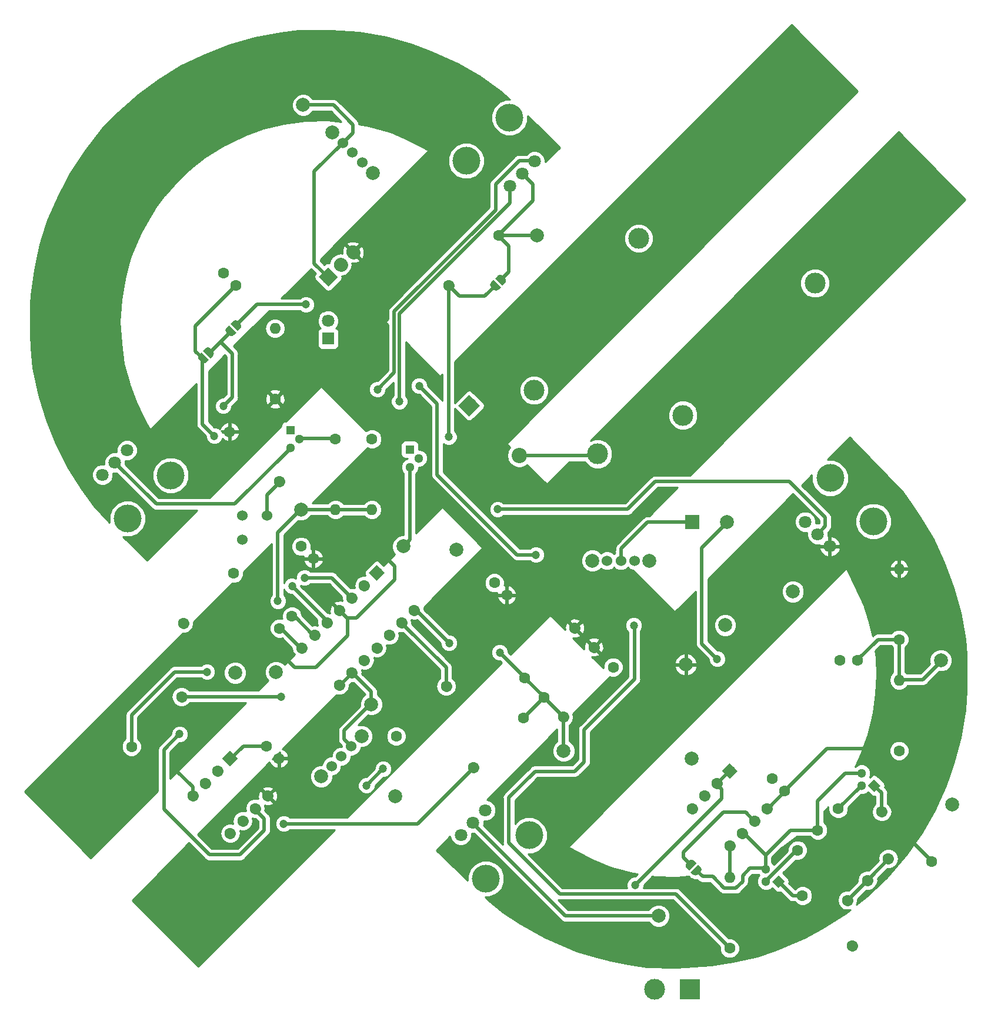
<source format=gbr>
G04 #@! TF.GenerationSoftware,KiCad,Pcbnew,5.0.2-bee76a0~70~ubuntu18.04.1*
G04 #@! TF.CreationDate,2020-07-15T00:12:44-04:00*
G04 #@! TF.ProjectId,synth,73796e74-682e-46b6-9963-61645f706362,rev?*
G04 #@! TF.SameCoordinates,Original*
G04 #@! TF.FileFunction,Copper,L1,Top*
G04 #@! TF.FilePolarity,Positive*
%FSLAX46Y46*%
G04 Gerber Fmt 4.6, Leading zero omitted, Abs format (unit mm)*
G04 Created by KiCad (PCBNEW 5.0.2-bee76a0~70~ubuntu18.04.1) date Wed 15 Jul 2020 12:12:44 AM EDT*
%MOMM*%
%LPD*%
G01*
G04 APERTURE LIST*
G04 #@! TA.AperFunction,ComponentPad*
%ADD10C,3.000000*%
G04 #@! TD*
G04 #@! TA.AperFunction,ComponentPad*
%ADD11R,3.000000X3.000000*%
G04 #@! TD*
G04 #@! TA.AperFunction,ComponentPad*
%ADD12C,2.000000*%
G04 #@! TD*
G04 #@! TA.AperFunction,ComponentPad*
%ADD13C,1.524000*%
G04 #@! TD*
G04 #@! TA.AperFunction,ComponentPad*
%ADD14C,1.600000*%
G04 #@! TD*
G04 #@! TA.AperFunction,ComponentPad*
%ADD15R,1.800000X1.800000*%
G04 #@! TD*
G04 #@! TA.AperFunction,ComponentPad*
%ADD16C,1.800000*%
G04 #@! TD*
G04 #@! TA.AperFunction,ComponentPad*
%ADD17C,2.200000*%
G04 #@! TD*
G04 #@! TA.AperFunction,Conductor*
%ADD18C,0.100000*%
G04 #@! TD*
G04 #@! TA.AperFunction,Conductor*
%ADD19C,2.200000*%
G04 #@! TD*
G04 #@! TA.AperFunction,WasherPad*
%ADD20C,3.000000*%
G04 #@! TD*
G04 #@! TA.AperFunction,SMDPad,CuDef*
%ADD21C,0.500000*%
G04 #@! TD*
G04 #@! TA.AperFunction,ComponentPad*
%ADD22C,1.300000*%
G04 #@! TD*
G04 #@! TA.AperFunction,ComponentPad*
%ADD23R,1.300000X1.300000*%
G04 #@! TD*
G04 #@! TA.AperFunction,Conductor*
%ADD24C,1.600000*%
G04 #@! TD*
G04 #@! TA.AperFunction,ComponentPad*
%ADD25O,1.600000X1.600000*%
G04 #@! TD*
G04 #@! TA.AperFunction,WasherPad*
%ADD26C,4.000000*%
G04 #@! TD*
G04 #@! TA.AperFunction,ComponentPad*
%ADD27C,1.905000*%
G04 #@! TD*
G04 #@! TA.AperFunction,Conductor*
%ADD28C,1.905000*%
G04 #@! TD*
G04 #@! TA.AperFunction,ComponentPad*
%ADD29R,2.000000X2.000000*%
G04 #@! TD*
G04 #@! TA.AperFunction,ViaPad*
%ADD30C,1.200000*%
G04 #@! TD*
G04 #@! TA.AperFunction,Conductor*
%ADD31C,0.500000*%
G04 #@! TD*
G04 #@! TA.AperFunction,Conductor*
%ADD32C,0.254000*%
G04 #@! TD*
G04 APERTURE END LIST*
D10*
G04 #@! TO.P,J2,2*
G04 #@! TO.N,/OUTPUT/LO_Z_REF*
X157520000Y-162600000D03*
D11*
G04 #@! TO.P,J2,1*
G04 #@! TO.N,/OUTPUT/OUTPUT*
X162600000Y-162600000D03*
G04 #@! TD*
D12*
G04 #@! TO.P,SW2,*
G04 #@! TO.N,*
X116899138Y-45149138D03*
X111100862Y-39350862D03*
D13*
G04 #@! TO.P,SW2,1*
G04 #@! TO.N,VDD_BAT*
X112585786Y-40835786D03*
G04 #@! TO.P,SW2,3*
G04 #@! TO.N,N/C*
X115414214Y-43664214D03*
G04 #@! TO.P,SW2,2*
G04 #@! TO.N,Net-(D2-Pad1)*
X114000000Y-42250000D03*
G04 #@! TD*
D14*
G04 #@! TO.P,C1,2*
G04 #@! TO.N,GND*
X101632233Y-127632233D03*
G04 #@! TO.P,C1,1*
G04 #@! TO.N,+5V*
X103400000Y-129400000D03*
G04 #@! TD*
G04 #@! TO.P,C2,1*
G04 #@! TO.N,/MAIN_VFO/TRIANGLE*
X103500000Y-110700000D03*
G04 #@! TO.P,C2,2*
G04 #@! TO.N,Net-(C2-Pad2)*
X105267767Y-108932233D03*
G04 #@! TD*
D15*
G04 #@! TO.P,D1,1*
G04 #@! TO.N,/MAIN_VFO/DISCHARGE*
X110500000Y-69000000D03*
D16*
G04 #@! TO.P,D1,2*
G04 #@! TO.N,Net-(D1-Pad2)*
X110500000Y-66460000D03*
G04 #@! TD*
D17*
G04 #@! TO.P,D2,1*
G04 #@! TO.N,Net-(D2-Pad1)*
X130800000Y-78650000D03*
D18*
G04 #@! TD*
G04 #@! TO.N,Net-(D2-Pad1)*
G04 #@! TO.C,D2*
G36*
X129244365Y-78650000D02*
X130800000Y-77094365D01*
X132355635Y-78650000D01*
X130800000Y-80205635D01*
X129244365Y-78650000D01*
X129244365Y-78650000D01*
G37*
D17*
G04 #@! TO.P,D2,2*
G04 #@! TO.N,Net-(D2-Pad2)*
X137984205Y-85834205D03*
D19*
G04 #@! TD*
G04 #@! TO.N,Net-(D2-Pad2)*
G04 #@! TO.C,D2*
X137984205Y-85834205D02*
X137984205Y-85834205D01*
D10*
G04 #@! TO.P,J1,1*
G04 #@! TO.N,Net-(D2-Pad2)*
X149300000Y-85600000D03*
G04 #@! TO.P,J1,2*
G04 #@! TO.N,GND*
X140142967Y-76442967D03*
D20*
G04 #@! TO.P,J1,*
G04 #@! TO.N,*
X161575374Y-80027999D03*
X180575333Y-61028039D03*
X155204342Y-54579226D03*
G04 #@! TD*
D21*
G04 #@! TO.P,JP1,2*
G04 #@! TO.N,Net-(JP1-Pad2)*
X135409619Y-60490381D03*
D18*
G04 #@! TD*
G04 #@! TO.N,Net-(JP1-Pad2)*
G04 #@! TO.C,JP1*
G36*
X134879715Y-59960477D02*
X134897063Y-59943128D01*
X134934993Y-59912001D01*
X134975791Y-59884740D01*
X135019065Y-59861610D01*
X135064397Y-59842832D01*
X135111352Y-59828589D01*
X135159477Y-59819016D01*
X135208308Y-59814207D01*
X135257377Y-59814207D01*
X135306207Y-59819016D01*
X135354332Y-59828589D01*
X135401287Y-59842832D01*
X135446620Y-59861610D01*
X135489894Y-59884740D01*
X135530692Y-59912001D01*
X135568622Y-59943128D01*
X135585970Y-59960477D01*
X135586396Y-59960051D01*
X135939949Y-60313604D01*
X135939523Y-60314030D01*
X135956872Y-60331378D01*
X135987999Y-60369308D01*
X136015260Y-60410106D01*
X136038390Y-60453380D01*
X136057168Y-60498713D01*
X136071411Y-60545668D01*
X136080984Y-60593793D01*
X136085793Y-60642623D01*
X136085793Y-60691692D01*
X136080984Y-60740523D01*
X136071411Y-60788648D01*
X136057168Y-60835603D01*
X136038390Y-60880935D01*
X136015260Y-60924209D01*
X135987999Y-60965007D01*
X135956872Y-61002937D01*
X135939523Y-61020285D01*
X135939949Y-61020711D01*
X135586396Y-61374264D01*
X134525736Y-60313604D01*
X134879289Y-59960051D01*
X134879715Y-59960477D01*
X134879715Y-59960477D01*
G37*
D21*
G04 #@! TO.P,JP1,1*
G04 #@! TO.N,Net-(C2-Pad2)*
X134490381Y-61409619D03*
D18*
G04 #@! TD*
G04 #@! TO.N,Net-(C2-Pad2)*
G04 #@! TO.C,JP1*
G36*
X135374264Y-61586396D02*
X135020711Y-61939949D01*
X135020285Y-61939523D01*
X135002937Y-61956872D01*
X134965007Y-61987999D01*
X134924209Y-62015260D01*
X134880935Y-62038390D01*
X134835603Y-62057168D01*
X134788648Y-62071411D01*
X134740523Y-62080984D01*
X134691692Y-62085793D01*
X134642623Y-62085793D01*
X134593793Y-62080984D01*
X134545668Y-62071411D01*
X134498713Y-62057168D01*
X134453380Y-62038390D01*
X134410106Y-62015260D01*
X134369308Y-61987999D01*
X134331378Y-61956872D01*
X134314030Y-61939523D01*
X134313604Y-61939949D01*
X133960051Y-61586396D01*
X133960477Y-61585970D01*
X133943128Y-61568622D01*
X133912001Y-61530692D01*
X133884740Y-61489894D01*
X133861610Y-61446620D01*
X133842832Y-61401287D01*
X133828589Y-61354332D01*
X133819016Y-61306207D01*
X133814207Y-61257377D01*
X133814207Y-61208308D01*
X133819016Y-61159477D01*
X133828589Y-61111352D01*
X133842832Y-61064397D01*
X133861610Y-61019065D01*
X133884740Y-60975791D01*
X133912001Y-60934993D01*
X133943128Y-60897063D01*
X133960477Y-60879715D01*
X133960051Y-60879289D01*
X134313604Y-60525736D01*
X135374264Y-61586396D01*
X135374264Y-61586396D01*
G37*
D21*
G04 #@! TO.P,JP2,2*
G04 #@! TO.N,/MAIN_VFO/TRIM*
X92440381Y-71859619D03*
D18*
G04 #@! TD*
G04 #@! TO.N,/MAIN_VFO/TRIM*
G04 #@! TO.C,JP2*
G36*
X92970285Y-72389523D02*
X92952937Y-72406872D01*
X92915007Y-72437999D01*
X92874209Y-72465260D01*
X92830935Y-72488390D01*
X92785603Y-72507168D01*
X92738648Y-72521411D01*
X92690523Y-72530984D01*
X92641692Y-72535793D01*
X92592623Y-72535793D01*
X92543793Y-72530984D01*
X92495668Y-72521411D01*
X92448713Y-72507168D01*
X92403380Y-72488390D01*
X92360106Y-72465260D01*
X92319308Y-72437999D01*
X92281378Y-72406872D01*
X92264030Y-72389523D01*
X92263604Y-72389949D01*
X91910051Y-72036396D01*
X91910477Y-72035970D01*
X91893128Y-72018622D01*
X91862001Y-71980692D01*
X91834740Y-71939894D01*
X91811610Y-71896620D01*
X91792832Y-71851287D01*
X91778589Y-71804332D01*
X91769016Y-71756207D01*
X91764207Y-71707377D01*
X91764207Y-71658308D01*
X91769016Y-71609477D01*
X91778589Y-71561352D01*
X91792832Y-71514397D01*
X91811610Y-71469065D01*
X91834740Y-71425791D01*
X91862001Y-71384993D01*
X91893128Y-71347063D01*
X91910477Y-71329715D01*
X91910051Y-71329289D01*
X92263604Y-70975736D01*
X93324264Y-72036396D01*
X92970711Y-72389949D01*
X92970285Y-72389523D01*
X92970285Y-72389523D01*
G37*
D21*
G04 #@! TO.P,JP2,1*
G04 #@! TO.N,Net-(JP2-Pad1)*
X93359619Y-70940381D03*
D18*
G04 #@! TD*
G04 #@! TO.N,Net-(JP2-Pad1)*
G04 #@! TO.C,JP2*
G36*
X92475736Y-70763604D02*
X92829289Y-70410051D01*
X92829715Y-70410477D01*
X92847063Y-70393128D01*
X92884993Y-70362001D01*
X92925791Y-70334740D01*
X92969065Y-70311610D01*
X93014397Y-70292832D01*
X93061352Y-70278589D01*
X93109477Y-70269016D01*
X93158308Y-70264207D01*
X93207377Y-70264207D01*
X93256207Y-70269016D01*
X93304332Y-70278589D01*
X93351287Y-70292832D01*
X93396620Y-70311610D01*
X93439894Y-70334740D01*
X93480692Y-70362001D01*
X93518622Y-70393128D01*
X93535970Y-70410477D01*
X93536396Y-70410051D01*
X93889949Y-70763604D01*
X93889523Y-70764030D01*
X93906872Y-70781378D01*
X93937999Y-70819308D01*
X93965260Y-70860106D01*
X93988390Y-70903380D01*
X94007168Y-70948713D01*
X94021411Y-70995668D01*
X94030984Y-71043793D01*
X94035793Y-71092623D01*
X94035793Y-71141692D01*
X94030984Y-71190523D01*
X94021411Y-71238648D01*
X94007168Y-71285603D01*
X93988390Y-71330935D01*
X93965260Y-71374209D01*
X93937999Y-71415007D01*
X93906872Y-71452937D01*
X93889523Y-71470285D01*
X93889949Y-71470711D01*
X93536396Y-71824264D01*
X92475736Y-70763604D01*
X92475736Y-70763604D01*
G37*
D21*
G04 #@! TO.P,JP3,2*
G04 #@! TO.N,Net-(JP2-Pad1)*
X96390381Y-67959619D03*
D18*
G04 #@! TD*
G04 #@! TO.N,Net-(JP2-Pad1)*
G04 #@! TO.C,JP3*
G36*
X96920285Y-68489523D02*
X96902937Y-68506872D01*
X96865007Y-68537999D01*
X96824209Y-68565260D01*
X96780935Y-68588390D01*
X96735603Y-68607168D01*
X96688648Y-68621411D01*
X96640523Y-68630984D01*
X96591692Y-68635793D01*
X96542623Y-68635793D01*
X96493793Y-68630984D01*
X96445668Y-68621411D01*
X96398713Y-68607168D01*
X96353380Y-68588390D01*
X96310106Y-68565260D01*
X96269308Y-68537999D01*
X96231378Y-68506872D01*
X96214030Y-68489523D01*
X96213604Y-68489949D01*
X95860051Y-68136396D01*
X95860477Y-68135970D01*
X95843128Y-68118622D01*
X95812001Y-68080692D01*
X95784740Y-68039894D01*
X95761610Y-67996620D01*
X95742832Y-67951287D01*
X95728589Y-67904332D01*
X95719016Y-67856207D01*
X95714207Y-67807377D01*
X95714207Y-67758308D01*
X95719016Y-67709477D01*
X95728589Y-67661352D01*
X95742832Y-67614397D01*
X95761610Y-67569065D01*
X95784740Y-67525791D01*
X95812001Y-67484993D01*
X95843128Y-67447063D01*
X95860477Y-67429715D01*
X95860051Y-67429289D01*
X96213604Y-67075736D01*
X97274264Y-68136396D01*
X96920711Y-68489949D01*
X96920285Y-68489523D01*
X96920285Y-68489523D01*
G37*
D21*
G04 #@! TO.P,JP3,1*
G04 #@! TO.N,HI_Z_REF*
X97309619Y-67040381D03*
D18*
G04 #@! TD*
G04 #@! TO.N,HI_Z_REF*
G04 #@! TO.C,JP3*
G36*
X96425736Y-66863604D02*
X96779289Y-66510051D01*
X96779715Y-66510477D01*
X96797063Y-66493128D01*
X96834993Y-66462001D01*
X96875791Y-66434740D01*
X96919065Y-66411610D01*
X96964397Y-66392832D01*
X97011352Y-66378589D01*
X97059477Y-66369016D01*
X97108308Y-66364207D01*
X97157377Y-66364207D01*
X97206207Y-66369016D01*
X97254332Y-66378589D01*
X97301287Y-66392832D01*
X97346620Y-66411610D01*
X97389894Y-66434740D01*
X97430692Y-66462001D01*
X97468622Y-66493128D01*
X97485970Y-66510477D01*
X97486396Y-66510051D01*
X97839949Y-66863604D01*
X97839523Y-66864030D01*
X97856872Y-66881378D01*
X97887999Y-66919308D01*
X97915260Y-66960106D01*
X97938390Y-67003380D01*
X97957168Y-67048713D01*
X97971411Y-67095668D01*
X97980984Y-67143793D01*
X97985793Y-67192623D01*
X97985793Y-67241692D01*
X97980984Y-67290523D01*
X97971411Y-67338648D01*
X97957168Y-67385603D01*
X97938390Y-67430935D01*
X97915260Y-67474209D01*
X97887999Y-67515007D01*
X97856872Y-67552937D01*
X97839523Y-67570285D01*
X97839949Y-67570711D01*
X97486396Y-67924264D01*
X96425736Y-66863604D01*
X96425736Y-66863604D01*
G37*
D21*
G04 #@! TO.P,JP6,1*
G04 #@! TO.N,Net-(JP6-Pad1)*
X162640381Y-144640381D03*
D18*
G04 #@! TD*
G04 #@! TO.N,Net-(JP6-Pad1)*
G04 #@! TO.C,JP6*
G36*
X162463604Y-145524264D02*
X162110051Y-145170711D01*
X162110477Y-145170285D01*
X162093128Y-145152937D01*
X162062001Y-145115007D01*
X162034740Y-145074209D01*
X162011610Y-145030935D01*
X161992832Y-144985603D01*
X161978589Y-144938648D01*
X161969016Y-144890523D01*
X161964207Y-144841692D01*
X161964207Y-144792623D01*
X161969016Y-144743793D01*
X161978589Y-144695668D01*
X161992832Y-144648713D01*
X162011610Y-144603380D01*
X162034740Y-144560106D01*
X162062001Y-144519308D01*
X162093128Y-144481378D01*
X162110477Y-144464030D01*
X162110051Y-144463604D01*
X162463604Y-144110051D01*
X162464030Y-144110477D01*
X162481378Y-144093128D01*
X162519308Y-144062001D01*
X162560106Y-144034740D01*
X162603380Y-144011610D01*
X162648713Y-143992832D01*
X162695668Y-143978589D01*
X162743793Y-143969016D01*
X162792623Y-143964207D01*
X162841692Y-143964207D01*
X162890523Y-143969016D01*
X162938648Y-143978589D01*
X162985603Y-143992832D01*
X163030935Y-144011610D01*
X163074209Y-144034740D01*
X163115007Y-144062001D01*
X163152937Y-144093128D01*
X163170285Y-144110477D01*
X163170711Y-144110051D01*
X163524264Y-144463604D01*
X162463604Y-145524264D01*
X162463604Y-145524264D01*
G37*
D21*
G04 #@! TO.P,JP6,2*
G04 #@! TO.N,Net-(JP6-Pad2)*
X163559619Y-145559619D03*
D18*
G04 #@! TD*
G04 #@! TO.N,Net-(JP6-Pad2)*
G04 #@! TO.C,JP6*
G36*
X164089523Y-145029715D02*
X164106872Y-145047063D01*
X164137999Y-145084993D01*
X164165260Y-145125791D01*
X164188390Y-145169065D01*
X164207168Y-145214397D01*
X164221411Y-145261352D01*
X164230984Y-145309477D01*
X164235793Y-145358308D01*
X164235793Y-145407377D01*
X164230984Y-145456207D01*
X164221411Y-145504332D01*
X164207168Y-145551287D01*
X164188390Y-145596620D01*
X164165260Y-145639894D01*
X164137999Y-145680692D01*
X164106872Y-145718622D01*
X164089523Y-145735970D01*
X164089949Y-145736396D01*
X163736396Y-146089949D01*
X163735970Y-146089523D01*
X163718622Y-146106872D01*
X163680692Y-146137999D01*
X163639894Y-146165260D01*
X163596620Y-146188390D01*
X163551287Y-146207168D01*
X163504332Y-146221411D01*
X163456207Y-146230984D01*
X163407377Y-146235793D01*
X163358308Y-146235793D01*
X163309477Y-146230984D01*
X163261352Y-146221411D01*
X163214397Y-146207168D01*
X163169065Y-146188390D01*
X163125791Y-146165260D01*
X163084993Y-146137999D01*
X163047063Y-146106872D01*
X163029715Y-146089523D01*
X163029289Y-146089949D01*
X162675736Y-145736396D01*
X163736396Y-144675736D01*
X164089949Y-145029289D01*
X164089523Y-145029715D01*
X164089523Y-145029715D01*
G37*
D22*
G04 #@! TO.P,Q1,2*
G04 #@! TO.N,Net-(Q1-Pad2)*
X106314008Y-83445588D03*
G04 #@! TO.P,Q1,3*
G04 #@! TO.N,Net-(Q1-Pad3)*
X105044008Y-84715588D03*
D23*
G04 #@! TO.P,Q1,1*
G04 #@! TO.N,Net-(Q1-Pad1)*
X105044008Y-82175588D03*
G04 #@! TD*
D22*
G04 #@! TO.P,Q2,2*
G04 #@! TO.N,Net-(Q2-Pad2)*
X123520000Y-86220000D03*
G04 #@! TO.P,Q2,3*
G04 #@! TO.N,Net-(Q1-Pad3)*
X122250000Y-87490000D03*
D23*
G04 #@! TO.P,Q2,1*
G04 #@! TO.N,Net-(Q2-Pad1)*
X122250000Y-84950000D03*
G04 #@! TD*
D22*
G04 #@! TO.P,Q3,1*
G04 #@! TO.N,Net-(Q3-Pad1)*
X189105382Y-133307403D03*
D18*
G04 #@! TD*
G04 #@! TO.N,Net-(Q3-Pad1)*
G04 #@! TO.C,Q3*
G36*
X189105382Y-132388164D02*
X190024621Y-133307403D01*
X189105382Y-134226642D01*
X188186143Y-133307403D01*
X189105382Y-132388164D01*
X189105382Y-132388164D01*
G37*
D22*
G04 #@! TO.P,Q3,3*
G04 #@! TO.N,Net-(JP6-Pad2)*
X187309331Y-131511352D03*
G04 #@! TO.P,Q3,2*
G04 #@! TO.N,Net-(Q3-Pad2)*
X187309331Y-133307403D03*
G04 #@! TD*
G04 #@! TO.P,Q4,1*
G04 #@! TO.N,Net-(Q4-Pad1)*
X175316800Y-147095985D03*
D18*
G04 #@! TD*
G04 #@! TO.N,Net-(Q4-Pad1)*
G04 #@! TO.C,Q4*
G36*
X175316800Y-146176746D02*
X176236039Y-147095985D01*
X175316800Y-148015224D01*
X174397561Y-147095985D01*
X175316800Y-146176746D01*
X175316800Y-146176746D01*
G37*
D22*
G04 #@! TO.P,Q4,3*
G04 #@! TO.N,Net-(JP6-Pad2)*
X173520749Y-145299934D03*
G04 #@! TO.P,Q4,2*
G04 #@! TO.N,Net-(Q4-Pad2)*
X173520749Y-147095985D03*
G04 #@! TD*
D14*
G04 #@! TO.P,R1,2*
G04 #@! TO.N,Net-(R1-Pad2)*
X89384205Y-120515795D03*
D24*
G04 #@! TD*
G04 #@! TO.N,Net-(R1-Pad2)*
G04 #@! TO.C,R1*
X89384205Y-120515795D02*
X89384205Y-120515795D01*
D14*
G04 #@! TO.P,R1,1*
G04 #@! TO.N,Net-(R1-Pad1)*
X82200000Y-127700000D03*
G04 #@! TD*
G04 #@! TO.P,R2,1*
G04 #@! TO.N,Net-(Q1-Pad2)*
X111549390Y-83448380D03*
D25*
G04 #@! TO.P,R2,2*
G04 #@! TO.N,Net-(R1-Pad1)*
X111549390Y-93608380D03*
G04 #@! TD*
D14*
G04 #@! TO.P,R3,1*
G04 #@! TO.N,Net-(JP1-Pad2)*
X135043250Y-54152587D03*
G04 #@! TO.P,R3,2*
G04 #@! TO.N,Net-(C2-Pad2)*
X127859045Y-61336792D03*
D24*
G04 #@! TD*
G04 #@! TO.N,Net-(C2-Pad2)*
G04 #@! TO.C,R3*
X127859045Y-61336792D02*
X127859045Y-61336792D01*
D14*
G04 #@! TO.P,R4,1*
G04 #@! TO.N,Net-(Q2-Pad2)*
X116781981Y-83448380D03*
D25*
G04 #@! TO.P,R4,2*
G04 #@! TO.N,Net-(R1-Pad1)*
X116781981Y-93608380D03*
G04 #@! TD*
D14*
G04 #@! TO.P,R5,2*
G04 #@! TO.N,+5V*
X148753043Y-113397418D03*
D24*
G04 #@! TD*
G04 #@! TO.N,+5V*
G04 #@! TO.C,R5*
X148753043Y-113397418D02*
X148753043Y-113397418D01*
D14*
G04 #@! TO.P,R5,1*
G04 #@! TO.N,Net-(R5-Pad1)*
X141568838Y-120581623D03*
G04 #@! TD*
G04 #@! TO.P,R6,1*
G04 #@! TO.N,Net-(R5-Pad1)*
X138811122Y-117823907D03*
G04 #@! TO.P,R6,2*
G04 #@! TO.N,+5V*
X145995327Y-110639702D03*
D24*
G04 #@! TD*
G04 #@! TO.N,+5V*
G04 #@! TO.C,R6*
X145995327Y-110639702D02*
X145995327Y-110639702D01*
D14*
G04 #@! TO.P,R7,1*
G04 #@! TO.N,Net-(R5-Pad1)*
X138598990Y-123551472D03*
G04 #@! TO.P,R7,2*
G04 #@! TO.N,/MAIN_VFO/DISCHARGE*
X131414785Y-130735677D03*
D24*
G04 #@! TD*
G04 #@! TO.N,/MAIN_VFO/DISCHARGE*
G04 #@! TO.C,R7*
X131414785Y-130735677D02*
X131414785Y-130735677D01*
D14*
G04 #@! TO.P,R8,1*
G04 #@! TO.N,Net-(R8-Pad1)*
X120300000Y-126200000D03*
G04 #@! TO.P,R8,2*
G04 #@! TO.N,Net-(R8-Pad2)*
X127484205Y-119015795D03*
D24*
G04 #@! TD*
G04 #@! TO.N,Net-(R8-Pad2)*
G04 #@! TO.C,R8*
X127484205Y-119015795D02*
X127484205Y-119015795D01*
D14*
G04 #@! TO.P,R9,2*
G04 #@! TO.N,Net-(R5-Pad1)*
X144354839Y-123452477D03*
D24*
G04 #@! TD*
G04 #@! TO.N,Net-(R5-Pad1)*
G04 #@! TO.C,R9*
X144354839Y-123452477D02*
X144354839Y-123452477D01*
D14*
G04 #@! TO.P,R9,1*
G04 #@! TO.N,GND*
X151539044Y-116268272D03*
G04 #@! TD*
G04 #@! TO.P,R10,2*
G04 #@! TO.N,Net-(R10-Pad2)*
X103484205Y-89584205D03*
D24*
G04 #@! TD*
G04 #@! TO.N,Net-(R10-Pad2)*
G04 #@! TO.C,R10*
X103484205Y-89584205D02*
X103484205Y-89584205D01*
D14*
G04 #@! TO.P,R10,1*
G04 #@! TO.N,+5V*
X96300000Y-82400000D03*
G04 #@! TD*
G04 #@! TO.P,R11,1*
G04 #@! TO.N,+5V*
X102850000Y-77700000D03*
D25*
G04 #@! TO.P,R11,2*
G04 #@! TO.N,Net-(D1-Pad2)*
X102850000Y-67540000D03*
G04 #@! TD*
D14*
G04 #@! TO.P,R12,2*
G04 #@! TO.N,GND*
X89683414Y-109954560D03*
D24*
G04 #@! TD*
G04 #@! TO.N,GND*
G04 #@! TO.C,R12*
X89683414Y-109954560D02*
X89683414Y-109954560D01*
D14*
G04 #@! TO.P,R12,1*
G04 #@! TO.N,Net-(R12-Pad1)*
X96867619Y-102770355D03*
G04 #@! TD*
D25*
G04 #@! TO.P,R14,2*
G04 #@! TO.N,+5V*
X192700000Y-102140000D03*
D14*
G04 #@! TO.P,R14,1*
G04 #@! TO.N,HI_Z_REF*
X192700000Y-112300000D03*
G04 #@! TD*
G04 #@! TO.P,R15,1*
G04 #@! TO.N,GND*
X192700000Y-128300000D03*
D25*
G04 #@! TO.P,R15,2*
G04 #@! TO.N,HI_Z_REF*
X192700000Y-118140000D03*
G04 #@! TD*
D14*
G04 #@! TO.P,R18,1*
G04 #@! TO.N,/OUTPUT/OUTPUT*
X168300000Y-156700000D03*
D25*
G04 #@! TO.P,R18,2*
G04 #@! TO.N,VFO_OUT*
X168300000Y-146540000D03*
G04 #@! TD*
D14*
G04 #@! TO.P,R19,2*
G04 #@! TO.N,Net-(Q3-Pad1)*
X190194327Y-137083354D03*
D24*
G04 #@! TD*
G04 #@! TO.N,Net-(Q3-Pad1)*
G04 #@! TO.C,R19*
X190194327Y-137083354D02*
X190194327Y-137083354D01*
D14*
G04 #@! TO.P,R19,1*
G04 #@! TO.N,+5V*
X197378532Y-144267559D03*
G04 #@! TD*
G04 #@! TO.P,R20,1*
G04 #@! TO.N,Net-(JP6-Pad2)*
X180973654Y-139742074D03*
G04 #@! TO.P,R20,2*
G04 #@! TO.N,Net-(JP6-Pad1)*
X188157859Y-146926279D03*
D24*
G04 #@! TD*
G04 #@! TO.N,Net-(JP6-Pad1)*
G04 #@! TO.C,R20*
X188157859Y-146926279D02*
X188157859Y-146926279D01*
D14*
G04 #@! TO.P,R23,1*
G04 #@! TO.N,Net-(Q4-Pad1)*
X178781623Y-149146595D03*
G04 #@! TO.P,R23,2*
G04 #@! TO.N,GND*
X185965828Y-156330800D03*
D24*
G04 #@! TD*
G04 #@! TO.N,GND*
G04 #@! TO.C,R23*
X185965828Y-156330800D02*
X185965828Y-156330800D01*
D26*
G04 #@! TO.P,RV1,*
G04 #@! TO.N,*
X81606245Y-94893250D03*
X87828784Y-88670711D03*
D16*
G04 #@! TO.P,RV1,1*
G04 #@! TO.N,N/C*
X78000000Y-88600000D03*
G04 #@! TO.P,RV1,2*
G04 #@! TO.N,Net-(Q1-Pad3)*
X79767767Y-86832233D03*
G04 #@! TO.P,RV1,3*
G04 #@! TO.N,Net-(R1-Pad2)*
X81535534Y-85064466D03*
G04 #@! TD*
G04 #@! TO.P,RV2,3*
G04 #@! TO.N,Net-(Q2-Pad1)*
X136664466Y-47035534D03*
G04 #@! TO.P,RV2,2*
G04 #@! TO.N,Net-(JP1-Pad2)*
X138432233Y-45267767D03*
G04 #@! TO.P,RV2,1*
G04 #@! TO.N,Net-(Q1-Pad1)*
X140200000Y-43500000D03*
D26*
G04 #@! TO.P,RV2,*
G04 #@! TO.N,*
X130371216Y-43429289D03*
X136593755Y-37206750D03*
G04 #@! TD*
G04 #@! TO.P,RV3,*
G04 #@! TO.N,*
X133206245Y-146693250D03*
X139428784Y-140470711D03*
D16*
G04 #@! TO.P,RV3,1*
G04 #@! TO.N,N/C*
X129600000Y-140400000D03*
G04 #@! TO.P,RV3,2*
G04 #@! TO.N,VFO_OUT*
X131367767Y-138632233D03*
G04 #@! TO.P,RV3,3*
G04 #@! TO.N,Net-(R8-Pad2)*
X133135534Y-136864466D03*
G04 #@! TD*
G04 #@! TO.P,RV4,3*
G04 #@! TO.N,GND*
X179164466Y-95364466D03*
G04 #@! TO.P,RV4,2*
G04 #@! TO.N,Net-(RV4-Pad2)*
X180932233Y-97132233D03*
G04 #@! TO.P,RV4,1*
G04 #@! TO.N,+5V*
X182700000Y-98900000D03*
D26*
G04 #@! TO.P,RV4,*
G04 #@! TO.N,*
X182770711Y-89071216D03*
X188993250Y-95293755D03*
G04 #@! TD*
D13*
G04 #@! TO.P,SW1,2*
G04 #@! TO.N,Net-(R8-Pad1)*
X112400000Y-129100000D03*
G04 #@! TO.P,SW1,3*
G04 #@! TO.N,Net-(SW1-Pad3)*
X113814214Y-127685786D03*
G04 #@! TO.P,SW1,1*
G04 #@! TO.N,/MAIN_VFO/TRIANGLE*
X110985786Y-130514214D03*
D12*
G04 #@! TO.P,SW1,*
G04 #@! TO.N,*
X109500862Y-131999138D03*
X115299138Y-126200862D03*
G04 #@! TD*
D13*
G04 #@! TO.P,SW3,2*
G04 #@! TO.N,Net-(BZ1-Pad1)*
X152645227Y-100946447D03*
G04 #@! TO.P,SW3,3*
G04 #@! TO.N,N/C*
X150645226Y-100946447D03*
G04 #@! TO.P,SW3,1*
G04 #@! TO.N,/OUTPUT/OUTPUT*
X154645228Y-100946447D03*
D12*
G04 #@! TO.P,SW3,*
G04 #@! TO.N,*
X156745227Y-100946447D03*
X148545227Y-100946447D03*
G04 #@! TD*
D14*
G04 #@! TO.P,U1,1*
G04 #@! TO.N,Net-(Q1-Pad3)*
X117500000Y-102700000D03*
D18*
G04 #@! TD*
G04 #@! TO.N,Net-(Q1-Pad3)*
G04 #@! TO.C,U1*
G36*
X116368629Y-102700000D02*
X117500000Y-101568629D01*
X118631371Y-102700000D01*
X117500000Y-103831371D01*
X116368629Y-102700000D01*
X116368629Y-102700000D01*
G37*
D14*
G04 #@! TO.P,U1,8*
G04 #@! TO.N,Net-(SW1-Pad3)*
X112111846Y-118864461D03*
D24*
G04 #@! TD*
G04 #@! TO.N,Net-(SW1-Pad3)*
G04 #@! TO.C,U1*
X112111846Y-118864461D02*
X112111846Y-118864461D01*
D14*
G04 #@! TO.P,U1,2*
G04 #@! TO.N,Net-(R1-Pad2)*
X115703949Y-104496051D03*
D24*
G04 #@! TD*
G04 #@! TO.N,Net-(R1-Pad2)*
G04 #@! TO.C,U1*
X115703949Y-104496051D02*
X115703949Y-104496051D01*
D14*
G04 #@! TO.P,U1,9*
G04 #@! TO.N,Net-(SW1-Pad3)*
X113907898Y-117068410D03*
D24*
G04 #@! TD*
G04 #@! TO.N,Net-(SW1-Pad3)*
G04 #@! TO.C,U1*
X113907898Y-117068410D02*
X113907898Y-117068410D01*
D14*
G04 #@! TO.P,U1,3*
G04 #@! TO.N,/MAIN_VFO/TRIM*
X113907898Y-106292102D03*
D24*
G04 #@! TD*
G04 #@! TO.N,/MAIN_VFO/TRIM*
G04 #@! TO.C,U1*
X113907898Y-106292102D02*
X113907898Y-106292102D01*
D14*
G04 #@! TO.P,U1,10*
G04 #@! TO.N,Net-(R5-Pad1)*
X115703949Y-115272359D03*
D24*
G04 #@! TD*
G04 #@! TO.N,Net-(R5-Pad1)*
G04 #@! TO.C,U1*
X115703949Y-115272359D02*
X115703949Y-115272359D01*
D14*
G04 #@! TO.P,U1,4*
G04 #@! TO.N,+5V*
X112111846Y-108088154D03*
D24*
G04 #@! TD*
G04 #@! TO.N,+5V*
G04 #@! TO.C,U1*
X112111846Y-108088154D02*
X112111846Y-108088154D01*
D14*
G04 #@! TO.P,U1,11*
G04 #@! TO.N,GND*
X117500000Y-113476307D03*
D24*
G04 #@! TD*
G04 #@! TO.N,GND*
G04 #@! TO.C,U1*
X117500000Y-113476307D02*
X117500000Y-113476307D01*
D14*
G04 #@! TO.P,U1,5*
G04 #@! TO.N,Net-(JP2-Pad1)*
X110315795Y-109884205D03*
D24*
G04 #@! TD*
G04 #@! TO.N,Net-(JP2-Pad1)*
G04 #@! TO.C,U1*
X110315795Y-109884205D02*
X110315795Y-109884205D01*
D14*
G04 #@! TO.P,U1,12*
G04 #@! TO.N,Net-(RV4-Pad2)*
X119296051Y-111680256D03*
D24*
G04 #@! TD*
G04 #@! TO.N,Net-(RV4-Pad2)*
G04 #@! TO.C,U1*
X119296051Y-111680256D02*
X119296051Y-111680256D01*
D14*
G04 #@! TO.P,U1,6*
G04 #@! TO.N,Net-(C2-Pad2)*
X108519744Y-111680256D03*
D24*
G04 #@! TD*
G04 #@! TO.N,Net-(C2-Pad2)*
G04 #@! TO.C,U1*
X108519744Y-111680256D02*
X108519744Y-111680256D01*
D14*
G04 #@! TO.P,U1,13*
G04 #@! TO.N,Net-(R8-Pad2)*
X121092102Y-109884205D03*
D24*
G04 #@! TD*
G04 #@! TO.N,Net-(R8-Pad2)*
G04 #@! TO.C,U1*
X121092102Y-109884205D02*
X121092102Y-109884205D01*
D14*
G04 #@! TO.P,U1,7*
G04 #@! TO.N,/MAIN_VFO/TRIANGLE*
X106723693Y-113476307D03*
D24*
G04 #@! TD*
G04 #@! TO.N,/MAIN_VFO/TRIANGLE*
G04 #@! TO.C,U1*
X106723693Y-113476307D02*
X106723693Y-113476307D01*
D14*
G04 #@! TO.P,U1,14*
G04 #@! TO.N,VFO_OUT*
X122888154Y-108088154D03*
D24*
G04 #@! TD*
G04 #@! TO.N,VFO_OUT*
G04 #@! TO.C,U1*
X122888154Y-108088154D02*
X122888154Y-108088154D01*
D14*
G04 #@! TO.P,U2,1*
G04 #@! TO.N,GND*
X96400000Y-129400000D03*
D18*
G04 #@! TD*
G04 #@! TO.N,GND*
G04 #@! TO.C,U2*
G36*
X95268629Y-129400000D02*
X96400000Y-128268629D01*
X97531371Y-129400000D01*
X96400000Y-130531371D01*
X95268629Y-129400000D01*
X95268629Y-129400000D01*
G37*
D14*
G04 #@! TO.P,U2,5*
G04 #@! TO.N,N/C*
X96400000Y-140176307D03*
D24*
G04 #@! TD*
G04 #@! TO.N,N/C*
G04 #@! TO.C,U2*
X96400000Y-140176307D02*
X96400000Y-140176307D01*
D14*
G04 #@! TO.P,U2,2*
G04 #@! TO.N,/MAIN_VFO/TRIANGLE*
X94603949Y-131196051D03*
D24*
G04 #@! TD*
G04 #@! TO.N,/MAIN_VFO/TRIANGLE*
G04 #@! TO.C,U2*
X94603949Y-131196051D02*
X94603949Y-131196051D01*
D14*
G04 #@! TO.P,U2,6*
G04 #@! TO.N,/MAIN_VFO/TRIANGLE*
X98196051Y-138380256D03*
D24*
G04 #@! TD*
G04 #@! TO.N,/MAIN_VFO/TRIANGLE*
G04 #@! TO.C,U2*
X98196051Y-138380256D02*
X98196051Y-138380256D01*
D14*
G04 #@! TO.P,U2,3*
G04 #@! TO.N,Net-(R1-Pad1)*
X92807898Y-132992102D03*
D24*
G04 #@! TD*
G04 #@! TO.N,Net-(R1-Pad1)*
G04 #@! TO.C,U2*
X92807898Y-132992102D02*
X92807898Y-132992102D01*
D14*
G04 #@! TO.P,U2,7*
G04 #@! TO.N,/MAIN_VFO/DISCHARGE*
X99992102Y-136584205D03*
D24*
G04 #@! TD*
G04 #@! TO.N,/MAIN_VFO/DISCHARGE*
G04 #@! TO.C,U2*
X99992102Y-136584205D02*
X99992102Y-136584205D01*
D14*
G04 #@! TO.P,U2,4*
G04 #@! TO.N,+5V*
X91011846Y-134788154D03*
D24*
G04 #@! TD*
G04 #@! TO.N,+5V*
G04 #@! TO.C,U2*
X91011846Y-134788154D02*
X91011846Y-134788154D01*
D14*
G04 #@! TO.P,U2,8*
G04 #@! TO.N,+5V*
X101788154Y-134788154D03*
D24*
G04 #@! TD*
G04 #@! TO.N,+5V*
G04 #@! TO.C,U2*
X101788154Y-134788154D02*
X101788154Y-134788154D01*
D27*
G04 #@! TO.P,U3,1*
G04 #@! TO.N,VDD_BAT*
X110500000Y-60150000D03*
D18*
G04 #@! TD*
G04 #@! TO.N,VDD_BAT*
G04 #@! TO.C,U3*
G36*
X110533588Y-61530626D02*
X109119374Y-60116412D01*
X110466412Y-58769374D01*
X111880626Y-60183588D01*
X110533588Y-61530626D01*
X110533588Y-61530626D01*
G37*
D27*
G04 #@! TO.P,U3,2*
G04 #@! TO.N,GND*
X112296051Y-58353949D03*
D28*
G04 #@! TD*
G04 #@! TO.N,GND*
G04 #@! TO.C,U3*
X112262463Y-58320361D02*
X112329639Y-58387537D01*
D27*
G04 #@! TO.P,U3,3*
G04 #@! TO.N,+5V*
X114092102Y-56557898D03*
D28*
G04 #@! TD*
G04 #@! TO.N,+5V*
G04 #@! TO.C,U3*
X114058514Y-56524310D02*
X114125690Y-56591486D01*
D14*
G04 #@! TO.P,U4,1*
G04 #@! TO.N,/OUTPUT/LO_Z_REF*
X168300000Y-131200000D03*
D18*
G04 #@! TD*
G04 #@! TO.N,/OUTPUT/LO_Z_REF*
G04 #@! TO.C,U4*
G36*
X167168629Y-131200000D02*
X168300000Y-130068629D01*
X169431371Y-131200000D01*
X168300000Y-132331371D01*
X167168629Y-131200000D01*
X167168629Y-131200000D01*
G37*
D14*
G04 #@! TO.P,U4,5*
G04 #@! TO.N,VFO_OUT*
X168300000Y-141976307D03*
D24*
G04 #@! TD*
G04 #@! TO.N,VFO_OUT*
G04 #@! TO.C,U4*
X168300000Y-141976307D02*
X168300000Y-141976307D01*
D14*
G04 #@! TO.P,U4,2*
G04 #@! TO.N,/OUTPUT/LO_Z_REF*
X166503949Y-132996051D03*
D24*
G04 #@! TD*
G04 #@! TO.N,/OUTPUT/LO_Z_REF*
G04 #@! TO.C,U4*
X166503949Y-132996051D02*
X166503949Y-132996051D01*
D14*
G04 #@! TO.P,U4,6*
G04 #@! TO.N,Net-(JP6-Pad2)*
X170096051Y-140180256D03*
D24*
G04 #@! TD*
G04 #@! TO.N,Net-(JP6-Pad2)*
G04 #@! TO.C,U4*
X170096051Y-140180256D02*
X170096051Y-140180256D01*
D14*
G04 #@! TO.P,U4,3*
G04 #@! TO.N,HI_Z_REF*
X164707898Y-134792102D03*
D24*
G04 #@! TD*
G04 #@! TO.N,HI_Z_REF*
G04 #@! TO.C,U4*
X164707898Y-134792102D02*
X164707898Y-134792102D01*
D14*
G04 #@! TO.P,U4,7*
G04 #@! TO.N,Net-(JP6-Pad1)*
X171892102Y-138384205D03*
D24*
G04 #@! TD*
G04 #@! TO.N,Net-(JP6-Pad1)*
G04 #@! TO.C,U4*
X171892102Y-138384205D02*
X171892102Y-138384205D01*
D14*
G04 #@! TO.P,U4,4*
G04 #@! TO.N,GND*
X162911846Y-136588154D03*
D24*
G04 #@! TD*
G04 #@! TO.N,GND*
G04 #@! TO.C,U4*
X162911846Y-136588154D02*
X162911846Y-136588154D01*
D14*
G04 #@! TO.P,U4,8*
G04 #@! TO.N,+5V*
X173688154Y-136588154D03*
D24*
G04 #@! TD*
G04 #@! TO.N,+5V*
G04 #@! TO.C,U4*
X173688154Y-136588154D02*
X173688154Y-136588154D01*
D14*
G04 #@! TO.P,R24,2*
G04 #@! TO.N,Net-(JP6-Pad1)*
X191127708Y-143815010D03*
D24*
G04 #@! TD*
G04 #@! TO.N,Net-(JP6-Pad1)*
G04 #@! TO.C,R24*
X191127708Y-143815010D02*
X191127708Y-143815010D01*
D14*
G04 #@! TO.P,R24,1*
G04 #@! TO.N,Net-(Q3-Pad2)*
X183943503Y-136630805D03*
G04 #@! TD*
G04 #@! TO.P,R25,1*
G04 #@! TO.N,Net-(Q4-Pad2)*
X178074517Y-142605858D03*
G04 #@! TO.P,R25,2*
G04 #@! TO.N,Net-(JP6-Pad1)*
X185258722Y-149790063D03*
D24*
G04 #@! TD*
G04 #@! TO.N,Net-(JP6-Pad1)*
G04 #@! TO.C,R25*
X185258722Y-149790063D02*
X185258722Y-149790063D01*
D12*
G04 #@! TO.P,TP1,1*
G04 #@! TO.N,Net-(C2-Pad2)*
X103000000Y-117000000D03*
G04 #@! TD*
G04 #@! TO.P,TP2,1*
G04 #@! TO.N,/MAIN_VFO/TRIANGLE*
X97100000Y-117100000D03*
G04 #@! TD*
G04 #@! TO.P,TP3,1*
G04 #@! TO.N,Net-(Q1-Pad3)*
X121300000Y-98900000D03*
G04 #@! TD*
G04 #@! TO.P,TP4,1*
G04 #@! TO.N,Net-(JP1-Pad2)*
X140550000Y-54150000D03*
G04 #@! TD*
G04 #@! TO.P,TP5,1*
G04 #@! TO.N,Net-(R1-Pad1)*
X106600000Y-93600000D03*
G04 #@! TD*
G04 #@! TO.P,TP6,1*
G04 #@! TO.N,GND*
X177400000Y-105400000D03*
G04 #@! TD*
G04 #@! TO.P,TP7,1*
G04 #@! TO.N,VFO_OUT*
X158050000Y-152050000D03*
G04 #@! TD*
G04 #@! TO.P,TP8,1*
G04 #@! TO.N,Net-(R5-Pad1)*
X144400000Y-128300000D03*
G04 #@! TD*
G04 #@! TO.P,TP9,1*
G04 #@! TO.N,Net-(R8-Pad1)*
X120150000Y-134850000D03*
G04 #@! TD*
G04 #@! TO.P,TP10,1*
G04 #@! TO.N,Net-(SW1-Pad3)*
X116700000Y-121600000D03*
G04 #@! TD*
G04 #@! TO.P,TP11,1*
G04 #@! TO.N,Net-(RV4-Pad2)*
X128950000Y-99400000D03*
G04 #@! TD*
G04 #@! TO.P,TP13,1*
G04 #@! TO.N,HI_Z_REF*
X198700000Y-115300000D03*
G04 #@! TD*
G04 #@! TO.P,TP14,1*
G04 #@! TO.N,VDD_BAT*
X106900000Y-35400000D03*
G04 #@! TD*
G04 #@! TO.P,TP15,1*
G04 #@! TO.N,+5V*
X161989949Y-115894322D03*
G04 #@! TD*
G04 #@! TO.P,TP16,1*
G04 #@! TO.N,GND*
X167646804Y-110237469D03*
G04 #@! TD*
G04 #@! TO.P,TP17,1*
G04 #@! TO.N,/OUTPUT/LO_Z_REF*
X162850000Y-129450000D03*
G04 #@! TD*
G04 #@! TO.P,TP18,1*
G04 #@! TO.N,Net-(JP6-Pad2)*
X200300000Y-136000000D03*
G04 #@! TD*
D29*
G04 #@! TO.P,BZ1,1*
G04 #@! TO.N,Net-(BZ1-Pad1)*
X162900000Y-95400000D03*
D12*
G04 #@! TO.P,BZ1,2*
G04 #@! TO.N,/OUTPUT/LO_Z_REF*
X167900000Y-95400000D03*
G04 #@! TD*
D14*
G04 #@! TO.P,C3,2*
G04 #@! TO.N,GND*
X106600000Y-98900000D03*
G04 #@! TO.P,C3,1*
G04 #@! TO.N,+5V*
X108367767Y-100667767D03*
G04 #@! TD*
G04 #@! TO.P,C4,1*
G04 #@! TO.N,/MAIN_VFO/TRIM*
X97200000Y-61350000D03*
G04 #@! TO.P,C4,2*
G04 #@! TO.N,GND*
X95432233Y-59582233D03*
G04 #@! TD*
G04 #@! TO.P,C5,2*
G04 #@! TO.N,GND*
X134432233Y-104132233D03*
G04 #@! TO.P,C5,1*
G04 #@! TO.N,+5V*
X136200000Y-105900000D03*
G04 #@! TD*
G04 #@! TO.P,C6,1*
G04 #@! TO.N,HI_Z_REF*
X186700000Y-115300000D03*
G04 #@! TO.P,C6,2*
G04 #@! TO.N,GND*
X184200000Y-115300000D03*
G04 #@! TD*
G04 #@! TO.P,C7,1*
G04 #@! TO.N,+5V*
X176200000Y-134100000D03*
G04 #@! TO.P,C7,2*
G04 #@! TO.N,GND*
X174432233Y-132332233D03*
G04 #@! TD*
D13*
G04 #@! TO.P,RV5,1*
G04 #@! TO.N,Net-(R10-Pad2)*
X101667767Y-94432233D03*
G04 #@! TO.P,RV5,2*
G04 #@! TO.N,/MAIN_VFO/TRIM*
X98132233Y-94432233D03*
G04 #@! TO.P,RV5,3*
G04 #@! TO.N,Net-(R12-Pad1)*
X98132233Y-97967767D03*
G04 #@! TD*
D30*
G04 #@! TO.N,GND*
X118400000Y-130900000D03*
X116000000Y-133300000D03*
G04 #@! TO.N,Net-(C2-Pad2)*
X127850000Y-83150000D03*
G04 #@! TO.N,HI_Z_REF*
X140400000Y-100100000D03*
X107300000Y-64100000D03*
X123600000Y-75800000D03*
G04 #@! TO.N,/MAIN_VFO/DISCHARGE*
X104100000Y-138800000D03*
X89100000Y-125900000D03*
G04 #@! TO.N,/OUTPUT/OUTPUT*
X154500000Y-110250000D03*
G04 #@! TO.N,/OUTPUT/LO_Z_REF*
X154700000Y-147600000D03*
X166500000Y-115100000D03*
G04 #@! TO.N,Net-(Q1-Pad1)*
X117600000Y-76300000D03*
G04 #@! TO.N,Net-(Q2-Pad1)*
X120750000Y-78050000D03*
G04 #@! TO.N,Net-(R1-Pad2)*
X103684205Y-120515795D03*
G04 #@! TO.N,Net-(R1-Pad1)*
X93050000Y-116950000D03*
X103250000Y-106750000D03*
G04 #@! TO.N,Net-(R5-Pad1)*
X135200000Y-114150000D03*
G04 #@! TO.N,VFO_OUT*
X127900000Y-112800000D03*
G04 #@! TO.N,Net-(RV4-Pad2)*
X134900000Y-93550000D03*
G04 #@! TO.N,/MAIN_VFO/TRIM*
X107100000Y-103400000D03*
X94100000Y-83000000D03*
G04 #@! TO.N,Net-(JP2-Pad1)*
X105300000Y-104600000D03*
X95400000Y-78700000D03*
G04 #@! TD*
D31*
G04 #@! TO.N,GND*
X101632233Y-127632233D02*
X98267767Y-127632233D01*
X98267767Y-127632233D02*
X96400000Y-129500000D01*
X116000000Y-133300000D02*
X116000000Y-133300000D01*
X118400000Y-130900000D02*
X118400000Y-130900000D01*
X116000000Y-133300000D02*
X118400000Y-130900000D01*
G04 #@! TO.N,+5V*
X145995327Y-110639702D02*
X148795470Y-113439845D01*
X173688154Y-136588154D02*
X173811846Y-136588154D01*
X173811846Y-136588154D02*
X176300000Y-134100000D01*
X197378532Y-144267559D02*
X197378532Y-144178532D01*
X197378532Y-144178532D02*
X194400000Y-141200000D01*
X176200000Y-134100000D02*
X182300000Y-128000000D01*
X182300000Y-128000000D02*
X187800000Y-128000000D01*
X91011846Y-134788154D02*
X91011846Y-133511846D01*
X91011846Y-133511846D02*
X88600000Y-131100000D01*
X112111846Y-108088154D02*
X113300000Y-109276308D01*
X113300000Y-109276308D02*
X113300000Y-111700000D01*
X113300000Y-111700000D02*
X108700000Y-116300000D01*
X108700000Y-116300000D02*
X105700000Y-116300000D01*
X105700000Y-116300000D02*
X104600000Y-115200000D01*
X112111846Y-108088154D02*
X113223692Y-109200000D01*
X113223692Y-109200000D02*
X114600000Y-109200000D01*
X114600000Y-109200000D02*
X120100000Y-103700000D01*
X120100000Y-103700000D02*
X120100000Y-101700000D01*
X120100000Y-101700000D02*
X118500000Y-100100000D01*
G04 #@! TO.N,/MAIN_VFO/TRIANGLE*
X103500000Y-110700000D02*
X103700000Y-110700000D01*
X103700000Y-110700000D02*
X106500000Y-113500000D01*
G04 #@! TO.N,Net-(C2-Pad2)*
X105267767Y-108932233D02*
X105632233Y-108932233D01*
X105632233Y-108932233D02*
X108400000Y-111700000D01*
X127859045Y-61336792D02*
X129422253Y-62900000D01*
X129422253Y-62900000D02*
X133050000Y-62900000D01*
X133050000Y-62900000D02*
X134450000Y-61500000D01*
X127859045Y-61359045D02*
X127800000Y-61300000D01*
X127850000Y-83150000D02*
X127850000Y-61250000D01*
G04 #@! TO.N,VDD_BAT*
X112585786Y-40835786D02*
X108500000Y-44921572D01*
X108500000Y-44921572D02*
X108500000Y-58200000D01*
X108500000Y-58200000D02*
X110500000Y-60200000D01*
X106900000Y-35400000D02*
X111250000Y-35400000D01*
X111250000Y-35400000D02*
X114050000Y-38200000D01*
X114050000Y-38200000D02*
X114050000Y-39450000D01*
X114050000Y-39450000D02*
X112600000Y-40900000D01*
G04 #@! TO.N,HI_Z_REF*
X192700000Y-112300000D02*
X192700000Y-117950000D01*
X192700000Y-117950000D02*
X192800000Y-118050000D01*
X192800000Y-118050000D02*
X196100000Y-118050000D01*
X196100000Y-118050000D02*
X198650000Y-115500000D01*
X192700000Y-112300000D02*
X189650000Y-112300000D01*
X189650000Y-112300000D02*
X186650000Y-115300000D01*
X140200000Y-100100000D02*
X137700000Y-100100000D01*
X137700000Y-100100000D02*
X126200000Y-88600000D01*
X126200000Y-88600000D02*
X126200000Y-78400000D01*
X126200000Y-78400000D02*
X123600000Y-75800000D01*
X100250000Y-64100000D02*
X107300000Y-64100000D01*
X97309619Y-67040381D02*
X100250000Y-64100000D01*
X123600000Y-75800000D02*
X123500000Y-75700000D01*
G04 #@! TO.N,/MAIN_VFO/DISCHARGE*
X86850000Y-136700000D02*
X93400000Y-143250000D01*
X93400000Y-143250000D02*
X97800000Y-143250000D01*
X97800000Y-143250000D02*
X101300000Y-139750000D01*
X101300000Y-139750000D02*
X101300000Y-138050000D01*
X101300000Y-138050000D02*
X99950000Y-136700000D01*
X123400000Y-138800000D02*
X131450000Y-130750000D01*
X104200000Y-138800000D02*
X123400000Y-138800000D01*
X86850000Y-136700000D02*
X86850000Y-128150000D01*
X86850000Y-128150000D02*
X89100000Y-125900000D01*
G04 #@! TO.N,Net-(D1-Pad2)*
X110500000Y-66460000D02*
X109990000Y-65950000D01*
X110500000Y-66460000D02*
X110910000Y-66050000D01*
G04 #@! TO.N,Net-(D2-Pad2)*
X137984205Y-85834205D02*
X149315795Y-85834205D01*
X149315795Y-85834205D02*
X149350000Y-85800000D01*
G04 #@! TO.N,/OUTPUT/OUTPUT*
X168300000Y-156700000D02*
X160500000Y-148900000D01*
X160500000Y-148900000D02*
X143850000Y-148900000D01*
X143850000Y-148900000D02*
X136500000Y-141550000D01*
X136500000Y-141550000D02*
X136500000Y-135050000D01*
X154600000Y-110350000D02*
X154500000Y-110250000D01*
X154600000Y-118000000D02*
X147350000Y-125250000D01*
X154600000Y-118000000D02*
X154600000Y-110350000D01*
X147350000Y-125250000D02*
X147350000Y-129900000D01*
X146000000Y-131250000D02*
X140300000Y-131250000D01*
X147350000Y-129900000D02*
X146000000Y-131250000D01*
X136500000Y-135050000D02*
X140300000Y-131250000D01*
G04 #@! TO.N,/OUTPUT/LO_Z_REF*
X168300000Y-131200000D02*
X166400000Y-133100000D01*
X166400000Y-133100000D02*
X167100000Y-133800000D01*
X167100000Y-133800000D02*
X167100000Y-135200000D01*
X167100000Y-135200000D02*
X154700000Y-147600000D01*
X154700000Y-147600000D02*
X154600000Y-147600000D01*
X166500000Y-115100000D02*
X164300000Y-112900000D01*
X164300000Y-112900000D02*
X164300000Y-99100000D01*
X164300000Y-99100000D02*
X168000000Y-95400000D01*
X168000000Y-95400000D02*
X167900000Y-95400000D01*
X154700000Y-147600000D02*
X154700000Y-147600000D01*
G04 #@! TO.N,Net-(JP1-Pad2)*
X135409619Y-60490381D02*
X136500000Y-59400000D01*
X136500000Y-59400000D02*
X136500000Y-55650000D01*
X136500000Y-55650000D02*
X135050000Y-54200000D01*
X139950000Y-46800000D02*
X138450000Y-45300000D01*
X140550000Y-54150000D02*
X135000000Y-54150000D01*
X135043250Y-54106750D02*
X139950000Y-49200000D01*
X135043250Y-54152587D02*
X135043250Y-54106750D01*
X139950000Y-49200000D02*
X139950000Y-46800000D01*
G04 #@! TO.N,Net-(JP6-Pad1)*
X188440702Y-146608083D02*
X191226702Y-143822082D01*
X191226702Y-143822082D02*
X191226702Y-143772583D01*
X188157859Y-146926279D02*
X185287006Y-149797134D01*
X185287006Y-149797134D02*
X185287006Y-149853701D01*
X162640381Y-144640381D02*
X161650000Y-143650000D01*
X161650000Y-143650000D02*
X161650000Y-142900000D01*
X161650000Y-142900000D02*
X167400000Y-137150000D01*
X167400000Y-137150000D02*
X170600000Y-137150000D01*
X170600000Y-137150000D02*
X171750000Y-138300000D01*
G04 #@! TO.N,Net-(JP6-Pad2)*
X173478323Y-143277608D02*
X173478323Y-145257507D01*
X177013856Y-139742074D02*
X173478323Y-143277608D01*
X180973654Y-139742074D02*
X177013856Y-139742074D01*
X180973654Y-136065119D02*
X180973654Y-139742074D01*
X180973654Y-135499434D02*
X180973654Y-136065119D01*
X187309331Y-131511351D02*
X184961737Y-131511351D01*
X184961737Y-131511351D02*
X180973654Y-135499434D01*
X163559619Y-145559619D02*
X164400000Y-146400000D01*
X164400000Y-146400000D02*
X165850000Y-146400000D01*
X165850000Y-146400000D02*
X167500000Y-148050000D01*
X167500000Y-148050000D02*
X169200000Y-148050000D01*
X169200000Y-148050000D02*
X170150000Y-147100000D01*
X170150000Y-147100000D02*
X170150000Y-146250000D01*
X170150000Y-146250000D02*
X171200000Y-145200000D01*
X171200000Y-145200000D02*
X173550000Y-145200000D01*
X170380971Y-140180256D02*
X173478323Y-143277608D01*
X170096051Y-140180256D02*
X170380971Y-140180256D01*
G04 #@! TO.N,Net-(Q1-Pad2)*
X106314008Y-83445588D02*
X106381926Y-83377670D01*
X106381926Y-83377670D02*
X111620101Y-83377670D01*
G04 #@! TO.N,Net-(Q1-Pad3)*
X79767767Y-86832233D02*
X85735534Y-92800000D01*
X85735534Y-92800000D02*
X97050000Y-92800000D01*
X97050000Y-92800000D02*
X105000000Y-84850000D01*
X121300000Y-98900000D02*
X122250000Y-97950000D01*
X122250000Y-97950000D02*
X122250000Y-87550000D01*
G04 #@! TO.N,Net-(Q1-Pad1)*
X138000000Y-43400000D02*
X134600000Y-46800000D01*
X134600000Y-50500000D02*
X120000000Y-65100000D01*
X134600000Y-46800000D02*
X134600000Y-50500000D01*
X140300000Y-43400000D02*
X138000000Y-43400000D01*
X120000000Y-65100000D02*
X120000000Y-71400000D01*
X120000000Y-73900000D02*
X120000000Y-71400000D01*
X117600000Y-76300000D02*
X120000000Y-73900000D01*
G04 #@! TO.N,Net-(Q2-Pad1)*
X136600000Y-47700000D02*
X136600000Y-47050000D01*
X120750000Y-71200000D02*
X120750000Y-65450000D01*
X120750000Y-78050000D02*
X120750000Y-71200000D01*
X120750000Y-65450000D02*
X136700000Y-49500000D01*
X136700000Y-49500000D02*
X136700000Y-47100000D01*
G04 #@! TO.N,Net-(Q3-Pad1)*
X189105382Y-133307403D02*
X190166043Y-134368064D01*
X190166043Y-134368064D02*
X190166043Y-137055069D01*
G04 #@! TO.N,Net-(Q4-Pad1)*
X175316800Y-147095985D02*
X177367410Y-149146595D01*
X177367410Y-149146595D02*
X178781623Y-149146595D01*
G04 #@! TO.N,Net-(R1-Pad2)*
X89384205Y-120515795D02*
X103684205Y-120515795D01*
G04 #@! TO.N,Net-(R1-Pad1)*
X111549390Y-93608380D02*
X111571728Y-93630718D01*
X111571728Y-93630718D02*
X116781981Y-93630718D01*
X82200000Y-127700000D02*
X82200000Y-123150000D01*
X82200000Y-123150000D02*
X88400000Y-116950000D01*
X88400000Y-116950000D02*
X93050000Y-116950000D01*
X103250000Y-106750000D02*
X103250000Y-96900000D01*
X103250000Y-96900000D02*
X106600000Y-93550000D01*
X106600000Y-93600000D02*
X111400000Y-93600000D01*
G04 #@! TO.N,Net-(R5-Pad1)*
X138811122Y-117823907D02*
X141639549Y-120652334D01*
X141568838Y-120581623D02*
X144397265Y-123410051D01*
X138648528Y-123551472D02*
X141600000Y-120600000D01*
X144354839Y-123452477D02*
X144354839Y-128354839D01*
X144354839Y-128354839D02*
X144500000Y-128500000D01*
X138811122Y-117823907D02*
X138811122Y-117761122D01*
X138811122Y-117761122D02*
X135200000Y-114150000D01*
G04 #@! TO.N,Net-(R8-Pad2)*
X127484205Y-116315795D02*
X127484205Y-116284205D01*
X127484205Y-116284205D02*
X121200000Y-110000000D01*
X127484205Y-116284205D02*
X127484205Y-118884205D01*
X127484205Y-118884205D02*
X127500000Y-118900000D01*
X127500000Y-118900000D02*
X127500000Y-119000000D01*
G04 #@! TO.N,VFO_OUT*
X168300000Y-141976307D02*
X168300000Y-146600000D01*
X158050000Y-152050000D02*
X144650000Y-152050000D01*
X144650000Y-152050000D02*
X131300000Y-138700000D01*
X127900000Y-112800000D02*
X123300000Y-108200000D01*
X123300000Y-108200000D02*
X122800000Y-108200000D01*
G04 #@! TO.N,Net-(RV4-Pad2)*
X134900000Y-93550000D02*
X153600000Y-93550000D01*
X153600000Y-93550000D02*
X157600000Y-89550000D01*
X157600000Y-89550000D02*
X176850000Y-89550000D01*
X180932233Y-97132233D02*
X182050000Y-96014466D01*
X176850000Y-89550000D02*
X182050000Y-94750000D01*
X182050000Y-96014466D02*
X182050000Y-94750000D01*
G04 #@! TO.N,Net-(Q3-Pad2)*
X183943503Y-136630805D02*
X187196194Y-133378113D01*
G04 #@! TO.N,Net-(Q4-Pad2)*
X173520749Y-147095985D02*
X173520749Y-147053558D01*
X173520749Y-147053558D02*
X178074517Y-142499792D01*
G04 #@! TO.N,Net-(BZ1-Pad1)*
X162950000Y-95400000D02*
X156500000Y-95400000D01*
X156500000Y-95400000D02*
X152700000Y-99200000D01*
X152700000Y-99200000D02*
X152700000Y-101000000D01*
G04 #@! TO.N,/MAIN_VFO/TRIM*
X92440381Y-71859619D02*
X92440381Y-71840381D01*
X92440381Y-71840381D02*
X91400000Y-70800000D01*
X91400000Y-70800000D02*
X91400000Y-67200000D01*
X91400000Y-67200000D02*
X97300000Y-61300000D01*
X113907898Y-106292102D02*
X111015796Y-103400000D01*
X111015796Y-103400000D02*
X107100000Y-103400000D01*
X94100000Y-83000000D02*
X92400000Y-81300000D01*
X92400000Y-81300000D02*
X92400000Y-71900000D01*
X107100000Y-103400000D02*
X107100000Y-103400000D01*
G04 #@! TO.N,Net-(JP2-Pad1)*
X96390381Y-67959619D02*
X96390381Y-68109619D01*
X110315795Y-109884205D02*
X110315795Y-109615795D01*
X110315795Y-109615795D02*
X105300000Y-104600000D01*
X95400000Y-78700000D02*
X96700000Y-77400000D01*
X96700000Y-77400000D02*
X96700000Y-71200000D01*
X96390381Y-68109619D02*
X95000000Y-69500000D01*
X96700000Y-71200000D02*
X95000000Y-69500000D01*
X95000000Y-69500000D02*
X93500000Y-71000000D01*
X105300000Y-104600000D02*
X105300000Y-104600000D01*
G04 #@! TO.N,Net-(R10-Pad2)*
X101667767Y-94432233D02*
X101667767Y-91532233D01*
X101667767Y-91532233D02*
X103500000Y-89700000D01*
G04 #@! TO.N,Net-(SW1-Pad3)*
X113814214Y-127685786D02*
X112800000Y-126671572D01*
X112800000Y-126671572D02*
X112800000Y-125400000D01*
X112800000Y-125400000D02*
X116700000Y-121500000D01*
X116700000Y-121500000D02*
X116700000Y-119800000D01*
X116700000Y-119800000D02*
X114000000Y-117100000D01*
X114000000Y-117100000D02*
X112100000Y-119000000D01*
G04 #@! TD*
D32*
G04 #@! TO.N,+5V*
G36*
X186720483Y-33400089D02*
X136210109Y-84010286D01*
X136182619Y-84051515D01*
X136173000Y-84100125D01*
X136182715Y-84148717D01*
X136210197Y-84189803D01*
X136681427Y-84661033D01*
X136349871Y-85157242D01*
X136215215Y-85834205D01*
X136349871Y-86511168D01*
X136733340Y-87085070D01*
X137307242Y-87468539D01*
X137813325Y-87569205D01*
X138155085Y-87569205D01*
X138661168Y-87468539D01*
X139157377Y-87136983D01*
X141910197Y-89889803D01*
X141951399Y-89917333D01*
X142000000Y-89927000D01*
X142048601Y-89917333D01*
X142089891Y-89889714D01*
X145254147Y-86719205D01*
X147452682Y-86719205D01*
X147490034Y-86809380D01*
X148090620Y-87409966D01*
X148875322Y-87735000D01*
X149724678Y-87735000D01*
X150509380Y-87409966D01*
X151109966Y-86809380D01*
X151435000Y-86024678D01*
X151435000Y-85175322D01*
X151109966Y-84390620D01*
X150509380Y-83790034D01*
X149724678Y-83465000D01*
X148875322Y-83465000D01*
X148238795Y-83728658D01*
X152355995Y-79603321D01*
X159440374Y-79603321D01*
X159440374Y-80452677D01*
X159765408Y-81237379D01*
X160365994Y-81837965D01*
X161150696Y-82162999D01*
X162000052Y-82162999D01*
X162784754Y-81837965D01*
X163385340Y-81237379D01*
X163710374Y-80452677D01*
X163710374Y-79603321D01*
X163385340Y-78818619D01*
X162784754Y-78218033D01*
X162000052Y-77892999D01*
X161150696Y-77892999D01*
X160365994Y-78218033D01*
X159765408Y-78818619D01*
X159440374Y-79603321D01*
X152355995Y-79603321D01*
X171318480Y-60603361D01*
X178440333Y-60603361D01*
X178440333Y-61452717D01*
X178765367Y-62237419D01*
X179365953Y-62838005D01*
X180150655Y-63163039D01*
X181000011Y-63163039D01*
X181784713Y-62838005D01*
X182385299Y-62237419D01*
X182710333Y-61452717D01*
X182710333Y-60603361D01*
X182385299Y-59818659D01*
X181784713Y-59218073D01*
X181000011Y-58893039D01*
X180150655Y-58893039D01*
X179365953Y-59218073D01*
X178765367Y-59818659D01*
X178440333Y-60603361D01*
X171318480Y-60603361D01*
X192599632Y-39280152D01*
X202220849Y-48999545D01*
X162555394Y-88665000D01*
X157687159Y-88665000D01*
X157599999Y-88647663D01*
X157512839Y-88665000D01*
X157512835Y-88665000D01*
X157254690Y-88716348D01*
X157166912Y-88775000D01*
X157035845Y-88862576D01*
X157035844Y-88862577D01*
X156961951Y-88911951D01*
X156912577Y-88985844D01*
X153233422Y-92665000D01*
X135761553Y-92665000D01*
X135599571Y-92503018D01*
X135145657Y-92315000D01*
X134654343Y-92315000D01*
X134200429Y-92503018D01*
X133853018Y-92850429D01*
X133665000Y-93304343D01*
X133665000Y-93795657D01*
X133853018Y-94249571D01*
X134200429Y-94596982D01*
X134654343Y-94785000D01*
X135145657Y-94785000D01*
X135599571Y-94596982D01*
X135761553Y-94435000D01*
X153512839Y-94435000D01*
X153600000Y-94452337D01*
X153687161Y-94435000D01*
X153687165Y-94435000D01*
X153945310Y-94383652D01*
X154238049Y-94188049D01*
X154287425Y-94114153D01*
X157966579Y-90435000D01*
X160785394Y-90435000D01*
X156705394Y-94515000D01*
X156587161Y-94515000D01*
X156500000Y-94497663D01*
X156412839Y-94515000D01*
X156412835Y-94515000D01*
X156154690Y-94566348D01*
X155935845Y-94712576D01*
X155935844Y-94712577D01*
X155861951Y-94761951D01*
X155812577Y-94835844D01*
X152135847Y-98512575D01*
X152061951Y-98561951D01*
X151866348Y-98854691D01*
X151815000Y-99112836D01*
X151815000Y-99112839D01*
X151797663Y-99200000D01*
X151815000Y-99287161D01*
X151815000Y-99405394D01*
X151710197Y-99510197D01*
X151682667Y-99551399D01*
X151673000Y-99600000D01*
X151682667Y-99648601D01*
X151710197Y-99689803D01*
X151815000Y-99794606D01*
X151815000Y-99801017D01*
X151645227Y-99970791D01*
X151436563Y-99762127D01*
X150923107Y-99549447D01*
X150367345Y-99549447D01*
X149853889Y-99762127D01*
X149763518Y-99852499D01*
X149471380Y-99560361D01*
X148870449Y-99311447D01*
X148220005Y-99311447D01*
X147619074Y-99560361D01*
X147159141Y-100020294D01*
X146910227Y-100621225D01*
X146910227Y-101271669D01*
X147159141Y-101872600D01*
X147619074Y-102332533D01*
X148220005Y-102581447D01*
X148870449Y-102581447D01*
X149471380Y-102332533D01*
X149763518Y-102040396D01*
X149853889Y-102130767D01*
X150367345Y-102343447D01*
X150923107Y-102343447D01*
X151436563Y-102130767D01*
X151645227Y-101922104D01*
X151853890Y-102130767D01*
X152367346Y-102343447D01*
X152923108Y-102343447D01*
X153436564Y-102130767D01*
X153645228Y-101922104D01*
X153853891Y-102130767D01*
X154361362Y-102340968D01*
X160310197Y-108289803D01*
X160351399Y-108317333D01*
X160400000Y-108327000D01*
X160448601Y-108317333D01*
X160489803Y-108289803D01*
X163415001Y-105364605D01*
X163415000Y-112812839D01*
X163397663Y-112900000D01*
X163415000Y-112987161D01*
X163415000Y-112987164D01*
X163466348Y-113245309D01*
X163661951Y-113538049D01*
X163735847Y-113587425D01*
X165265000Y-115116579D01*
X165265000Y-115345657D01*
X165453018Y-115799571D01*
X165800429Y-116146982D01*
X166254343Y-116335000D01*
X166745657Y-116335000D01*
X167199571Y-116146982D01*
X167546982Y-115799571D01*
X167735000Y-115345657D01*
X167735000Y-114854343D01*
X167546982Y-114400429D01*
X167199571Y-114053018D01*
X166745657Y-113865000D01*
X166516579Y-113865000D01*
X165185000Y-112533422D01*
X165185000Y-109912247D01*
X166011804Y-109912247D01*
X166011804Y-110562691D01*
X166260718Y-111163622D01*
X166720651Y-111623555D01*
X167321582Y-111872469D01*
X167972026Y-111872469D01*
X168572957Y-111623555D01*
X169032890Y-111163622D01*
X169281804Y-110562691D01*
X169281804Y-109912247D01*
X169032890Y-109311316D01*
X168572957Y-108851383D01*
X167972026Y-108602469D01*
X167321582Y-108602469D01*
X166720651Y-108851383D01*
X166260718Y-109311316D01*
X166011804Y-109912247D01*
X165185000Y-109912247D01*
X165185000Y-105074778D01*
X175765000Y-105074778D01*
X175765000Y-105725222D01*
X176013914Y-106326153D01*
X176473847Y-106786086D01*
X177074778Y-107035000D01*
X177725222Y-107035000D01*
X178326153Y-106786086D01*
X178786086Y-106326153D01*
X179035000Y-105725222D01*
X179035000Y-105074778D01*
X178786086Y-104473847D01*
X178326153Y-104013914D01*
X177725222Y-103765000D01*
X177074778Y-103765000D01*
X176473847Y-104013914D01*
X176013914Y-104473847D01*
X175765000Y-105074778D01*
X165185000Y-105074778D01*
X165185000Y-103594606D01*
X166988647Y-101790959D01*
X191308086Y-101790959D01*
X191429371Y-102013000D01*
X192573000Y-102013000D01*
X192573000Y-100870085D01*
X192827000Y-100870085D01*
X192827000Y-102013000D01*
X193970629Y-102013000D01*
X194091914Y-101790959D01*
X193852389Y-101284866D01*
X193437423Y-100908959D01*
X193049039Y-100748096D01*
X192827000Y-100870085D01*
X192573000Y-100870085D01*
X192350961Y-100748096D01*
X191962577Y-100908959D01*
X191547611Y-101284866D01*
X191308086Y-101790959D01*
X166988647Y-101790959D01*
X169510146Y-99269460D01*
X181179161Y-99269460D01*
X181436314Y-99823336D01*
X181885852Y-100236643D01*
X182330540Y-100420839D01*
X182573000Y-100300576D01*
X182573000Y-99027000D01*
X182827000Y-99027000D01*
X182827000Y-100300576D01*
X183069460Y-100420839D01*
X183623336Y-100163686D01*
X184036643Y-99714148D01*
X184220839Y-99269460D01*
X184100576Y-99027000D01*
X182827000Y-99027000D01*
X182573000Y-99027000D01*
X181299424Y-99027000D01*
X181179161Y-99269460D01*
X169510146Y-99269460D01*
X177414014Y-91365592D01*
X181165001Y-95116580D01*
X181165000Y-95597233D01*
X180699466Y-95597233D01*
X180699466Y-95059136D01*
X180465776Y-94494959D01*
X180033973Y-94063156D01*
X179469796Y-93829466D01*
X178859136Y-93829466D01*
X178294959Y-94063156D01*
X177863156Y-94494959D01*
X177629466Y-95059136D01*
X177629466Y-95669796D01*
X177863156Y-96233973D01*
X178294959Y-96665776D01*
X178859136Y-96899466D01*
X179397233Y-96899466D01*
X179397233Y-97437563D01*
X179630923Y-98001740D01*
X180062726Y-98433543D01*
X180626903Y-98667233D01*
X181237563Y-98667233D01*
X181245360Y-98664003D01*
X181299424Y-98773000D01*
X182393392Y-98773000D01*
X182506251Y-98885859D01*
X182685859Y-98706251D01*
X182573000Y-98593392D01*
X182573000Y-97499424D01*
X182827000Y-97499424D01*
X182827000Y-98773000D01*
X184100576Y-98773000D01*
X184220839Y-98530540D01*
X183963686Y-97976664D01*
X183514148Y-97563357D01*
X183069460Y-97379161D01*
X182827000Y-97499424D01*
X182573000Y-97499424D01*
X182464003Y-97445360D01*
X182467233Y-97437563D01*
X182467233Y-96848812D01*
X182614156Y-96701889D01*
X182688049Y-96652515D01*
X182753414Y-96554691D01*
X182883651Y-96359777D01*
X182883652Y-96359776D01*
X182935000Y-96101631D01*
X182935000Y-96101627D01*
X182952337Y-96014467D01*
X182935000Y-95927307D01*
X182935000Y-94837161D01*
X182948434Y-94769621D01*
X186358250Y-94769621D01*
X186358250Y-95817889D01*
X186759405Y-96786363D01*
X187500642Y-97527600D01*
X188469116Y-97928755D01*
X189517384Y-97928755D01*
X190485858Y-97527600D01*
X191227095Y-96786363D01*
X191628250Y-95817889D01*
X191628250Y-94769621D01*
X191227095Y-93801147D01*
X190485858Y-93059910D01*
X189517384Y-92658755D01*
X188469116Y-92658755D01*
X187500642Y-93059910D01*
X186759405Y-93801147D01*
X186358250Y-94769621D01*
X182948434Y-94769621D01*
X182952337Y-94750000D01*
X182935000Y-94662839D01*
X182935000Y-94662835D01*
X182883652Y-94404690D01*
X182780004Y-94249571D01*
X182737424Y-94185845D01*
X182737423Y-94185844D01*
X182688049Y-94111951D01*
X182614156Y-94062577D01*
X178665592Y-90114014D01*
X180135711Y-88643895D01*
X180135711Y-89595350D01*
X180536866Y-90563824D01*
X181278103Y-91305061D01*
X182246577Y-91706216D01*
X183294845Y-91706216D01*
X184263319Y-91305061D01*
X185004556Y-90563824D01*
X185405711Y-89595350D01*
X185405711Y-88547082D01*
X185004556Y-87578608D01*
X184263319Y-86837371D01*
X183294845Y-86436216D01*
X182343390Y-86436216D01*
X185598268Y-83181338D01*
X193201809Y-91081122D01*
X194396161Y-92773120D01*
X195792873Y-94768424D01*
X197587420Y-97859031D01*
X199182564Y-101248713D01*
X200478916Y-104838611D01*
X201476122Y-108428553D01*
X202174049Y-112217299D01*
X202373000Y-114405756D01*
X202373000Y-119595474D01*
X202173785Y-122384486D01*
X201475894Y-126372433D01*
X200478359Y-130063313D01*
X199381666Y-133353391D01*
X197786707Y-136842364D01*
X195992575Y-140031932D01*
X193799705Y-143121885D01*
X190908116Y-146512025D01*
X188016007Y-149204678D01*
X186571273Y-150408623D01*
X186610462Y-150349972D01*
X186721835Y-149790063D01*
X186692605Y-149643113D01*
X187981421Y-148354296D01*
X188016526Y-148361279D01*
X188299192Y-148361279D01*
X188717768Y-148278019D01*
X189192436Y-147960856D01*
X189509599Y-147486188D01*
X189620972Y-146926279D01*
X189580011Y-146720352D01*
X191050353Y-145250010D01*
X191269041Y-145250010D01*
X191687617Y-145166750D01*
X192162285Y-144849587D01*
X192479448Y-144374919D01*
X192590821Y-143815010D01*
X192479448Y-143255101D01*
X192162285Y-142780433D01*
X191687617Y-142463270D01*
X191269041Y-142380010D01*
X190986375Y-142380010D01*
X190567799Y-142463270D01*
X190093131Y-142780433D01*
X189775968Y-143255101D01*
X189664595Y-143815010D01*
X189717288Y-144079917D01*
X188304810Y-145492397D01*
X188299192Y-145491279D01*
X188016526Y-145491279D01*
X187597950Y-145574539D01*
X187123282Y-145891702D01*
X186806119Y-146366370D01*
X186694746Y-146926279D01*
X186729842Y-147102718D01*
X185464649Y-148367912D01*
X185400055Y-148355063D01*
X185117389Y-148355063D01*
X184698813Y-148438323D01*
X184224145Y-148755486D01*
X183906982Y-149230154D01*
X183795609Y-149790063D01*
X183906982Y-150349972D01*
X184224145Y-150824640D01*
X184698813Y-151141803D01*
X185117389Y-151225063D01*
X185400055Y-151225063D01*
X185651583Y-151175031D01*
X185025610Y-151696675D01*
X181635576Y-153790520D01*
X179143972Y-155185818D01*
X175154402Y-156881385D01*
X172265052Y-157877713D01*
X168776025Y-158675205D01*
X165586358Y-159173590D01*
X160597705Y-159472909D01*
X156410860Y-159373223D01*
X153721309Y-158974770D01*
X151128043Y-158476065D01*
X148834728Y-157877809D01*
X146243485Y-157080504D01*
X141756234Y-155185887D01*
X138066650Y-153091799D01*
X135674694Y-151497161D01*
X133783560Y-150004161D01*
X133080613Y-149328250D01*
X133730379Y-149328250D01*
X134698853Y-148927095D01*
X135440090Y-148185858D01*
X135841245Y-147217384D01*
X135841245Y-146169116D01*
X135440090Y-145200642D01*
X134698853Y-144459405D01*
X133730379Y-144058250D01*
X132682111Y-144058250D01*
X131713637Y-144459405D01*
X130972400Y-145200642D01*
X130571245Y-146169116D01*
X130571245Y-146915396D01*
X126081384Y-142598222D01*
X128065000Y-140614606D01*
X128065000Y-140705330D01*
X128298690Y-141269507D01*
X128730493Y-141701310D01*
X129294670Y-141935000D01*
X129905330Y-141935000D01*
X130469507Y-141701310D01*
X130901310Y-141269507D01*
X131135000Y-140705330D01*
X131135000Y-140167233D01*
X131515655Y-140167233D01*
X143962577Y-152614156D01*
X144011951Y-152688049D01*
X144085844Y-152737423D01*
X144085845Y-152737424D01*
X144141586Y-152774669D01*
X144304690Y-152883652D01*
X144562835Y-152935000D01*
X144562840Y-152935000D01*
X144649999Y-152952337D01*
X144737159Y-152935000D01*
X156646868Y-152935000D01*
X156663914Y-152976153D01*
X157123847Y-153436086D01*
X157724778Y-153685000D01*
X158375222Y-153685000D01*
X158976153Y-153436086D01*
X159436086Y-152976153D01*
X159685000Y-152375222D01*
X159685000Y-151724778D01*
X159436086Y-151123847D01*
X158976153Y-150663914D01*
X158375222Y-150415000D01*
X157724778Y-150415000D01*
X157123847Y-150663914D01*
X156663914Y-151123847D01*
X156646868Y-151165000D01*
X145016579Y-151165000D01*
X143605229Y-149753650D01*
X143762835Y-149785000D01*
X143762839Y-149785000D01*
X143850000Y-149802337D01*
X143937161Y-149785000D01*
X160133422Y-149785000D01*
X166865000Y-156516579D01*
X166865000Y-156985439D01*
X167083466Y-157512862D01*
X167487138Y-157916534D01*
X168014561Y-158135000D01*
X168585439Y-158135000D01*
X169112862Y-157916534D01*
X169516534Y-157512862D01*
X169735000Y-156985439D01*
X169735000Y-156414561D01*
X169516534Y-155887138D01*
X169112862Y-155483466D01*
X168585439Y-155265000D01*
X168116579Y-155265000D01*
X161187425Y-148335847D01*
X161138049Y-148261951D01*
X160845310Y-148066348D01*
X160587165Y-148015000D01*
X160587161Y-148015000D01*
X160500000Y-147997663D01*
X160412839Y-148015000D01*
X155864856Y-148015000D01*
X155935000Y-147845657D01*
X155935000Y-147616578D01*
X157175306Y-146376272D01*
X157479777Y-146425380D01*
X157495905Y-146426934D01*
X160595905Y-146526934D01*
X160608839Y-146526692D01*
X162423790Y-146400068D01*
X162571480Y-146547758D01*
X162581741Y-146554614D01*
X162607830Y-146580704D01*
X162705949Y-146661228D01*
X162787447Y-146715683D01*
X162899374Y-146775510D01*
X162989929Y-146813020D01*
X163111393Y-146849866D01*
X163207528Y-146868988D01*
X163333834Y-146881428D01*
X163431850Y-146881428D01*
X163558156Y-146868988D01*
X163607579Y-146859157D01*
X163712577Y-146964156D01*
X163761951Y-147038049D01*
X163835844Y-147087423D01*
X163835845Y-147087424D01*
X163906633Y-147134723D01*
X164054690Y-147233652D01*
X164312835Y-147285000D01*
X164312839Y-147285000D01*
X164399999Y-147302337D01*
X164487159Y-147285000D01*
X165483422Y-147285000D01*
X166812577Y-148614156D01*
X166861951Y-148688049D01*
X166935844Y-148737423D01*
X166935845Y-148737424D01*
X166962877Y-148755486D01*
X167154690Y-148883652D01*
X167412835Y-148935000D01*
X167412839Y-148935000D01*
X167499999Y-148952337D01*
X167587159Y-148935000D01*
X169112839Y-148935000D01*
X169200000Y-148952337D01*
X169287161Y-148935000D01*
X169287165Y-148935000D01*
X169545310Y-148883652D01*
X169838049Y-148688049D01*
X169887425Y-148614153D01*
X170714156Y-147787423D01*
X170788049Y-147738049D01*
X170866889Y-147620058D01*
X170983652Y-147445310D01*
X170992890Y-147398867D01*
X171035000Y-147187165D01*
X171035000Y-147187161D01*
X171052337Y-147100000D01*
X171035000Y-147012839D01*
X171035000Y-146616578D01*
X171566579Y-146085000D01*
X172488550Y-146085000D01*
X172601510Y-146197960D01*
X172431378Y-146368091D01*
X172235749Y-146840383D01*
X172235749Y-147351587D01*
X172431378Y-147823879D01*
X172792855Y-148185356D01*
X173265147Y-148380985D01*
X173776351Y-148380985D01*
X174248643Y-148185356D01*
X174409979Y-148024021D01*
X174858991Y-148473033D01*
X175069035Y-148613381D01*
X175316800Y-148662664D01*
X175564565Y-148613381D01*
X175575387Y-148606150D01*
X176679987Y-149710751D01*
X176729361Y-149784644D01*
X176803254Y-149834018D01*
X176803255Y-149834019D01*
X176914290Y-149908210D01*
X177022100Y-149980247D01*
X177280245Y-150031595D01*
X177280249Y-150031595D01*
X177367409Y-150048932D01*
X177454569Y-150031595D01*
X177637227Y-150031595D01*
X177968761Y-150363129D01*
X178496184Y-150581595D01*
X179067062Y-150581595D01*
X179594485Y-150363129D01*
X179998157Y-149959457D01*
X180216623Y-149432034D01*
X180216623Y-148861156D01*
X179998157Y-148333733D01*
X179594485Y-147930061D01*
X179067062Y-147711595D01*
X178496184Y-147711595D01*
X177968761Y-147930061D01*
X177685608Y-148213214D01*
X176826965Y-147354572D01*
X176834196Y-147343750D01*
X176883479Y-147095985D01*
X176834196Y-146848220D01*
X176693848Y-146638176D01*
X175940779Y-145885107D01*
X177786215Y-144039672D01*
X177789078Y-144040858D01*
X178359956Y-144040858D01*
X178887379Y-143822392D01*
X179291051Y-143418720D01*
X179509517Y-142891297D01*
X179509517Y-142320419D01*
X179291051Y-141792996D01*
X178887379Y-141389324D01*
X178359956Y-141170858D01*
X177789078Y-141170858D01*
X177261655Y-141389324D01*
X176857983Y-141792996D01*
X176639517Y-142320419D01*
X176639517Y-142683213D01*
X174651292Y-144671438D01*
X174610120Y-144572040D01*
X174363323Y-144325243D01*
X174363323Y-143644186D01*
X175815009Y-142192500D01*
X175961677Y-142111018D01*
X175974932Y-142102539D01*
X177993989Y-140627074D01*
X179829258Y-140627074D01*
X180160792Y-140958608D01*
X180688215Y-141177074D01*
X181259093Y-141177074D01*
X181786516Y-140958608D01*
X182190188Y-140554936D01*
X182408654Y-140027513D01*
X182408654Y-139456635D01*
X182190188Y-138929212D01*
X181858654Y-138597678D01*
X181858654Y-137060579D01*
X182508503Y-136379785D01*
X182508503Y-136916244D01*
X182726969Y-137443667D01*
X183130641Y-137847339D01*
X183658064Y-138065805D01*
X184228942Y-138065805D01*
X184756365Y-137847339D01*
X185160037Y-137443667D01*
X185378503Y-136916244D01*
X185378503Y-136447383D01*
X187233483Y-134592403D01*
X187564933Y-134592403D01*
X188037225Y-134396774D01*
X188198561Y-134235439D01*
X188647573Y-134684451D01*
X188857617Y-134824799D01*
X189105382Y-134874082D01*
X189281043Y-134839141D01*
X189281044Y-135967731D01*
X189159750Y-136048777D01*
X188842587Y-136523445D01*
X188731214Y-137083354D01*
X188842587Y-137643263D01*
X189159750Y-138117931D01*
X189634418Y-138435094D01*
X190052994Y-138518354D01*
X190335660Y-138518354D01*
X190754236Y-138435094D01*
X191228904Y-138117931D01*
X191546067Y-137643263D01*
X191657440Y-137083354D01*
X191546067Y-136523445D01*
X191228904Y-136048777D01*
X191051043Y-135929934D01*
X191051043Y-134455223D01*
X191068380Y-134368063D01*
X191051043Y-134280903D01*
X191051043Y-134280899D01*
X190999695Y-134022754D01*
X190804092Y-133730015D01*
X190730199Y-133680641D01*
X190615547Y-133565989D01*
X190622778Y-133555168D01*
X190672061Y-133307403D01*
X190622778Y-133059638D01*
X190482430Y-132849594D01*
X189563191Y-131930355D01*
X189353147Y-131790007D01*
X189105382Y-131740724D01*
X188857617Y-131790007D01*
X188647573Y-131930355D01*
X188441142Y-132136786D01*
X188594331Y-131766954D01*
X188594331Y-131255750D01*
X188398702Y-130783458D01*
X188037225Y-130421981D01*
X187564933Y-130226352D01*
X187053729Y-130226352D01*
X186581437Y-130421981D01*
X186377067Y-130626351D01*
X186323354Y-130626351D01*
X187214663Y-128754602D01*
X187219601Y-128742715D01*
X187479656Y-128014561D01*
X191265000Y-128014561D01*
X191265000Y-128585439D01*
X191483466Y-129112862D01*
X191887138Y-129516534D01*
X192414561Y-129735000D01*
X192985439Y-129735000D01*
X193512862Y-129516534D01*
X193916534Y-129112862D01*
X194135000Y-128585439D01*
X194135000Y-128014561D01*
X193916534Y-127487138D01*
X193512862Y-127083466D01*
X192985439Y-126865000D01*
X192414561Y-126865000D01*
X191887138Y-127083466D01*
X191483466Y-127487138D01*
X191265000Y-128014561D01*
X187479656Y-128014561D01*
X188219601Y-125942715D01*
X188222971Y-125931735D01*
X189022971Y-122831735D01*
X189026223Y-122814025D01*
X189326223Y-120114025D01*
X189326653Y-120109382D01*
X189526653Y-117409382D01*
X189526899Y-117394924D01*
X189426899Y-114894924D01*
X189425405Y-114879935D01*
X189273162Y-113928417D01*
X190016579Y-113185000D01*
X191555604Y-113185000D01*
X191815000Y-113444396D01*
X191815001Y-117005478D01*
X191665423Y-117105423D01*
X191348260Y-117580091D01*
X191236887Y-118140000D01*
X191348260Y-118699909D01*
X191665423Y-119174577D01*
X192140091Y-119491740D01*
X192558667Y-119575000D01*
X192841333Y-119575000D01*
X193259909Y-119491740D01*
X193734577Y-119174577D01*
X193894657Y-118935000D01*
X196012839Y-118935000D01*
X196100000Y-118952337D01*
X196187161Y-118935000D01*
X196187165Y-118935000D01*
X196445310Y-118883652D01*
X196738049Y-118688049D01*
X196787425Y-118614153D01*
X198466579Y-116935000D01*
X199025222Y-116935000D01*
X199626153Y-116686086D01*
X200086086Y-116226153D01*
X200335000Y-115625222D01*
X200335000Y-114974778D01*
X200086086Y-114373847D01*
X199626153Y-113913914D01*
X199025222Y-113665000D01*
X198374778Y-113665000D01*
X197773847Y-113913914D01*
X197313914Y-114373847D01*
X197065000Y-114974778D01*
X197065000Y-115625222D01*
X197125980Y-115772441D01*
X195733422Y-117165000D01*
X193774385Y-117165000D01*
X193734577Y-117105423D01*
X193585000Y-117005479D01*
X193585000Y-113444396D01*
X193916534Y-113112862D01*
X194135000Y-112585439D01*
X194135000Y-112014561D01*
X193916534Y-111487138D01*
X193512862Y-111083466D01*
X192985439Y-110865000D01*
X192414561Y-110865000D01*
X191887138Y-111083466D01*
X191555604Y-111415000D01*
X189737161Y-111415000D01*
X189650000Y-111397663D01*
X189562839Y-111415000D01*
X189562835Y-111415000D01*
X189304690Y-111466348D01*
X189085845Y-111612576D01*
X189085844Y-111612577D01*
X189011951Y-111661951D01*
X188962577Y-111735844D01*
X188893104Y-111805317D01*
X188423748Y-109771443D01*
X188420483Y-109759839D01*
X187620483Y-107359839D01*
X187615311Y-107346780D01*
X185373278Y-102489041D01*
X191308086Y-102489041D01*
X191547611Y-102995134D01*
X191962577Y-103371041D01*
X192350961Y-103531904D01*
X192573000Y-103409915D01*
X192573000Y-102267000D01*
X192827000Y-102267000D01*
X192827000Y-103409915D01*
X193049039Y-103531904D01*
X193437423Y-103371041D01*
X193852389Y-102995134D01*
X194091914Y-102489041D01*
X193970629Y-102267000D01*
X192827000Y-102267000D01*
X192573000Y-102267000D01*
X191429371Y-102267000D01*
X191308086Y-102489041D01*
X185373278Y-102489041D01*
X185215311Y-102146780D01*
X185189803Y-102110197D01*
X185148601Y-102082667D01*
X185100000Y-102073000D01*
X185051399Y-102082667D01*
X185010197Y-102110197D01*
X145110197Y-142010197D01*
X145087759Y-142040578D01*
X145073563Y-142088054D01*
X145078616Y-142137349D01*
X145102149Y-142180958D01*
X145140578Y-142212241D01*
X148540578Y-144012241D01*
X148550516Y-144016963D01*
X151150516Y-145116963D01*
X151169198Y-145123208D01*
X154369198Y-145923208D01*
X154379777Y-145925380D01*
X155019811Y-146028611D01*
X154683422Y-146365000D01*
X154454343Y-146365000D01*
X154000429Y-146553018D01*
X153653018Y-146900429D01*
X153465000Y-147354343D01*
X153465000Y-147845657D01*
X153535144Y-148015000D01*
X144216579Y-148015000D01*
X139307289Y-143105711D01*
X139952918Y-143105711D01*
X140921392Y-142704556D01*
X141662629Y-141963319D01*
X142063784Y-140994845D01*
X142063784Y-139946577D01*
X141662629Y-138978103D01*
X140921392Y-138236866D01*
X139952918Y-137835711D01*
X138904650Y-137835711D01*
X137936176Y-138236866D01*
X137385000Y-138788042D01*
X137385000Y-135416578D01*
X140666579Y-132135000D01*
X145912839Y-132135000D01*
X146000000Y-132152337D01*
X146087161Y-132135000D01*
X146087165Y-132135000D01*
X146345310Y-132083652D01*
X146638049Y-131888049D01*
X146687425Y-131814153D01*
X147914156Y-130587423D01*
X147988049Y-130538049D01*
X148069368Y-130416348D01*
X148134820Y-130318392D01*
X148183652Y-130245310D01*
X148235000Y-129987165D01*
X148235000Y-129987161D01*
X148252337Y-129900001D01*
X148235000Y-129812841D01*
X148235000Y-125616578D01*
X155164156Y-118687422D01*
X155238049Y-118638049D01*
X155293748Y-118554691D01*
X155400243Y-118395310D01*
X155433652Y-118345310D01*
X155485000Y-118087165D01*
X155485000Y-118087161D01*
X155502337Y-118000001D01*
X155485000Y-117912841D01*
X155485000Y-116279782D01*
X160368093Y-116279782D01*
X160639059Y-116871098D01*
X161115685Y-117313709D01*
X161604489Y-117516178D01*
X161862949Y-117397248D01*
X161862949Y-116021322D01*
X162116949Y-116021322D01*
X162116949Y-117397248D01*
X162375409Y-117516178D01*
X162966725Y-117245212D01*
X163409336Y-116768586D01*
X163611805Y-116279782D01*
X163492875Y-116021322D01*
X162116949Y-116021322D01*
X161862949Y-116021322D01*
X160487023Y-116021322D01*
X160368093Y-116279782D01*
X155485000Y-116279782D01*
X155485000Y-115508862D01*
X160368093Y-115508862D01*
X160487023Y-115767322D01*
X161862949Y-115767322D01*
X161862949Y-114391396D01*
X162116949Y-114391396D01*
X162116949Y-115767322D01*
X163492875Y-115767322D01*
X163611805Y-115508862D01*
X163340839Y-114917546D01*
X162864213Y-114474935D01*
X162375409Y-114272466D01*
X162116949Y-114391396D01*
X161862949Y-114391396D01*
X161604489Y-114272466D01*
X161013173Y-114543432D01*
X160570562Y-115020058D01*
X160368093Y-115508862D01*
X155485000Y-115508862D01*
X155485000Y-111011553D01*
X155546982Y-110949571D01*
X155735000Y-110495657D01*
X155735000Y-110004343D01*
X155546982Y-109550429D01*
X155199571Y-109203018D01*
X154745657Y-109015000D01*
X154254343Y-109015000D01*
X153800429Y-109203018D01*
X153453018Y-109550429D01*
X153265000Y-110004343D01*
X153265000Y-110495657D01*
X153453018Y-110949571D01*
X153715001Y-111211554D01*
X153715000Y-117633421D01*
X146785847Y-124562575D01*
X146711951Y-124611951D01*
X146516348Y-124904691D01*
X146465000Y-125162836D01*
X146465000Y-125162839D01*
X146447663Y-125250000D01*
X146465000Y-125337161D01*
X146465001Y-129533420D01*
X145633422Y-130365000D01*
X140387161Y-130365000D01*
X140300000Y-130347663D01*
X140212839Y-130365000D01*
X140212835Y-130365000D01*
X139954690Y-130416348D01*
X139735845Y-130562576D01*
X139735844Y-130562577D01*
X139661951Y-130611951D01*
X139612577Y-130685844D01*
X135935845Y-134362577D01*
X135861952Y-134411951D01*
X135812578Y-134485844D01*
X135812576Y-134485846D01*
X135666348Y-134704691D01*
X135597663Y-135050000D01*
X135615001Y-135137165D01*
X135615000Y-141462839D01*
X135597663Y-141550000D01*
X135615000Y-141637161D01*
X135615000Y-141637164D01*
X135646350Y-141794772D01*
X132869487Y-139017909D01*
X132902767Y-138937563D01*
X132902767Y-138399466D01*
X133440864Y-138399466D01*
X134005041Y-138165776D01*
X134436844Y-137733973D01*
X134670534Y-137169796D01*
X134670534Y-136559136D01*
X134436844Y-135994959D01*
X134005041Y-135563156D01*
X133440864Y-135329466D01*
X133350140Y-135329466D01*
X143469839Y-125209767D01*
X143469840Y-126917921D01*
X143013914Y-127373847D01*
X142765000Y-127974778D01*
X142765000Y-128625222D01*
X143013914Y-129226153D01*
X143473847Y-129686086D01*
X144074778Y-129935000D01*
X144725222Y-129935000D01*
X145326153Y-129686086D01*
X145786086Y-129226153D01*
X146035000Y-128625222D01*
X146035000Y-127974778D01*
X145786086Y-127373847D01*
X145326153Y-126913914D01*
X145239839Y-126878162D01*
X145239839Y-124586998D01*
X145389416Y-124487054D01*
X145706579Y-124012386D01*
X145817952Y-123452477D01*
X145719928Y-122959678D01*
X151057545Y-117622061D01*
X151253605Y-117703272D01*
X151824483Y-117703272D01*
X152351906Y-117484806D01*
X152755578Y-117081134D01*
X152974044Y-116553711D01*
X152974044Y-115982833D01*
X152755578Y-115455410D01*
X152351906Y-115051738D01*
X151824483Y-114833272D01*
X151253605Y-114833272D01*
X150726182Y-115051738D01*
X150322510Y-115455410D01*
X150104044Y-115982833D01*
X150104044Y-116424438D01*
X148472312Y-114792706D01*
X148963234Y-114816951D01*
X149490466Y-114628459D01*
X149561711Y-114385691D01*
X148753043Y-113577023D01*
X148738901Y-113591166D01*
X148559296Y-113411561D01*
X148573438Y-113397418D01*
X148932648Y-113397418D01*
X149741316Y-114206086D01*
X149984084Y-114134841D01*
X150172576Y-113607609D01*
X150144957Y-113048377D01*
X149984076Y-112660001D01*
X149740811Y-112589255D01*
X148932648Y-113397418D01*
X148573438Y-113397418D01*
X147764770Y-112588750D01*
X147522002Y-112659995D01*
X147333510Y-113187227D01*
X147357755Y-113678149D01*
X146088751Y-112409145D01*
X147944375Y-112409145D01*
X148753043Y-113217813D01*
X149561206Y-112409650D01*
X149490460Y-112166385D01*
X149102084Y-112005504D01*
X148542852Y-111977885D01*
X148015620Y-112166377D01*
X147944375Y-112409145D01*
X146088751Y-112409145D01*
X145714596Y-112034990D01*
X146205518Y-112059235D01*
X146732750Y-111870743D01*
X146803995Y-111627975D01*
X145995327Y-110819307D01*
X145981185Y-110833450D01*
X145801580Y-110653845D01*
X145815722Y-110639702D01*
X146174932Y-110639702D01*
X146983600Y-111448370D01*
X147226368Y-111377125D01*
X147414860Y-110849893D01*
X147387241Y-110290661D01*
X147226360Y-109902285D01*
X146983095Y-109831539D01*
X146174932Y-110639702D01*
X145815722Y-110639702D01*
X145007054Y-109831034D01*
X144764286Y-109902279D01*
X144575794Y-110429511D01*
X144600039Y-110920433D01*
X143331035Y-109651429D01*
X145186659Y-109651429D01*
X145995327Y-110460097D01*
X146803490Y-109651934D01*
X146732744Y-109408669D01*
X146344368Y-109247788D01*
X145785136Y-109220169D01*
X145257904Y-109408661D01*
X145186659Y-109651429D01*
X143331035Y-109651429D01*
X142489803Y-108810197D01*
X142448601Y-108782667D01*
X142400000Y-108773000D01*
X142351399Y-108782667D01*
X142310197Y-108810197D01*
X136710986Y-114409408D01*
X136435000Y-114133422D01*
X136435000Y-113904343D01*
X136246982Y-113450429D01*
X135899571Y-113103018D01*
X135445657Y-112915000D01*
X134954343Y-112915000D01*
X134500429Y-113103018D01*
X134153018Y-113450429D01*
X133965000Y-113904343D01*
X133965000Y-114395657D01*
X134153018Y-114849571D01*
X134500429Y-115196982D01*
X134954343Y-115385000D01*
X135183422Y-115385000D01*
X135459408Y-115660986D01*
X113205394Y-137915000D01*
X104961553Y-137915000D01*
X104799571Y-137753018D01*
X104345657Y-137565000D01*
X103854343Y-137565000D01*
X103400429Y-137753018D01*
X103053018Y-138100429D01*
X102865000Y-138554343D01*
X102865000Y-139045657D01*
X103053018Y-139499571D01*
X103400429Y-139846982D01*
X103854343Y-140035000D01*
X104345657Y-140035000D01*
X104799571Y-139846982D01*
X104961553Y-139685000D01*
X111435394Y-139685000D01*
X91800000Y-159320394D01*
X82279428Y-149799822D01*
X90472612Y-141574190D01*
X92712577Y-143814156D01*
X92761951Y-143888049D01*
X92835844Y-143937423D01*
X92835845Y-143937424D01*
X92992583Y-144042153D01*
X93054690Y-144083652D01*
X93312835Y-144135000D01*
X93312839Y-144135000D01*
X93400000Y-144152337D01*
X93487161Y-144135000D01*
X97712839Y-144135000D01*
X97800000Y-144152337D01*
X97887161Y-144135000D01*
X97887165Y-144135000D01*
X98145310Y-144083652D01*
X98438049Y-143888049D01*
X98487425Y-143814153D01*
X101864156Y-140437423D01*
X101938049Y-140388049D01*
X102133652Y-140095310D01*
X102185000Y-139837165D01*
X102185000Y-139837161D01*
X102202337Y-139750001D01*
X102185000Y-139662841D01*
X102185000Y-138137159D01*
X102202337Y-138049999D01*
X102185000Y-137962839D01*
X102185000Y-137962835D01*
X102133652Y-137704690D01*
X102040314Y-137565000D01*
X101987424Y-137485845D01*
X101987423Y-137485844D01*
X101938049Y-137411951D01*
X101864156Y-137362577D01*
X101393922Y-136892344D01*
X101455215Y-136584205D01*
X101365190Y-136131618D01*
X101577963Y-136207687D01*
X102137195Y-136180068D01*
X102525571Y-136019187D01*
X102596317Y-135775922D01*
X101788154Y-134967759D01*
X101774012Y-134981902D01*
X101594407Y-134802297D01*
X101608549Y-134788154D01*
X101967759Y-134788154D01*
X102775922Y-135596317D01*
X103019187Y-135525571D01*
X103180068Y-135137195D01*
X103207687Y-134577963D01*
X103019195Y-134050731D01*
X102776427Y-133979486D01*
X101967759Y-134788154D01*
X101608549Y-134788154D01*
X100800386Y-133979991D01*
X100557121Y-134050737D01*
X100396240Y-134439113D01*
X100368621Y-134998345D01*
X100444690Y-135211117D01*
X100133435Y-135149205D01*
X99850769Y-135149205D01*
X99432193Y-135232465D01*
X98957525Y-135549628D01*
X98640362Y-136024296D01*
X98528989Y-136584205D01*
X98611659Y-136999813D01*
X98337384Y-136945256D01*
X98054718Y-136945256D01*
X97636142Y-137028516D01*
X97161474Y-137345679D01*
X96844311Y-137820347D01*
X96732938Y-138380256D01*
X96815608Y-138795864D01*
X96541333Y-138741307D01*
X96258667Y-138741307D01*
X95840091Y-138824567D01*
X95365423Y-139141730D01*
X95048260Y-139616398D01*
X94936887Y-140176307D01*
X95048260Y-140736216D01*
X95365423Y-141210884D01*
X95840091Y-141528047D01*
X96258667Y-141611307D01*
X96541333Y-141611307D01*
X96959909Y-141528047D01*
X97434577Y-141210884D01*
X97751740Y-140736216D01*
X97863113Y-140176307D01*
X97780443Y-139760699D01*
X98054718Y-139815256D01*
X98337384Y-139815256D01*
X98755960Y-139731996D01*
X99230628Y-139414833D01*
X99547791Y-138940165D01*
X99659164Y-138380256D01*
X99576494Y-137964648D01*
X99850769Y-138019205D01*
X100017626Y-138019205D01*
X100415001Y-138416580D01*
X100415000Y-139383421D01*
X97433422Y-142365000D01*
X93766579Y-142365000D01*
X91721717Y-140320138D01*
X98215749Y-133800386D01*
X100979991Y-133800386D01*
X101788154Y-134608549D01*
X102596822Y-133799881D01*
X102525577Y-133557113D01*
X101998345Y-133368621D01*
X101439113Y-133396240D01*
X101050737Y-133557121D01*
X100979991Y-133800386D01*
X98215749Y-133800386D01*
X102065805Y-129935083D01*
X102223557Y-130269874D01*
X102645995Y-130653864D01*
X103046546Y-130819778D01*
X103273000Y-130698166D01*
X103273000Y-129527000D01*
X103527000Y-129527000D01*
X103527000Y-130698166D01*
X103753454Y-130819778D01*
X104269874Y-130576443D01*
X104653864Y-130154005D01*
X104819778Y-129753454D01*
X104698166Y-129527000D01*
X103527000Y-129527000D01*
X103273000Y-129527000D01*
X102472279Y-129527000D01*
X102725277Y-129273000D01*
X103093392Y-129273000D01*
X103206251Y-129385859D01*
X103385859Y-129206251D01*
X103273000Y-129093392D01*
X103273000Y-128723107D01*
X103527000Y-128468102D01*
X103527000Y-129273000D01*
X104698166Y-129273000D01*
X104819778Y-129046546D01*
X104576443Y-128530126D01*
X104154005Y-128146136D01*
X103937161Y-128056316D01*
X111714200Y-120248477D01*
X111970513Y-120299461D01*
X112253179Y-120299461D01*
X112671755Y-120216201D01*
X113146423Y-119899038D01*
X113463586Y-119424370D01*
X113574959Y-118864461D01*
X113560385Y-118791193D01*
X113848169Y-118503410D01*
X114049231Y-118503410D01*
X114134809Y-118486387D01*
X115815001Y-120166580D01*
X115815001Y-120196868D01*
X115773847Y-120213914D01*
X115313914Y-120673847D01*
X115065000Y-121274778D01*
X115065000Y-121883421D01*
X112235845Y-124712577D01*
X112161952Y-124761951D01*
X112112578Y-124835844D01*
X112112576Y-124835846D01*
X111966348Y-125054691D01*
X111897663Y-125400000D01*
X111915001Y-125487165D01*
X111915000Y-126584411D01*
X111897663Y-126671572D01*
X111915000Y-126758733D01*
X111915000Y-126758736D01*
X111966348Y-127016881D01*
X112161951Y-127309621D01*
X112235847Y-127358997D01*
X112417214Y-127540364D01*
X112417214Y-127703000D01*
X112122119Y-127703000D01*
X111608663Y-127915680D01*
X111215680Y-128308663D01*
X111003000Y-128822119D01*
X111003000Y-129117214D01*
X110707905Y-129117214D01*
X110194449Y-129329894D01*
X109801466Y-129722877D01*
X109588786Y-130236333D01*
X109588786Y-130364138D01*
X109175640Y-130364138D01*
X108574709Y-130613052D01*
X108114776Y-131072985D01*
X107865862Y-131673916D01*
X107865862Y-132324360D01*
X108114776Y-132925291D01*
X108574709Y-133385224D01*
X109175640Y-133634138D01*
X109826084Y-133634138D01*
X110427015Y-133385224D01*
X110757896Y-133054343D01*
X114765000Y-133054343D01*
X114765000Y-133545657D01*
X114953018Y-133999571D01*
X115300429Y-134346982D01*
X115754343Y-134535000D01*
X116245657Y-134535000D01*
X116699571Y-134346982D01*
X117046982Y-133999571D01*
X117235000Y-133545657D01*
X117235000Y-133316578D01*
X118416579Y-132135000D01*
X118645657Y-132135000D01*
X119099571Y-131946982D01*
X119446982Y-131599571D01*
X119635000Y-131145657D01*
X119635000Y-130654343D01*
X119446982Y-130200429D01*
X119099571Y-129853018D01*
X118645657Y-129665000D01*
X118154343Y-129665000D01*
X117700429Y-129853018D01*
X117353018Y-130200429D01*
X117165000Y-130654343D01*
X117165000Y-130883421D01*
X115983422Y-132065000D01*
X115754343Y-132065000D01*
X115300429Y-132253018D01*
X114953018Y-132600429D01*
X114765000Y-133054343D01*
X110757896Y-133054343D01*
X110886948Y-132925291D01*
X111135862Y-132324360D01*
X111135862Y-131911214D01*
X111263667Y-131911214D01*
X111777123Y-131698534D01*
X112170106Y-131305551D01*
X112382786Y-130792095D01*
X112382786Y-130497000D01*
X112677881Y-130497000D01*
X113191337Y-130284320D01*
X113584320Y-129891337D01*
X113797000Y-129377881D01*
X113797000Y-129082786D01*
X114092095Y-129082786D01*
X114605551Y-128870106D01*
X114998534Y-128477123D01*
X115211214Y-127963667D01*
X115211214Y-127835862D01*
X115624360Y-127835862D01*
X116225291Y-127586948D01*
X116685224Y-127127015D01*
X116934138Y-126526084D01*
X116934138Y-125914561D01*
X118865000Y-125914561D01*
X118865000Y-126485439D01*
X119083466Y-127012862D01*
X119487138Y-127416534D01*
X120014561Y-127635000D01*
X120585439Y-127635000D01*
X121112862Y-127416534D01*
X121516534Y-127012862D01*
X121735000Y-126485439D01*
X121735000Y-125914561D01*
X121516534Y-125387138D01*
X121112862Y-124983466D01*
X120585439Y-124765000D01*
X120014561Y-124765000D01*
X119487138Y-124983466D01*
X119083466Y-125387138D01*
X118865000Y-125914561D01*
X116934138Y-125914561D01*
X116934138Y-125875640D01*
X116685224Y-125274709D01*
X116225291Y-124814776D01*
X115624360Y-124565862D01*
X114973916Y-124565862D01*
X114823350Y-124628229D01*
X116262914Y-123188664D01*
X116374778Y-123235000D01*
X117025222Y-123235000D01*
X117626153Y-122986086D01*
X118086086Y-122526153D01*
X118335000Y-121925222D01*
X118335000Y-121274778D01*
X118086086Y-120673847D01*
X117626153Y-120213914D01*
X117585000Y-120196868D01*
X117585000Y-119887161D01*
X117602337Y-119800000D01*
X117585000Y-119712839D01*
X117585000Y-119712835D01*
X117533652Y-119454690D01*
X117460566Y-119345309D01*
X117387424Y-119235845D01*
X117387423Y-119235844D01*
X117338049Y-119161951D01*
X117264156Y-119112577D01*
X115345955Y-117194376D01*
X115371011Y-117068410D01*
X115289564Y-116658953D01*
X115294476Y-116654022D01*
X115562616Y-116707359D01*
X115845282Y-116707359D01*
X116263858Y-116624099D01*
X116738526Y-116306936D01*
X117055689Y-115832268D01*
X117167062Y-115272359D01*
X117084436Y-114856973D01*
X117084614Y-114856794D01*
X117358667Y-114911307D01*
X117641333Y-114911307D01*
X118059909Y-114828047D01*
X118534577Y-114510884D01*
X118851740Y-114036216D01*
X118963113Y-113476307D01*
X118880443Y-113060699D01*
X119154718Y-113115256D01*
X119437384Y-113115256D01*
X119855960Y-113031996D01*
X120330628Y-112714833D01*
X120647791Y-112240165D01*
X120759164Y-111680256D01*
X120676494Y-111264648D01*
X120950769Y-111319205D01*
X121233435Y-111319205D01*
X121261954Y-111313532D01*
X126599205Y-116650784D01*
X126599206Y-117881273D01*
X126449628Y-117981218D01*
X126132465Y-118455886D01*
X126021092Y-119015795D01*
X126132465Y-119575704D01*
X126449628Y-120050372D01*
X126924296Y-120367535D01*
X127342872Y-120450795D01*
X127625538Y-120450795D01*
X128044114Y-120367535D01*
X128518782Y-120050372D01*
X128835945Y-119575704D01*
X128947318Y-119015795D01*
X128835945Y-118455886D01*
X128518782Y-117981218D01*
X128369205Y-117881274D01*
X128369205Y-116371366D01*
X128386542Y-116284205D01*
X128369205Y-116197044D01*
X128369205Y-116197040D01*
X128317857Y-115938895D01*
X128203215Y-115767322D01*
X128171629Y-115720050D01*
X128171628Y-115720049D01*
X128122254Y-115646156D01*
X128048361Y-115596782D01*
X122518809Y-110067231D01*
X122555215Y-109884205D01*
X122472545Y-109468597D01*
X122746821Y-109523154D01*
X123029487Y-109523154D01*
X123314820Y-109466398D01*
X126665000Y-112816579D01*
X126665000Y-113045657D01*
X126853018Y-113499571D01*
X127200429Y-113846982D01*
X127654343Y-114035000D01*
X128145657Y-114035000D01*
X128599571Y-113846982D01*
X128946982Y-113499571D01*
X129135000Y-113045657D01*
X129135000Y-112554343D01*
X128946982Y-112100429D01*
X128599571Y-111753018D01*
X128145657Y-111565000D01*
X127916579Y-111565000D01*
X124329301Y-107977723D01*
X124263924Y-107649051D01*
X125654015Y-106253454D01*
X134780222Y-106253454D01*
X135023557Y-106769874D01*
X135445995Y-107153864D01*
X135846546Y-107319778D01*
X136073000Y-107198166D01*
X136073000Y-106027000D01*
X136327000Y-106027000D01*
X136327000Y-107198166D01*
X136553454Y-107319778D01*
X137069874Y-107076443D01*
X137453864Y-106654005D01*
X137619778Y-106253454D01*
X137498166Y-106027000D01*
X136327000Y-106027000D01*
X136073000Y-106027000D01*
X134901834Y-106027000D01*
X134780222Y-106253454D01*
X125654015Y-106253454D01*
X128051182Y-103846794D01*
X132997233Y-103846794D01*
X132997233Y-104417672D01*
X133215699Y-104945095D01*
X133619371Y-105348767D01*
X134146794Y-105567233D01*
X134717672Y-105567233D01*
X134782833Y-105540242D01*
X134780222Y-105546546D01*
X134901834Y-105773000D01*
X135893392Y-105773000D01*
X136006251Y-105885859D01*
X136185859Y-105706251D01*
X136073000Y-105593392D01*
X136073000Y-104601834D01*
X136327000Y-104601834D01*
X136327000Y-105773000D01*
X137498166Y-105773000D01*
X137619778Y-105546546D01*
X137376443Y-105030126D01*
X136954005Y-104646136D01*
X136553454Y-104480222D01*
X136327000Y-104601834D01*
X136073000Y-104601834D01*
X135846546Y-104480222D01*
X135840058Y-104483279D01*
X135867233Y-104417672D01*
X135867233Y-103846794D01*
X135648767Y-103319371D01*
X135245095Y-102915699D01*
X134717672Y-102697233D01*
X134146794Y-102697233D01*
X133619371Y-102915699D01*
X133215699Y-103319371D01*
X132997233Y-103846794D01*
X128051182Y-103846794D01*
X132689980Y-99189625D01*
X132717429Y-99148369D01*
X132727000Y-99099749D01*
X132717236Y-99051167D01*
X132689803Y-99010197D01*
X126989803Y-93310197D01*
X126948601Y-93282667D01*
X126900000Y-93273000D01*
X126851399Y-93282667D01*
X126810286Y-93310109D01*
X123135000Y-96978132D01*
X123135000Y-88422265D01*
X123339371Y-88217894D01*
X123535000Y-87745602D01*
X123535000Y-87505000D01*
X123775602Y-87505000D01*
X124247894Y-87309371D01*
X124609371Y-86947894D01*
X124805000Y-86475602D01*
X124805000Y-85964398D01*
X124609371Y-85492106D01*
X124247894Y-85130629D01*
X123775602Y-84935000D01*
X123547440Y-84935000D01*
X123547440Y-84300000D01*
X123498157Y-84052235D01*
X123357809Y-83842191D01*
X123147765Y-83701843D01*
X122900000Y-83652560D01*
X121600000Y-83652560D01*
X121352235Y-83701843D01*
X121142191Y-83842191D01*
X121001843Y-84052235D01*
X120952560Y-84300000D01*
X120952560Y-85600000D01*
X121001843Y-85847765D01*
X121142191Y-86057809D01*
X121352235Y-86198157D01*
X121600000Y-86247440D01*
X121891938Y-86247440D01*
X121522106Y-86400629D01*
X121160629Y-86762106D01*
X120965000Y-87234398D01*
X120965000Y-87745602D01*
X121160629Y-88217894D01*
X121365001Y-88422266D01*
X121365000Y-97265000D01*
X120974778Y-97265000D01*
X120373847Y-97513914D01*
X119913914Y-97973847D01*
X119665000Y-98574778D01*
X119665000Y-99225222D01*
X119913914Y-99826153D01*
X120097445Y-100009684D01*
X118475456Y-101628467D01*
X117957809Y-101110820D01*
X117747765Y-100970472D01*
X117500000Y-100921189D01*
X117252235Y-100970472D01*
X117042191Y-101110820D01*
X115910820Y-102242191D01*
X115770472Y-102452235D01*
X115721189Y-102700000D01*
X115770472Y-102947765D01*
X115846304Y-103061254D01*
X115845282Y-103061051D01*
X115562616Y-103061051D01*
X115144040Y-103144311D01*
X114669372Y-103461474D01*
X114352209Y-103936142D01*
X114240836Y-104496051D01*
X114323506Y-104911659D01*
X114049231Y-104857102D01*
X113766565Y-104857102D01*
X113731460Y-104864085D01*
X111703221Y-102835847D01*
X111653845Y-102761951D01*
X111361106Y-102566348D01*
X111102961Y-102515000D01*
X111102957Y-102515000D01*
X111015796Y-102497663D01*
X110928635Y-102515000D01*
X107961553Y-102515000D01*
X107799571Y-102353018D01*
X107345657Y-102165000D01*
X106854343Y-102165000D01*
X106400429Y-102353018D01*
X106053018Y-102700429D01*
X105865000Y-103154343D01*
X105865000Y-103497277D01*
X105545657Y-103365000D01*
X105054343Y-103365000D01*
X104600429Y-103553018D01*
X104253018Y-103900429D01*
X104135000Y-104185349D01*
X104135000Y-101021221D01*
X106947989Y-101021221D01*
X107191324Y-101537641D01*
X107613762Y-101921631D01*
X108014313Y-102087545D01*
X108240767Y-101965933D01*
X108240767Y-100794767D01*
X108494767Y-100794767D01*
X108494767Y-101965933D01*
X108721221Y-102087545D01*
X109237641Y-101844210D01*
X109621631Y-101421772D01*
X109787545Y-101021221D01*
X109665933Y-100794767D01*
X108494767Y-100794767D01*
X108240767Y-100794767D01*
X107069601Y-100794767D01*
X106947989Y-101021221D01*
X104135000Y-101021221D01*
X104135000Y-98614561D01*
X105165000Y-98614561D01*
X105165000Y-99185439D01*
X105383466Y-99712862D01*
X105787138Y-100116534D01*
X106314561Y-100335000D01*
X106885439Y-100335000D01*
X106950600Y-100308009D01*
X106947989Y-100314313D01*
X107069601Y-100540767D01*
X108061159Y-100540767D01*
X108174018Y-100653626D01*
X108353626Y-100474018D01*
X108240767Y-100361159D01*
X108240767Y-99369601D01*
X108494767Y-99369601D01*
X108494767Y-100540767D01*
X109665933Y-100540767D01*
X109787545Y-100314313D01*
X109544210Y-99797893D01*
X109121772Y-99413903D01*
X108721221Y-99247989D01*
X108494767Y-99369601D01*
X108240767Y-99369601D01*
X108014313Y-99247989D01*
X108007825Y-99251046D01*
X108035000Y-99185439D01*
X108035000Y-98614561D01*
X107816534Y-98087138D01*
X107412862Y-97683466D01*
X106885439Y-97465000D01*
X106314561Y-97465000D01*
X105787138Y-97683466D01*
X105383466Y-98087138D01*
X105165000Y-98614561D01*
X104135000Y-98614561D01*
X104135000Y-97266578D01*
X106198270Y-95203309D01*
X106274778Y-95235000D01*
X106925222Y-95235000D01*
X107526153Y-94986086D01*
X107986086Y-94526153D01*
X108003132Y-94485000D01*
X110409270Y-94485000D01*
X110514813Y-94642957D01*
X110989481Y-94960120D01*
X111408057Y-95043380D01*
X111690723Y-95043380D01*
X112109299Y-94960120D01*
X112583967Y-94642957D01*
X112668985Y-94515718D01*
X115662386Y-94515718D01*
X115747404Y-94642957D01*
X116222072Y-94960120D01*
X116640648Y-95043380D01*
X116923314Y-95043380D01*
X117341890Y-94960120D01*
X117816558Y-94642957D01*
X118133721Y-94168289D01*
X118245094Y-93608380D01*
X118133721Y-93048471D01*
X117816558Y-92573803D01*
X117341890Y-92256640D01*
X116923314Y-92173380D01*
X116640648Y-92173380D01*
X116222072Y-92256640D01*
X115747404Y-92573803D01*
X115632534Y-92745718D01*
X112698837Y-92745718D01*
X112583967Y-92573803D01*
X112109299Y-92256640D01*
X111690723Y-92173380D01*
X111408057Y-92173380D01*
X110989481Y-92256640D01*
X110514813Y-92573803D01*
X110420468Y-92715000D01*
X108182280Y-92715000D01*
X116144092Y-84737390D01*
X116496542Y-84883380D01*
X117067420Y-84883380D01*
X117594843Y-84664914D01*
X117998515Y-84261242D01*
X118216981Y-83733819D01*
X118216981Y-83162941D01*
X117998515Y-82635518D01*
X117594843Y-82231846D01*
X117067420Y-82013380D01*
X116496542Y-82013380D01*
X115969119Y-82231846D01*
X115940286Y-82260680D01*
X109589803Y-75910197D01*
X109548601Y-75882667D01*
X109500000Y-75873000D01*
X109451399Y-75882667D01*
X109410197Y-75910197D01*
X104442246Y-80878148D01*
X104394008Y-80878148D01*
X104146243Y-80927431D01*
X103936199Y-81067779D01*
X103795851Y-81277823D01*
X103746568Y-81525588D01*
X103746568Y-81573826D01*
X93405394Y-91915000D01*
X86102113Y-91915000D01*
X82333690Y-88146577D01*
X85193784Y-88146577D01*
X85193784Y-89194845D01*
X85594939Y-90163319D01*
X86336176Y-90904556D01*
X87304650Y-91305711D01*
X88352918Y-91305711D01*
X89321392Y-90904556D01*
X90062629Y-90163319D01*
X90463784Y-89194845D01*
X90463784Y-88146577D01*
X90062629Y-87178103D01*
X89321392Y-86436866D01*
X88352918Y-86035711D01*
X87304650Y-86035711D01*
X86336176Y-86436866D01*
X85594939Y-87178103D01*
X85193784Y-88146577D01*
X82333690Y-88146577D01*
X81302767Y-87115655D01*
X81302767Y-86599466D01*
X81840864Y-86599466D01*
X82405041Y-86365776D01*
X82836844Y-85933973D01*
X83070534Y-85369796D01*
X83070534Y-84759136D01*
X82836844Y-84194959D01*
X82405041Y-83763156D01*
X81840864Y-83529466D01*
X81230204Y-83529466D01*
X80666027Y-83763156D01*
X80234224Y-84194959D01*
X80000534Y-84759136D01*
X80000534Y-85297233D01*
X79462437Y-85297233D01*
X78898260Y-85530923D01*
X78466457Y-85962726D01*
X78232767Y-86526903D01*
X78232767Y-87065000D01*
X77694670Y-87065000D01*
X77130493Y-87298690D01*
X76698690Y-87730493D01*
X76465000Y-88294670D01*
X76465000Y-88905330D01*
X76698690Y-89469507D01*
X77130493Y-89901310D01*
X77694670Y-90135000D01*
X78305330Y-90135000D01*
X78869507Y-89901310D01*
X79301310Y-89469507D01*
X79535000Y-88905330D01*
X79535000Y-88367233D01*
X80051189Y-88367233D01*
X85048111Y-93364156D01*
X85097485Y-93438049D01*
X85171378Y-93487423D01*
X85171379Y-93487424D01*
X85265032Y-93550001D01*
X85390224Y-93633652D01*
X85648369Y-93685000D01*
X85648372Y-93685000D01*
X85735533Y-93702337D01*
X85822694Y-93685000D01*
X91635394Y-93685000D01*
X84400000Y-100920394D01*
X80955350Y-97475744D01*
X81082111Y-97528250D01*
X82130379Y-97528250D01*
X83098853Y-97127095D01*
X83840090Y-96385858D01*
X84241245Y-95417384D01*
X84241245Y-94369116D01*
X83840090Y-93400642D01*
X83098853Y-92659405D01*
X82130379Y-92258250D01*
X81082111Y-92258250D01*
X80113637Y-92659405D01*
X79372400Y-93400642D01*
X78971245Y-94369116D01*
X78971245Y-95417384D01*
X79007695Y-95505383D01*
X76798498Y-93119449D01*
X75005271Y-90628856D01*
X73110722Y-87637463D01*
X71315668Y-84047355D01*
X69919712Y-80657178D01*
X68823207Y-77068615D01*
X68025677Y-73180655D01*
X67726655Y-70290111D01*
X67627000Y-68396669D01*
X67627000Y-66592078D01*
X80473247Y-66592078D01*
X80473281Y-66608448D01*
X80673281Y-69608448D01*
X80674114Y-69616785D01*
X81074114Y-72616785D01*
X81077573Y-72633773D01*
X81877573Y-75533773D01*
X81880906Y-75544109D01*
X82880906Y-78244109D01*
X82886408Y-78256796D01*
X84286408Y-81056796D01*
X84288982Y-81061677D01*
X84788982Y-81961677D01*
X84810197Y-81989803D01*
X84851399Y-82017333D01*
X84900000Y-82027000D01*
X84948601Y-82017333D01*
X84989803Y-81989803D01*
X91515001Y-75464605D01*
X91515000Y-81212839D01*
X91497663Y-81300000D01*
X91515000Y-81387161D01*
X91515000Y-81387164D01*
X91566348Y-81645309D01*
X91761951Y-81938049D01*
X91835847Y-81987425D01*
X92865000Y-83016579D01*
X92865000Y-83245657D01*
X93053018Y-83699571D01*
X93400429Y-84046982D01*
X93854343Y-84235000D01*
X94345657Y-84235000D01*
X94799571Y-84046982D01*
X95146982Y-83699571D01*
X95269877Y-83402877D01*
X95545995Y-83653864D01*
X95946546Y-83819778D01*
X96173000Y-83698166D01*
X96173000Y-82527000D01*
X96427000Y-82527000D01*
X96427000Y-83698166D01*
X96653454Y-83819778D01*
X97169874Y-83576443D01*
X97553864Y-83154005D01*
X97719778Y-82753454D01*
X97598166Y-82527000D01*
X96427000Y-82527000D01*
X96173000Y-82527000D01*
X95240831Y-82527000D01*
X95146982Y-82300429D01*
X95119553Y-82273000D01*
X96173000Y-82273000D01*
X96173000Y-81101834D01*
X96427000Y-81101834D01*
X96427000Y-82273000D01*
X97598166Y-82273000D01*
X97719778Y-82046546D01*
X97476443Y-81530126D01*
X97054005Y-81146136D01*
X96653454Y-80980222D01*
X96427000Y-81101834D01*
X96173000Y-81101834D01*
X95946546Y-80980222D01*
X95430126Y-81223557D01*
X95046136Y-81645995D01*
X94883994Y-82037441D01*
X94799571Y-81953018D01*
X94345657Y-81765000D01*
X94116579Y-81765000D01*
X93285000Y-80933422D01*
X93285000Y-73694606D01*
X95614014Y-71365592D01*
X95815001Y-71566580D01*
X95815000Y-77033421D01*
X95383422Y-77465000D01*
X95154343Y-77465000D01*
X94700429Y-77653018D01*
X94353018Y-78000429D01*
X94165000Y-78454343D01*
X94165000Y-78945657D01*
X94353018Y-79399571D01*
X94700429Y-79746982D01*
X95154343Y-79935000D01*
X95645657Y-79935000D01*
X96099571Y-79746982D01*
X96446982Y-79399571D01*
X96635000Y-78945657D01*
X96635000Y-78716578D01*
X96643833Y-78707745D01*
X102021861Y-78707745D01*
X102095995Y-78953864D01*
X102633223Y-79146965D01*
X103203454Y-79119778D01*
X103604005Y-78953864D01*
X103678139Y-78707745D01*
X102850000Y-77879605D01*
X102021861Y-78707745D01*
X96643833Y-78707745D01*
X97264156Y-78087423D01*
X97338049Y-78038049D01*
X97443919Y-77879605D01*
X97533652Y-77745310D01*
X97552143Y-77652347D01*
X97585000Y-77487165D01*
X97585000Y-77487161D01*
X97585783Y-77483223D01*
X101403035Y-77483223D01*
X101430222Y-78053454D01*
X101596136Y-78454005D01*
X101842255Y-78528139D01*
X102670395Y-77700000D01*
X103029605Y-77700000D01*
X103857745Y-78528139D01*
X104103864Y-78454005D01*
X104296965Y-77916777D01*
X104269778Y-77346546D01*
X104103864Y-76945995D01*
X103857745Y-76871861D01*
X103029605Y-77700000D01*
X102670395Y-77700000D01*
X101842255Y-76871861D01*
X101596136Y-76945995D01*
X101403035Y-77483223D01*
X97585783Y-77483223D01*
X97602337Y-77400000D01*
X97585000Y-77312839D01*
X97585000Y-76692255D01*
X102021861Y-76692255D01*
X102850000Y-77520395D01*
X103678139Y-76692255D01*
X103604005Y-76446136D01*
X103066777Y-76253035D01*
X102496546Y-76280222D01*
X102095995Y-76446136D01*
X102021861Y-76692255D01*
X97585000Y-76692255D01*
X97585000Y-71287159D01*
X97602337Y-71199999D01*
X97585000Y-71112840D01*
X97585000Y-71112835D01*
X97533652Y-70854690D01*
X97400016Y-70654691D01*
X97387424Y-70635845D01*
X97387423Y-70635844D01*
X97338049Y-70561951D01*
X97264156Y-70512577D01*
X96865592Y-70114014D01*
X99439606Y-67540000D01*
X101386887Y-67540000D01*
X101498260Y-68099909D01*
X101815423Y-68574577D01*
X102290091Y-68891740D01*
X102708667Y-68975000D01*
X102991333Y-68975000D01*
X103409909Y-68891740D01*
X103884577Y-68574577D01*
X104201679Y-68100000D01*
X108952560Y-68100000D01*
X108952560Y-69900000D01*
X109001843Y-70147765D01*
X109142191Y-70357809D01*
X109352235Y-70498157D01*
X109600000Y-70547440D01*
X111400000Y-70547440D01*
X111647765Y-70498157D01*
X111857809Y-70357809D01*
X111998157Y-70147765D01*
X112047440Y-69900000D01*
X112047440Y-68100000D01*
X111998157Y-67852235D01*
X111857809Y-67642191D01*
X111647765Y-67501843D01*
X111632092Y-67498725D01*
X111801310Y-67329507D01*
X112035000Y-66765330D01*
X112035000Y-66154670D01*
X111801310Y-65590493D01*
X111369507Y-65158690D01*
X110805330Y-64925000D01*
X110194670Y-64925000D01*
X109814037Y-65082664D01*
X109644691Y-65116348D01*
X109351951Y-65311951D01*
X109156348Y-65604691D01*
X109122664Y-65774037D01*
X108965000Y-66154670D01*
X108965000Y-66765330D01*
X109198690Y-67329507D01*
X109367908Y-67498725D01*
X109352235Y-67501843D01*
X109142191Y-67642191D01*
X109001843Y-67852235D01*
X108952560Y-68100000D01*
X104201679Y-68100000D01*
X104201740Y-68099909D01*
X104313113Y-67540000D01*
X104201740Y-66980091D01*
X103884577Y-66505423D01*
X103409909Y-66188260D01*
X102991333Y-66105000D01*
X102708667Y-66105000D01*
X102290091Y-66188260D01*
X101815423Y-66505423D01*
X101498260Y-66980091D01*
X101386887Y-67540000D01*
X99439606Y-67540000D01*
X101994606Y-64985000D01*
X106438447Y-64985000D01*
X106600429Y-65146982D01*
X107054343Y-65335000D01*
X107545657Y-65335000D01*
X107999571Y-65146982D01*
X108346982Y-64799571D01*
X108535000Y-64345657D01*
X108535000Y-63854343D01*
X108346982Y-63400429D01*
X107999571Y-63053018D01*
X107545657Y-62865000D01*
X107054343Y-62865000D01*
X106600429Y-63053018D01*
X106438447Y-63215000D01*
X103764606Y-63215000D01*
X108014014Y-58965592D01*
X108684295Y-59635873D01*
X108661565Y-59658603D01*
X108521217Y-59868647D01*
X108471934Y-60116412D01*
X108521217Y-60364177D01*
X108661565Y-60574221D01*
X110075779Y-61988435D01*
X110285823Y-62128783D01*
X110533588Y-62178066D01*
X110781353Y-62128783D01*
X110991397Y-61988435D01*
X112338435Y-60641397D01*
X112478783Y-60431353D01*
X112528066Y-60183588D01*
X112486560Y-59974922D01*
X112949050Y-59882927D01*
X113474161Y-59532059D01*
X113825029Y-59006948D01*
X113948238Y-58387536D01*
X113900960Y-58149855D01*
X114452054Y-58143866D01*
X114953063Y-57946333D01*
X115042166Y-57687568D01*
X114092102Y-56737503D01*
X114077960Y-56751646D01*
X113898355Y-56572041D01*
X113912497Y-56557898D01*
X114271707Y-56557898D01*
X115221772Y-57507962D01*
X115480537Y-57418859D01*
X115678070Y-56917850D01*
X115684796Y-56298936D01*
X115454162Y-55724561D01*
X115189936Y-55639669D01*
X114271707Y-56557898D01*
X113912497Y-56557898D01*
X112962432Y-55607834D01*
X112703667Y-55696937D01*
X112506134Y-56197946D01*
X112500145Y-56749040D01*
X112262463Y-56701762D01*
X111643052Y-56824971D01*
X111117940Y-57175838D01*
X110767073Y-57700950D01*
X110675078Y-58163440D01*
X110466412Y-58121934D01*
X110218647Y-58171217D01*
X110008603Y-58311565D01*
X109935873Y-58384295D01*
X109385000Y-57833422D01*
X109385000Y-57594606D01*
X111551378Y-55428228D01*
X113142038Y-55428228D01*
X114092102Y-56378293D01*
X115010331Y-55460064D01*
X114925439Y-55195838D01*
X114351064Y-54965204D01*
X113732150Y-54971930D01*
X113231141Y-55169463D01*
X113142038Y-55428228D01*
X111551378Y-55428228D01*
X124074451Y-42905155D01*
X127736216Y-42905155D01*
X127736216Y-43953423D01*
X128137371Y-44921897D01*
X128878608Y-45663134D01*
X129847082Y-46064289D01*
X130895350Y-46064289D01*
X131863824Y-45663134D01*
X132605061Y-44921897D01*
X133006216Y-43953423D01*
X133006216Y-42905155D01*
X132605061Y-41936681D01*
X131863824Y-41195444D01*
X130895350Y-40794289D01*
X129847082Y-40794289D01*
X128878608Y-41195444D01*
X128137371Y-41936681D01*
X127736216Y-42905155D01*
X124074451Y-42905155D01*
X124889803Y-42089803D01*
X124910267Y-42063010D01*
X124925986Y-42016016D01*
X124922525Y-41966584D01*
X124900411Y-41922239D01*
X124863010Y-41889733D01*
X123463010Y-41089733D01*
X123454076Y-41085088D01*
X121754076Y-40285088D01*
X121750638Y-40283532D01*
X119450638Y-39283532D01*
X119435409Y-39278036D01*
X116335409Y-38378036D01*
X116320879Y-38374728D01*
X114941359Y-38144808D01*
X114935000Y-38112839D01*
X114935000Y-38112835D01*
X114883652Y-37854690D01*
X114800927Y-37730884D01*
X114737424Y-37635845D01*
X114737423Y-37635844D01*
X114688049Y-37561951D01*
X114614156Y-37512577D01*
X111937425Y-34835847D01*
X111888049Y-34761951D01*
X111595310Y-34566348D01*
X111337165Y-34515000D01*
X111337161Y-34515000D01*
X111250000Y-34497663D01*
X111162839Y-34515000D01*
X108303132Y-34515000D01*
X108286086Y-34473847D01*
X107826153Y-34013914D01*
X107225222Y-33765000D01*
X106574778Y-33765000D01*
X105973847Y-34013914D01*
X105513914Y-34473847D01*
X105265000Y-35074778D01*
X105265000Y-35725222D01*
X105513914Y-36326153D01*
X105973847Y-36786086D01*
X106574778Y-37035000D01*
X107225222Y-37035000D01*
X107826153Y-36786086D01*
X108286086Y-36326153D01*
X108303132Y-36285000D01*
X110883422Y-36285000D01*
X112375060Y-37776639D01*
X110413068Y-37573674D01*
X110396033Y-37573062D01*
X107196033Y-37673062D01*
X107183215Y-37674114D01*
X104183215Y-38074114D01*
X104171142Y-38076322D01*
X101171142Y-38776322D01*
X101156983Y-38780507D01*
X98656983Y-39680507D01*
X98646294Y-39684915D01*
X95646294Y-41084915D01*
X95633025Y-41092096D01*
X92733025Y-42892096D01*
X92720664Y-42900830D01*
X90720664Y-44500830D01*
X90712656Y-44507804D01*
X88812656Y-46307804D01*
X88805602Y-46315041D01*
X87005602Y-48315041D01*
X86999117Y-48322854D01*
X85699117Y-50022854D01*
X85691633Y-50033776D01*
X84591633Y-51833776D01*
X84588721Y-51838796D01*
X83488721Y-53838796D01*
X83483755Y-53848852D01*
X82383755Y-56348852D01*
X82382083Y-56352833D01*
X81982083Y-57352833D01*
X81977288Y-57367277D01*
X81177288Y-60367277D01*
X81174728Y-60379121D01*
X80674728Y-63379121D01*
X80673247Y-63392078D01*
X80473247Y-66592078D01*
X67627000Y-66592078D01*
X67627000Y-64004878D01*
X67726327Y-62713625D01*
X68225138Y-59122185D01*
X69022903Y-55432521D01*
X70119041Y-51944812D01*
X71614653Y-48554757D01*
X73309631Y-45264505D01*
X75503018Y-41974426D01*
X77995293Y-38784313D01*
X80287369Y-36492237D01*
X83179843Y-33898985D01*
X86070983Y-31805400D01*
X89261539Y-29811303D01*
X92550793Y-28216513D01*
X96140756Y-26820416D01*
X99929534Y-25723665D01*
X103619101Y-25025639D01*
X106207303Y-24727000D01*
X110896907Y-24727000D01*
X114985631Y-24926450D01*
X118871717Y-25623953D01*
X122460401Y-26620809D01*
X125351513Y-27717438D01*
X129142024Y-29413193D01*
X132231221Y-31206920D01*
X135320945Y-33399627D01*
X136645953Y-34571750D01*
X136069621Y-34571750D01*
X135101147Y-34972905D01*
X134359910Y-35714142D01*
X133958755Y-36682616D01*
X133958755Y-37730884D01*
X134359910Y-38699358D01*
X135101147Y-39440595D01*
X136069621Y-39841750D01*
X137117889Y-39841750D01*
X138086363Y-39440595D01*
X138827600Y-38699358D01*
X139228755Y-37730884D01*
X139228755Y-36959556D01*
X140611017Y-38290623D01*
X143820394Y-41500000D01*
X141735000Y-43585394D01*
X141735000Y-43194670D01*
X141501310Y-42630493D01*
X141069507Y-42198690D01*
X140505330Y-41965000D01*
X139894670Y-41965000D01*
X139330493Y-42198690D01*
X139014183Y-42515000D01*
X138087159Y-42515000D01*
X137999999Y-42497663D01*
X137912839Y-42515000D01*
X137912835Y-42515000D01*
X137654690Y-42566348D01*
X137654688Y-42566349D01*
X137654689Y-42566349D01*
X137435845Y-42712576D01*
X137435844Y-42712577D01*
X137361951Y-42761951D01*
X137312577Y-42835844D01*
X134035847Y-46112575D01*
X133961951Y-46161951D01*
X133766348Y-46454691D01*
X133715000Y-46712836D01*
X133715000Y-46712839D01*
X133697663Y-46800000D01*
X133715000Y-46887161D01*
X133715001Y-50133420D01*
X119435847Y-64412575D01*
X119361951Y-64461951D01*
X119166348Y-64754691D01*
X119115000Y-65012836D01*
X119115000Y-65012839D01*
X119097663Y-65100000D01*
X119115000Y-65187161D01*
X119115000Y-66205394D01*
X118810197Y-66510197D01*
X118782667Y-66551399D01*
X118773000Y-66600000D01*
X118782667Y-66648601D01*
X118810197Y-66689803D01*
X119115000Y-66994606D01*
X119115001Y-71312835D01*
X119115000Y-73533421D01*
X117583422Y-75065000D01*
X117354343Y-75065000D01*
X116900429Y-75253018D01*
X116553018Y-75600429D01*
X116365000Y-76054343D01*
X116365000Y-76545657D01*
X116553018Y-76999571D01*
X116900429Y-77346982D01*
X117354343Y-77535000D01*
X117845657Y-77535000D01*
X118299571Y-77346982D01*
X118646982Y-76999571D01*
X118835000Y-76545657D01*
X118835000Y-76316578D01*
X119865000Y-75286578D01*
X119865000Y-77188447D01*
X119703018Y-77350429D01*
X119515000Y-77804343D01*
X119515000Y-78295657D01*
X119703018Y-78749571D01*
X120050429Y-79096982D01*
X120504343Y-79285000D01*
X120995657Y-79285000D01*
X121449571Y-79096982D01*
X121796982Y-78749571D01*
X121985000Y-78295657D01*
X121985000Y-77804343D01*
X121796982Y-77350429D01*
X121635000Y-77188447D01*
X121635000Y-69514606D01*
X126510197Y-74389803D01*
X126551399Y-74417333D01*
X126600000Y-74427000D01*
X126648601Y-74417333D01*
X126689803Y-74389803D01*
X126965000Y-74114606D01*
X126965000Y-77951946D01*
X126925613Y-77892999D01*
X126887424Y-77835845D01*
X126887423Y-77835844D01*
X126838049Y-77761951D01*
X126764156Y-77712577D01*
X124835000Y-75783422D01*
X124835000Y-75554343D01*
X124646982Y-75100429D01*
X124299571Y-74753018D01*
X123845657Y-74565000D01*
X123354343Y-74565000D01*
X122900429Y-74753018D01*
X122553018Y-75100429D01*
X122365000Y-75554343D01*
X122365000Y-76045657D01*
X122553018Y-76499571D01*
X122900429Y-76846982D01*
X123354343Y-77035000D01*
X123583422Y-77035000D01*
X125315001Y-78766580D01*
X125315000Y-88512839D01*
X125297663Y-88600000D01*
X125315000Y-88687161D01*
X125315000Y-88687164D01*
X125366348Y-88945309D01*
X125561951Y-89238049D01*
X125635847Y-89287425D01*
X137012577Y-100664156D01*
X137061951Y-100738049D01*
X137135844Y-100787423D01*
X137135845Y-100787424D01*
X137336038Y-100921189D01*
X137354690Y-100933652D01*
X137612835Y-100985000D01*
X137612839Y-100985000D01*
X137700000Y-101002337D01*
X137787161Y-100985000D01*
X139538447Y-100985000D01*
X139700429Y-101146982D01*
X140154343Y-101335000D01*
X140645657Y-101335000D01*
X141099571Y-101146982D01*
X141446982Y-100799571D01*
X141635000Y-100345657D01*
X141635000Y-99854343D01*
X141446982Y-99400429D01*
X141099571Y-99053018D01*
X140645657Y-98865000D01*
X140154343Y-98865000D01*
X139700429Y-99053018D01*
X139538447Y-99215000D01*
X138066579Y-99215000D01*
X127085000Y-88233422D01*
X127085000Y-84131553D01*
X127150429Y-84196982D01*
X127604343Y-84385000D01*
X128095657Y-84385000D01*
X128549571Y-84196982D01*
X128896982Y-83849571D01*
X129085000Y-83395657D01*
X129085000Y-82904343D01*
X128896982Y-82450429D01*
X128735000Y-82288447D01*
X128735000Y-79030651D01*
X128786556Y-79107809D01*
X130342191Y-80663444D01*
X130552235Y-80803792D01*
X130800000Y-80853075D01*
X131047765Y-80803792D01*
X131257809Y-80663444D01*
X132813444Y-79107809D01*
X132953792Y-78897765D01*
X133003075Y-78650000D01*
X132953792Y-78402235D01*
X132813444Y-78192191D01*
X131257809Y-76636556D01*
X131047765Y-76496208D01*
X130800000Y-76446925D01*
X130552235Y-76496208D01*
X130342191Y-76636556D01*
X128786556Y-78192191D01*
X128735000Y-78269349D01*
X128735000Y-76018289D01*
X138007967Y-76018289D01*
X138007967Y-76867645D01*
X138333001Y-77652347D01*
X138933587Y-78252933D01*
X139718289Y-78577967D01*
X140567645Y-78577967D01*
X141352347Y-78252933D01*
X141952933Y-77652347D01*
X142277967Y-76867645D01*
X142277967Y-76018289D01*
X141952933Y-75233587D01*
X141352347Y-74633001D01*
X140567645Y-74307967D01*
X139718289Y-74307967D01*
X138933587Y-74633001D01*
X138333001Y-75233587D01*
X138007967Y-76018289D01*
X128735000Y-76018289D01*
X128735000Y-72344606D01*
X146925058Y-54154548D01*
X153069342Y-54154548D01*
X153069342Y-55003904D01*
X153394376Y-55788606D01*
X153994962Y-56389192D01*
X154779664Y-56714226D01*
X155629020Y-56714226D01*
X156413722Y-56389192D01*
X157014308Y-55788606D01*
X157339342Y-55003904D01*
X157339342Y-54154548D01*
X157014308Y-53369846D01*
X156413722Y-52769260D01*
X155629020Y-52444226D01*
X154779664Y-52444226D01*
X153994962Y-52769260D01*
X153394376Y-53369846D01*
X153069342Y-54154548D01*
X146925058Y-54154548D01*
X177200000Y-23879606D01*
X186720483Y-33400089D01*
X186720483Y-33400089D01*
G37*
X186720483Y-33400089D02*
X136210109Y-84010286D01*
X136182619Y-84051515D01*
X136173000Y-84100125D01*
X136182715Y-84148717D01*
X136210197Y-84189803D01*
X136681427Y-84661033D01*
X136349871Y-85157242D01*
X136215215Y-85834205D01*
X136349871Y-86511168D01*
X136733340Y-87085070D01*
X137307242Y-87468539D01*
X137813325Y-87569205D01*
X138155085Y-87569205D01*
X138661168Y-87468539D01*
X139157377Y-87136983D01*
X141910197Y-89889803D01*
X141951399Y-89917333D01*
X142000000Y-89927000D01*
X142048601Y-89917333D01*
X142089891Y-89889714D01*
X145254147Y-86719205D01*
X147452682Y-86719205D01*
X147490034Y-86809380D01*
X148090620Y-87409966D01*
X148875322Y-87735000D01*
X149724678Y-87735000D01*
X150509380Y-87409966D01*
X151109966Y-86809380D01*
X151435000Y-86024678D01*
X151435000Y-85175322D01*
X151109966Y-84390620D01*
X150509380Y-83790034D01*
X149724678Y-83465000D01*
X148875322Y-83465000D01*
X148238795Y-83728658D01*
X152355995Y-79603321D01*
X159440374Y-79603321D01*
X159440374Y-80452677D01*
X159765408Y-81237379D01*
X160365994Y-81837965D01*
X161150696Y-82162999D01*
X162000052Y-82162999D01*
X162784754Y-81837965D01*
X163385340Y-81237379D01*
X163710374Y-80452677D01*
X163710374Y-79603321D01*
X163385340Y-78818619D01*
X162784754Y-78218033D01*
X162000052Y-77892999D01*
X161150696Y-77892999D01*
X160365994Y-78218033D01*
X159765408Y-78818619D01*
X159440374Y-79603321D01*
X152355995Y-79603321D01*
X171318480Y-60603361D01*
X178440333Y-60603361D01*
X178440333Y-61452717D01*
X178765367Y-62237419D01*
X179365953Y-62838005D01*
X180150655Y-63163039D01*
X181000011Y-63163039D01*
X181784713Y-62838005D01*
X182385299Y-62237419D01*
X182710333Y-61452717D01*
X182710333Y-60603361D01*
X182385299Y-59818659D01*
X181784713Y-59218073D01*
X181000011Y-58893039D01*
X180150655Y-58893039D01*
X179365953Y-59218073D01*
X178765367Y-59818659D01*
X178440333Y-60603361D01*
X171318480Y-60603361D01*
X192599632Y-39280152D01*
X202220849Y-48999545D01*
X162555394Y-88665000D01*
X157687159Y-88665000D01*
X157599999Y-88647663D01*
X157512839Y-88665000D01*
X157512835Y-88665000D01*
X157254690Y-88716348D01*
X157166912Y-88775000D01*
X157035845Y-88862576D01*
X157035844Y-88862577D01*
X156961951Y-88911951D01*
X156912577Y-88985844D01*
X153233422Y-92665000D01*
X135761553Y-92665000D01*
X135599571Y-92503018D01*
X135145657Y-92315000D01*
X134654343Y-92315000D01*
X134200429Y-92503018D01*
X133853018Y-92850429D01*
X133665000Y-93304343D01*
X133665000Y-93795657D01*
X133853018Y-94249571D01*
X134200429Y-94596982D01*
X134654343Y-94785000D01*
X135145657Y-94785000D01*
X135599571Y-94596982D01*
X135761553Y-94435000D01*
X153512839Y-94435000D01*
X153600000Y-94452337D01*
X153687161Y-94435000D01*
X153687165Y-94435000D01*
X153945310Y-94383652D01*
X154238049Y-94188049D01*
X154287425Y-94114153D01*
X157966579Y-90435000D01*
X160785394Y-90435000D01*
X156705394Y-94515000D01*
X156587161Y-94515000D01*
X156500000Y-94497663D01*
X156412839Y-94515000D01*
X156412835Y-94515000D01*
X156154690Y-94566348D01*
X155935845Y-94712576D01*
X155935844Y-94712577D01*
X155861951Y-94761951D01*
X155812577Y-94835844D01*
X152135847Y-98512575D01*
X152061951Y-98561951D01*
X151866348Y-98854691D01*
X151815000Y-99112836D01*
X151815000Y-99112839D01*
X151797663Y-99200000D01*
X151815000Y-99287161D01*
X151815000Y-99405394D01*
X151710197Y-99510197D01*
X151682667Y-99551399D01*
X151673000Y-99600000D01*
X151682667Y-99648601D01*
X151710197Y-99689803D01*
X151815000Y-99794606D01*
X151815000Y-99801017D01*
X151645227Y-99970791D01*
X151436563Y-99762127D01*
X150923107Y-99549447D01*
X150367345Y-99549447D01*
X149853889Y-99762127D01*
X149763518Y-99852499D01*
X149471380Y-99560361D01*
X148870449Y-99311447D01*
X148220005Y-99311447D01*
X147619074Y-99560361D01*
X147159141Y-100020294D01*
X146910227Y-100621225D01*
X146910227Y-101271669D01*
X147159141Y-101872600D01*
X147619074Y-102332533D01*
X148220005Y-102581447D01*
X148870449Y-102581447D01*
X149471380Y-102332533D01*
X149763518Y-102040396D01*
X149853889Y-102130767D01*
X150367345Y-102343447D01*
X150923107Y-102343447D01*
X151436563Y-102130767D01*
X151645227Y-101922104D01*
X151853890Y-102130767D01*
X152367346Y-102343447D01*
X152923108Y-102343447D01*
X153436564Y-102130767D01*
X153645228Y-101922104D01*
X153853891Y-102130767D01*
X154361362Y-102340968D01*
X160310197Y-108289803D01*
X160351399Y-108317333D01*
X160400000Y-108327000D01*
X160448601Y-108317333D01*
X160489803Y-108289803D01*
X163415001Y-105364605D01*
X163415000Y-112812839D01*
X163397663Y-112900000D01*
X163415000Y-112987161D01*
X163415000Y-112987164D01*
X163466348Y-113245309D01*
X163661951Y-113538049D01*
X163735847Y-113587425D01*
X165265000Y-115116579D01*
X165265000Y-115345657D01*
X165453018Y-115799571D01*
X165800429Y-116146982D01*
X166254343Y-116335000D01*
X166745657Y-116335000D01*
X167199571Y-116146982D01*
X167546982Y-115799571D01*
X167735000Y-115345657D01*
X167735000Y-114854343D01*
X167546982Y-114400429D01*
X167199571Y-114053018D01*
X166745657Y-113865000D01*
X166516579Y-113865000D01*
X165185000Y-112533422D01*
X165185000Y-109912247D01*
X166011804Y-109912247D01*
X166011804Y-110562691D01*
X166260718Y-111163622D01*
X166720651Y-111623555D01*
X167321582Y-111872469D01*
X167972026Y-111872469D01*
X168572957Y-111623555D01*
X169032890Y-111163622D01*
X169281804Y-110562691D01*
X169281804Y-109912247D01*
X169032890Y-109311316D01*
X168572957Y-108851383D01*
X167972026Y-108602469D01*
X167321582Y-108602469D01*
X166720651Y-108851383D01*
X166260718Y-109311316D01*
X166011804Y-109912247D01*
X165185000Y-109912247D01*
X165185000Y-105074778D01*
X175765000Y-105074778D01*
X175765000Y-105725222D01*
X176013914Y-106326153D01*
X176473847Y-106786086D01*
X177074778Y-107035000D01*
X177725222Y-107035000D01*
X178326153Y-106786086D01*
X178786086Y-106326153D01*
X179035000Y-105725222D01*
X179035000Y-105074778D01*
X178786086Y-104473847D01*
X178326153Y-104013914D01*
X177725222Y-103765000D01*
X177074778Y-103765000D01*
X176473847Y-104013914D01*
X176013914Y-104473847D01*
X175765000Y-105074778D01*
X165185000Y-105074778D01*
X165185000Y-103594606D01*
X166988647Y-101790959D01*
X191308086Y-101790959D01*
X191429371Y-102013000D01*
X192573000Y-102013000D01*
X192573000Y-100870085D01*
X192827000Y-100870085D01*
X192827000Y-102013000D01*
X193970629Y-102013000D01*
X194091914Y-101790959D01*
X193852389Y-101284866D01*
X193437423Y-100908959D01*
X193049039Y-100748096D01*
X192827000Y-100870085D01*
X192573000Y-100870085D01*
X192350961Y-100748096D01*
X191962577Y-100908959D01*
X191547611Y-101284866D01*
X191308086Y-101790959D01*
X166988647Y-101790959D01*
X169510146Y-99269460D01*
X181179161Y-99269460D01*
X181436314Y-99823336D01*
X181885852Y-100236643D01*
X182330540Y-100420839D01*
X182573000Y-100300576D01*
X182573000Y-99027000D01*
X182827000Y-99027000D01*
X182827000Y-100300576D01*
X183069460Y-100420839D01*
X183623336Y-100163686D01*
X184036643Y-99714148D01*
X184220839Y-99269460D01*
X184100576Y-99027000D01*
X182827000Y-99027000D01*
X182573000Y-99027000D01*
X181299424Y-99027000D01*
X181179161Y-99269460D01*
X169510146Y-99269460D01*
X177414014Y-91365592D01*
X181165001Y-95116580D01*
X181165000Y-95597233D01*
X180699466Y-95597233D01*
X180699466Y-95059136D01*
X180465776Y-94494959D01*
X180033973Y-94063156D01*
X179469796Y-93829466D01*
X178859136Y-93829466D01*
X178294959Y-94063156D01*
X177863156Y-94494959D01*
X177629466Y-95059136D01*
X177629466Y-95669796D01*
X177863156Y-96233973D01*
X178294959Y-96665776D01*
X178859136Y-96899466D01*
X179397233Y-96899466D01*
X179397233Y-97437563D01*
X179630923Y-98001740D01*
X180062726Y-98433543D01*
X180626903Y-98667233D01*
X181237563Y-98667233D01*
X181245360Y-98664003D01*
X181299424Y-98773000D01*
X182393392Y-98773000D01*
X182506251Y-98885859D01*
X182685859Y-98706251D01*
X182573000Y-98593392D01*
X182573000Y-97499424D01*
X182827000Y-97499424D01*
X182827000Y-98773000D01*
X184100576Y-98773000D01*
X184220839Y-98530540D01*
X183963686Y-97976664D01*
X183514148Y-97563357D01*
X183069460Y-97379161D01*
X182827000Y-97499424D01*
X182573000Y-97499424D01*
X182464003Y-97445360D01*
X182467233Y-97437563D01*
X182467233Y-96848812D01*
X182614156Y-96701889D01*
X182688049Y-96652515D01*
X182753414Y-96554691D01*
X182883651Y-96359777D01*
X182883652Y-96359776D01*
X182935000Y-96101631D01*
X182935000Y-96101627D01*
X182952337Y-96014467D01*
X182935000Y-95927307D01*
X182935000Y-94837161D01*
X182948434Y-94769621D01*
X186358250Y-94769621D01*
X186358250Y-95817889D01*
X186759405Y-96786363D01*
X187500642Y-97527600D01*
X188469116Y-97928755D01*
X189517384Y-97928755D01*
X190485858Y-97527600D01*
X191227095Y-96786363D01*
X191628250Y-95817889D01*
X191628250Y-94769621D01*
X191227095Y-93801147D01*
X190485858Y-93059910D01*
X189517384Y-92658755D01*
X188469116Y-92658755D01*
X187500642Y-93059910D01*
X186759405Y-93801147D01*
X186358250Y-94769621D01*
X182948434Y-94769621D01*
X182952337Y-94750000D01*
X182935000Y-94662839D01*
X182935000Y-94662835D01*
X182883652Y-94404690D01*
X182780004Y-94249571D01*
X182737424Y-94185845D01*
X182737423Y-94185844D01*
X182688049Y-94111951D01*
X182614156Y-94062577D01*
X178665592Y-90114014D01*
X180135711Y-88643895D01*
X180135711Y-89595350D01*
X180536866Y-90563824D01*
X181278103Y-91305061D01*
X182246577Y-91706216D01*
X183294845Y-91706216D01*
X184263319Y-91305061D01*
X185004556Y-90563824D01*
X185405711Y-89595350D01*
X185405711Y-88547082D01*
X185004556Y-87578608D01*
X184263319Y-86837371D01*
X183294845Y-86436216D01*
X182343390Y-86436216D01*
X185598268Y-83181338D01*
X193201809Y-91081122D01*
X194396161Y-92773120D01*
X195792873Y-94768424D01*
X197587420Y-97859031D01*
X199182564Y-101248713D01*
X200478916Y-104838611D01*
X201476122Y-108428553D01*
X202174049Y-112217299D01*
X202373000Y-114405756D01*
X202373000Y-119595474D01*
X202173785Y-122384486D01*
X201475894Y-126372433D01*
X200478359Y-130063313D01*
X199381666Y-133353391D01*
X197786707Y-136842364D01*
X195992575Y-140031932D01*
X193799705Y-143121885D01*
X190908116Y-146512025D01*
X188016007Y-149204678D01*
X186571273Y-150408623D01*
X186610462Y-150349972D01*
X186721835Y-149790063D01*
X186692605Y-149643113D01*
X187981421Y-148354296D01*
X188016526Y-148361279D01*
X188299192Y-148361279D01*
X188717768Y-148278019D01*
X189192436Y-147960856D01*
X189509599Y-147486188D01*
X189620972Y-146926279D01*
X189580011Y-146720352D01*
X191050353Y-145250010D01*
X191269041Y-145250010D01*
X191687617Y-145166750D01*
X192162285Y-144849587D01*
X192479448Y-144374919D01*
X192590821Y-143815010D01*
X192479448Y-143255101D01*
X192162285Y-142780433D01*
X191687617Y-142463270D01*
X191269041Y-142380010D01*
X190986375Y-142380010D01*
X190567799Y-142463270D01*
X190093131Y-142780433D01*
X189775968Y-143255101D01*
X189664595Y-143815010D01*
X189717288Y-144079917D01*
X188304810Y-145492397D01*
X188299192Y-145491279D01*
X188016526Y-145491279D01*
X187597950Y-145574539D01*
X187123282Y-145891702D01*
X186806119Y-146366370D01*
X186694746Y-146926279D01*
X186729842Y-147102718D01*
X185464649Y-148367912D01*
X185400055Y-148355063D01*
X185117389Y-148355063D01*
X184698813Y-148438323D01*
X184224145Y-148755486D01*
X183906982Y-149230154D01*
X183795609Y-149790063D01*
X183906982Y-150349972D01*
X184224145Y-150824640D01*
X184698813Y-151141803D01*
X185117389Y-151225063D01*
X185400055Y-151225063D01*
X185651583Y-151175031D01*
X185025610Y-151696675D01*
X181635576Y-153790520D01*
X179143972Y-155185818D01*
X175154402Y-156881385D01*
X172265052Y-157877713D01*
X168776025Y-158675205D01*
X165586358Y-159173590D01*
X160597705Y-159472909D01*
X156410860Y-159373223D01*
X153721309Y-158974770D01*
X151128043Y-158476065D01*
X148834728Y-157877809D01*
X146243485Y-157080504D01*
X141756234Y-155185887D01*
X138066650Y-153091799D01*
X135674694Y-151497161D01*
X133783560Y-150004161D01*
X133080613Y-149328250D01*
X133730379Y-149328250D01*
X134698853Y-148927095D01*
X135440090Y-148185858D01*
X135841245Y-147217384D01*
X135841245Y-146169116D01*
X135440090Y-145200642D01*
X134698853Y-144459405D01*
X133730379Y-144058250D01*
X132682111Y-144058250D01*
X131713637Y-144459405D01*
X130972400Y-145200642D01*
X130571245Y-146169116D01*
X130571245Y-146915396D01*
X126081384Y-142598222D01*
X128065000Y-140614606D01*
X128065000Y-140705330D01*
X128298690Y-141269507D01*
X128730493Y-141701310D01*
X129294670Y-141935000D01*
X129905330Y-141935000D01*
X130469507Y-141701310D01*
X130901310Y-141269507D01*
X131135000Y-140705330D01*
X131135000Y-140167233D01*
X131515655Y-140167233D01*
X143962577Y-152614156D01*
X144011951Y-152688049D01*
X144085844Y-152737423D01*
X144085845Y-152737424D01*
X144141586Y-152774669D01*
X144304690Y-152883652D01*
X144562835Y-152935000D01*
X144562840Y-152935000D01*
X144649999Y-152952337D01*
X144737159Y-152935000D01*
X156646868Y-152935000D01*
X156663914Y-152976153D01*
X157123847Y-153436086D01*
X157724778Y-153685000D01*
X158375222Y-153685000D01*
X158976153Y-153436086D01*
X159436086Y-152976153D01*
X159685000Y-152375222D01*
X159685000Y-151724778D01*
X159436086Y-151123847D01*
X158976153Y-150663914D01*
X158375222Y-150415000D01*
X157724778Y-150415000D01*
X157123847Y-150663914D01*
X156663914Y-151123847D01*
X156646868Y-151165000D01*
X145016579Y-151165000D01*
X143605229Y-149753650D01*
X143762835Y-149785000D01*
X143762839Y-149785000D01*
X143850000Y-149802337D01*
X143937161Y-149785000D01*
X160133422Y-149785000D01*
X166865000Y-156516579D01*
X166865000Y-156985439D01*
X167083466Y-157512862D01*
X167487138Y-157916534D01*
X168014561Y-158135000D01*
X168585439Y-158135000D01*
X169112862Y-157916534D01*
X169516534Y-157512862D01*
X169735000Y-156985439D01*
X169735000Y-156414561D01*
X169516534Y-155887138D01*
X169112862Y-155483466D01*
X168585439Y-155265000D01*
X168116579Y-155265000D01*
X161187425Y-148335847D01*
X161138049Y-148261951D01*
X160845310Y-148066348D01*
X160587165Y-148015000D01*
X160587161Y-148015000D01*
X160500000Y-147997663D01*
X160412839Y-148015000D01*
X155864856Y-148015000D01*
X155935000Y-147845657D01*
X155935000Y-147616578D01*
X157175306Y-146376272D01*
X157479777Y-146425380D01*
X157495905Y-146426934D01*
X160595905Y-146526934D01*
X160608839Y-146526692D01*
X162423790Y-146400068D01*
X162571480Y-146547758D01*
X162581741Y-146554614D01*
X162607830Y-146580704D01*
X162705949Y-146661228D01*
X162787447Y-146715683D01*
X162899374Y-146775510D01*
X162989929Y-146813020D01*
X163111393Y-146849866D01*
X163207528Y-146868988D01*
X163333834Y-146881428D01*
X163431850Y-146881428D01*
X163558156Y-146868988D01*
X163607579Y-146859157D01*
X163712577Y-146964156D01*
X163761951Y-147038049D01*
X163835844Y-147087423D01*
X163835845Y-147087424D01*
X163906633Y-147134723D01*
X164054690Y-147233652D01*
X164312835Y-147285000D01*
X164312839Y-147285000D01*
X164399999Y-147302337D01*
X164487159Y-147285000D01*
X165483422Y-147285000D01*
X166812577Y-148614156D01*
X166861951Y-148688049D01*
X166935844Y-148737423D01*
X166935845Y-148737424D01*
X166962877Y-148755486D01*
X167154690Y-148883652D01*
X167412835Y-148935000D01*
X167412839Y-148935000D01*
X167499999Y-148952337D01*
X167587159Y-148935000D01*
X169112839Y-148935000D01*
X169200000Y-148952337D01*
X169287161Y-148935000D01*
X169287165Y-148935000D01*
X169545310Y-148883652D01*
X169838049Y-148688049D01*
X169887425Y-148614153D01*
X170714156Y-147787423D01*
X170788049Y-147738049D01*
X170866889Y-147620058D01*
X170983652Y-147445310D01*
X170992890Y-147398867D01*
X171035000Y-147187165D01*
X171035000Y-147187161D01*
X171052337Y-147100000D01*
X171035000Y-147012839D01*
X171035000Y-146616578D01*
X171566579Y-146085000D01*
X172488550Y-146085000D01*
X172601510Y-146197960D01*
X172431378Y-146368091D01*
X172235749Y-146840383D01*
X172235749Y-147351587D01*
X172431378Y-147823879D01*
X172792855Y-148185356D01*
X173265147Y-148380985D01*
X173776351Y-148380985D01*
X174248643Y-148185356D01*
X174409979Y-148024021D01*
X174858991Y-148473033D01*
X175069035Y-148613381D01*
X175316800Y-148662664D01*
X175564565Y-148613381D01*
X175575387Y-148606150D01*
X176679987Y-149710751D01*
X176729361Y-149784644D01*
X176803254Y-149834018D01*
X176803255Y-149834019D01*
X176914290Y-149908210D01*
X177022100Y-149980247D01*
X177280245Y-150031595D01*
X177280249Y-150031595D01*
X177367409Y-150048932D01*
X177454569Y-150031595D01*
X177637227Y-150031595D01*
X177968761Y-150363129D01*
X178496184Y-150581595D01*
X179067062Y-150581595D01*
X179594485Y-150363129D01*
X179998157Y-149959457D01*
X180216623Y-149432034D01*
X180216623Y-148861156D01*
X179998157Y-148333733D01*
X179594485Y-147930061D01*
X179067062Y-147711595D01*
X178496184Y-147711595D01*
X177968761Y-147930061D01*
X177685608Y-148213214D01*
X176826965Y-147354572D01*
X176834196Y-147343750D01*
X176883479Y-147095985D01*
X176834196Y-146848220D01*
X176693848Y-146638176D01*
X175940779Y-145885107D01*
X177786215Y-144039672D01*
X177789078Y-144040858D01*
X178359956Y-144040858D01*
X178887379Y-143822392D01*
X179291051Y-143418720D01*
X179509517Y-142891297D01*
X179509517Y-142320419D01*
X179291051Y-141792996D01*
X178887379Y-141389324D01*
X178359956Y-141170858D01*
X177789078Y-141170858D01*
X177261655Y-141389324D01*
X176857983Y-141792996D01*
X176639517Y-142320419D01*
X176639517Y-142683213D01*
X174651292Y-144671438D01*
X174610120Y-144572040D01*
X174363323Y-144325243D01*
X174363323Y-143644186D01*
X175815009Y-142192500D01*
X175961677Y-142111018D01*
X175974932Y-142102539D01*
X177993989Y-140627074D01*
X179829258Y-140627074D01*
X180160792Y-140958608D01*
X180688215Y-141177074D01*
X181259093Y-141177074D01*
X181786516Y-140958608D01*
X182190188Y-140554936D01*
X182408654Y-140027513D01*
X182408654Y-139456635D01*
X182190188Y-138929212D01*
X181858654Y-138597678D01*
X181858654Y-137060579D01*
X182508503Y-136379785D01*
X182508503Y-136916244D01*
X182726969Y-137443667D01*
X183130641Y-137847339D01*
X183658064Y-138065805D01*
X184228942Y-138065805D01*
X184756365Y-137847339D01*
X185160037Y-137443667D01*
X185378503Y-136916244D01*
X185378503Y-136447383D01*
X187233483Y-134592403D01*
X187564933Y-134592403D01*
X188037225Y-134396774D01*
X188198561Y-134235439D01*
X188647573Y-134684451D01*
X188857617Y-134824799D01*
X189105382Y-134874082D01*
X189281043Y-134839141D01*
X189281044Y-135967731D01*
X189159750Y-136048777D01*
X188842587Y-136523445D01*
X188731214Y-137083354D01*
X188842587Y-137643263D01*
X189159750Y-138117931D01*
X189634418Y-138435094D01*
X190052994Y-138518354D01*
X190335660Y-138518354D01*
X190754236Y-138435094D01*
X191228904Y-138117931D01*
X191546067Y-137643263D01*
X191657440Y-137083354D01*
X191546067Y-136523445D01*
X191228904Y-136048777D01*
X191051043Y-135929934D01*
X191051043Y-134455223D01*
X191068380Y-134368063D01*
X191051043Y-134280903D01*
X191051043Y-134280899D01*
X190999695Y-134022754D01*
X190804092Y-133730015D01*
X190730199Y-133680641D01*
X190615547Y-133565989D01*
X190622778Y-133555168D01*
X190672061Y-133307403D01*
X190622778Y-133059638D01*
X190482430Y-132849594D01*
X189563191Y-131930355D01*
X189353147Y-131790007D01*
X189105382Y-131740724D01*
X188857617Y-131790007D01*
X188647573Y-131930355D01*
X188441142Y-132136786D01*
X188594331Y-131766954D01*
X188594331Y-131255750D01*
X188398702Y-130783458D01*
X188037225Y-130421981D01*
X187564933Y-130226352D01*
X187053729Y-130226352D01*
X186581437Y-130421981D01*
X186377067Y-130626351D01*
X186323354Y-130626351D01*
X187214663Y-128754602D01*
X187219601Y-128742715D01*
X187479656Y-128014561D01*
X191265000Y-128014561D01*
X191265000Y-128585439D01*
X191483466Y-129112862D01*
X191887138Y-129516534D01*
X192414561Y-129735000D01*
X192985439Y-129735000D01*
X193512862Y-129516534D01*
X193916534Y-129112862D01*
X194135000Y-128585439D01*
X194135000Y-128014561D01*
X193916534Y-127487138D01*
X193512862Y-127083466D01*
X192985439Y-126865000D01*
X192414561Y-126865000D01*
X191887138Y-127083466D01*
X191483466Y-127487138D01*
X191265000Y-128014561D01*
X187479656Y-128014561D01*
X188219601Y-125942715D01*
X188222971Y-125931735D01*
X189022971Y-122831735D01*
X189026223Y-122814025D01*
X189326223Y-120114025D01*
X189326653Y-120109382D01*
X189526653Y-117409382D01*
X189526899Y-117394924D01*
X189426899Y-114894924D01*
X189425405Y-114879935D01*
X189273162Y-113928417D01*
X190016579Y-113185000D01*
X191555604Y-113185000D01*
X191815000Y-113444396D01*
X191815001Y-117005478D01*
X191665423Y-117105423D01*
X191348260Y-117580091D01*
X191236887Y-118140000D01*
X191348260Y-118699909D01*
X191665423Y-119174577D01*
X192140091Y-119491740D01*
X192558667Y-119575000D01*
X192841333Y-119575000D01*
X193259909Y-119491740D01*
X193734577Y-119174577D01*
X193894657Y-118935000D01*
X196012839Y-118935000D01*
X196100000Y-118952337D01*
X196187161Y-118935000D01*
X196187165Y-118935000D01*
X196445310Y-118883652D01*
X196738049Y-118688049D01*
X196787425Y-118614153D01*
X198466579Y-116935000D01*
X199025222Y-116935000D01*
X199626153Y-116686086D01*
X200086086Y-116226153D01*
X200335000Y-115625222D01*
X200335000Y-114974778D01*
X200086086Y-114373847D01*
X199626153Y-113913914D01*
X199025222Y-113665000D01*
X198374778Y-113665000D01*
X197773847Y-113913914D01*
X197313914Y-114373847D01*
X197065000Y-114974778D01*
X197065000Y-115625222D01*
X197125980Y-115772441D01*
X195733422Y-117165000D01*
X193774385Y-117165000D01*
X193734577Y-117105423D01*
X193585000Y-117005479D01*
X193585000Y-113444396D01*
X193916534Y-113112862D01*
X194135000Y-112585439D01*
X194135000Y-112014561D01*
X193916534Y-111487138D01*
X193512862Y-111083466D01*
X192985439Y-110865000D01*
X192414561Y-110865000D01*
X191887138Y-111083466D01*
X191555604Y-111415000D01*
X189737161Y-111415000D01*
X189650000Y-111397663D01*
X189562839Y-111415000D01*
X189562835Y-111415000D01*
X189304690Y-111466348D01*
X189085845Y-111612576D01*
X189085844Y-111612577D01*
X189011951Y-111661951D01*
X188962577Y-111735844D01*
X188893104Y-111805317D01*
X188423748Y-109771443D01*
X188420483Y-109759839D01*
X187620483Y-107359839D01*
X187615311Y-107346780D01*
X185373278Y-102489041D01*
X191308086Y-102489041D01*
X191547611Y-102995134D01*
X191962577Y-103371041D01*
X192350961Y-103531904D01*
X192573000Y-103409915D01*
X192573000Y-102267000D01*
X192827000Y-102267000D01*
X192827000Y-103409915D01*
X193049039Y-103531904D01*
X193437423Y-103371041D01*
X193852389Y-102995134D01*
X194091914Y-102489041D01*
X193970629Y-102267000D01*
X192827000Y-102267000D01*
X192573000Y-102267000D01*
X191429371Y-102267000D01*
X191308086Y-102489041D01*
X185373278Y-102489041D01*
X185215311Y-102146780D01*
X185189803Y-102110197D01*
X185148601Y-102082667D01*
X185100000Y-102073000D01*
X185051399Y-102082667D01*
X185010197Y-102110197D01*
X145110197Y-142010197D01*
X145087759Y-142040578D01*
X145073563Y-142088054D01*
X145078616Y-142137349D01*
X145102149Y-142180958D01*
X145140578Y-142212241D01*
X148540578Y-144012241D01*
X148550516Y-144016963D01*
X151150516Y-145116963D01*
X151169198Y-145123208D01*
X154369198Y-145923208D01*
X154379777Y-145925380D01*
X155019811Y-146028611D01*
X154683422Y-146365000D01*
X154454343Y-146365000D01*
X154000429Y-146553018D01*
X153653018Y-146900429D01*
X153465000Y-147354343D01*
X153465000Y-147845657D01*
X153535144Y-148015000D01*
X144216579Y-148015000D01*
X139307289Y-143105711D01*
X139952918Y-143105711D01*
X140921392Y-142704556D01*
X141662629Y-141963319D01*
X142063784Y-140994845D01*
X142063784Y-139946577D01*
X141662629Y-138978103D01*
X140921392Y-138236866D01*
X139952918Y-137835711D01*
X138904650Y-137835711D01*
X137936176Y-138236866D01*
X137385000Y-138788042D01*
X137385000Y-135416578D01*
X140666579Y-132135000D01*
X145912839Y-132135000D01*
X146000000Y-132152337D01*
X146087161Y-132135000D01*
X146087165Y-132135000D01*
X146345310Y-132083652D01*
X146638049Y-131888049D01*
X146687425Y-131814153D01*
X147914156Y-130587423D01*
X147988049Y-130538049D01*
X148069368Y-130416348D01*
X148134820Y-130318392D01*
X148183652Y-130245310D01*
X148235000Y-129987165D01*
X148235000Y-129987161D01*
X148252337Y-129900001D01*
X148235000Y-129812841D01*
X148235000Y-125616578D01*
X155164156Y-118687422D01*
X155238049Y-118638049D01*
X155293748Y-118554691D01*
X155400243Y-118395310D01*
X155433652Y-118345310D01*
X155485000Y-118087165D01*
X155485000Y-118087161D01*
X155502337Y-118000001D01*
X155485000Y-117912841D01*
X155485000Y-116279782D01*
X160368093Y-116279782D01*
X160639059Y-116871098D01*
X161115685Y-117313709D01*
X161604489Y-117516178D01*
X161862949Y-117397248D01*
X161862949Y-116021322D01*
X162116949Y-116021322D01*
X162116949Y-117397248D01*
X162375409Y-117516178D01*
X162966725Y-117245212D01*
X163409336Y-116768586D01*
X163611805Y-116279782D01*
X163492875Y-116021322D01*
X162116949Y-116021322D01*
X161862949Y-116021322D01*
X160487023Y-116021322D01*
X160368093Y-116279782D01*
X155485000Y-116279782D01*
X155485000Y-115508862D01*
X160368093Y-115508862D01*
X160487023Y-115767322D01*
X161862949Y-115767322D01*
X161862949Y-114391396D01*
X162116949Y-114391396D01*
X162116949Y-115767322D01*
X163492875Y-115767322D01*
X163611805Y-115508862D01*
X163340839Y-114917546D01*
X162864213Y-114474935D01*
X162375409Y-114272466D01*
X162116949Y-114391396D01*
X161862949Y-114391396D01*
X161604489Y-114272466D01*
X161013173Y-114543432D01*
X160570562Y-115020058D01*
X160368093Y-115508862D01*
X155485000Y-115508862D01*
X155485000Y-111011553D01*
X155546982Y-110949571D01*
X155735000Y-110495657D01*
X155735000Y-110004343D01*
X155546982Y-109550429D01*
X155199571Y-109203018D01*
X154745657Y-109015000D01*
X154254343Y-109015000D01*
X153800429Y-109203018D01*
X153453018Y-109550429D01*
X153265000Y-110004343D01*
X153265000Y-110495657D01*
X153453018Y-110949571D01*
X153715001Y-111211554D01*
X153715000Y-117633421D01*
X146785847Y-124562575D01*
X146711951Y-124611951D01*
X146516348Y-124904691D01*
X146465000Y-125162836D01*
X146465000Y-125162839D01*
X146447663Y-125250000D01*
X146465000Y-125337161D01*
X146465001Y-129533420D01*
X145633422Y-130365000D01*
X140387161Y-130365000D01*
X140300000Y-130347663D01*
X140212839Y-130365000D01*
X140212835Y-130365000D01*
X139954690Y-130416348D01*
X139735845Y-130562576D01*
X139735844Y-130562577D01*
X139661951Y-130611951D01*
X139612577Y-130685844D01*
X135935845Y-134362577D01*
X135861952Y-134411951D01*
X135812578Y-134485844D01*
X135812576Y-134485846D01*
X135666348Y-134704691D01*
X135597663Y-135050000D01*
X135615001Y-135137165D01*
X135615000Y-141462839D01*
X135597663Y-141550000D01*
X135615000Y-141637161D01*
X135615000Y-141637164D01*
X135646350Y-141794772D01*
X132869487Y-139017909D01*
X132902767Y-138937563D01*
X132902767Y-138399466D01*
X133440864Y-138399466D01*
X134005041Y-138165776D01*
X134436844Y-137733973D01*
X134670534Y-137169796D01*
X134670534Y-136559136D01*
X134436844Y-135994959D01*
X134005041Y-135563156D01*
X133440864Y-135329466D01*
X133350140Y-135329466D01*
X143469839Y-125209767D01*
X143469840Y-126917921D01*
X143013914Y-127373847D01*
X142765000Y-127974778D01*
X142765000Y-128625222D01*
X143013914Y-129226153D01*
X143473847Y-129686086D01*
X144074778Y-129935000D01*
X144725222Y-129935000D01*
X145326153Y-129686086D01*
X145786086Y-129226153D01*
X146035000Y-128625222D01*
X146035000Y-127974778D01*
X145786086Y-127373847D01*
X145326153Y-126913914D01*
X145239839Y-126878162D01*
X145239839Y-124586998D01*
X145389416Y-124487054D01*
X145706579Y-124012386D01*
X145817952Y-123452477D01*
X145719928Y-122959678D01*
X151057545Y-117622061D01*
X151253605Y-117703272D01*
X151824483Y-117703272D01*
X152351906Y-117484806D01*
X152755578Y-117081134D01*
X152974044Y-116553711D01*
X152974044Y-115982833D01*
X152755578Y-115455410D01*
X152351906Y-115051738D01*
X151824483Y-114833272D01*
X151253605Y-114833272D01*
X150726182Y-115051738D01*
X150322510Y-115455410D01*
X150104044Y-115982833D01*
X150104044Y-116424438D01*
X148472312Y-114792706D01*
X148963234Y-114816951D01*
X149490466Y-114628459D01*
X149561711Y-114385691D01*
X148753043Y-113577023D01*
X148738901Y-113591166D01*
X148559296Y-113411561D01*
X148573438Y-113397418D01*
X148932648Y-113397418D01*
X149741316Y-114206086D01*
X149984084Y-114134841D01*
X150172576Y-113607609D01*
X150144957Y-113048377D01*
X149984076Y-112660001D01*
X149740811Y-112589255D01*
X148932648Y-113397418D01*
X148573438Y-113397418D01*
X147764770Y-112588750D01*
X147522002Y-112659995D01*
X147333510Y-113187227D01*
X147357755Y-113678149D01*
X146088751Y-112409145D01*
X147944375Y-112409145D01*
X148753043Y-113217813D01*
X149561206Y-112409650D01*
X149490460Y-112166385D01*
X149102084Y-112005504D01*
X148542852Y-111977885D01*
X148015620Y-112166377D01*
X147944375Y-112409145D01*
X146088751Y-112409145D01*
X145714596Y-112034990D01*
X146205518Y-112059235D01*
X146732750Y-111870743D01*
X146803995Y-111627975D01*
X145995327Y-110819307D01*
X145981185Y-110833450D01*
X145801580Y-110653845D01*
X145815722Y-110639702D01*
X146174932Y-110639702D01*
X146983600Y-111448370D01*
X147226368Y-111377125D01*
X147414860Y-110849893D01*
X147387241Y-110290661D01*
X147226360Y-109902285D01*
X146983095Y-109831539D01*
X146174932Y-110639702D01*
X145815722Y-110639702D01*
X145007054Y-109831034D01*
X144764286Y-109902279D01*
X144575794Y-110429511D01*
X144600039Y-110920433D01*
X143331035Y-109651429D01*
X145186659Y-109651429D01*
X145995327Y-110460097D01*
X146803490Y-109651934D01*
X146732744Y-109408669D01*
X146344368Y-109247788D01*
X145785136Y-109220169D01*
X145257904Y-109408661D01*
X145186659Y-109651429D01*
X143331035Y-109651429D01*
X142489803Y-108810197D01*
X142448601Y-108782667D01*
X142400000Y-108773000D01*
X142351399Y-108782667D01*
X142310197Y-108810197D01*
X136710986Y-114409408D01*
X136435000Y-114133422D01*
X136435000Y-113904343D01*
X136246982Y-113450429D01*
X135899571Y-113103018D01*
X135445657Y-112915000D01*
X134954343Y-112915000D01*
X134500429Y-113103018D01*
X134153018Y-113450429D01*
X133965000Y-113904343D01*
X133965000Y-114395657D01*
X134153018Y-114849571D01*
X134500429Y-115196982D01*
X134954343Y-115385000D01*
X135183422Y-115385000D01*
X135459408Y-115660986D01*
X113205394Y-137915000D01*
X104961553Y-137915000D01*
X104799571Y-137753018D01*
X104345657Y-137565000D01*
X103854343Y-137565000D01*
X103400429Y-137753018D01*
X103053018Y-138100429D01*
X102865000Y-138554343D01*
X102865000Y-139045657D01*
X103053018Y-139499571D01*
X103400429Y-139846982D01*
X103854343Y-140035000D01*
X104345657Y-140035000D01*
X104799571Y-139846982D01*
X104961553Y-139685000D01*
X111435394Y-139685000D01*
X91800000Y-159320394D01*
X82279428Y-149799822D01*
X90472612Y-141574190D01*
X92712577Y-143814156D01*
X92761951Y-143888049D01*
X92835844Y-143937423D01*
X92835845Y-143937424D01*
X92992583Y-144042153D01*
X93054690Y-144083652D01*
X93312835Y-144135000D01*
X93312839Y-144135000D01*
X93400000Y-144152337D01*
X93487161Y-144135000D01*
X97712839Y-144135000D01*
X97800000Y-144152337D01*
X97887161Y-144135000D01*
X97887165Y-144135000D01*
X98145310Y-144083652D01*
X98438049Y-143888049D01*
X98487425Y-143814153D01*
X101864156Y-140437423D01*
X101938049Y-140388049D01*
X102133652Y-140095310D01*
X102185000Y-139837165D01*
X102185000Y-139837161D01*
X102202337Y-139750001D01*
X102185000Y-139662841D01*
X102185000Y-138137159D01*
X102202337Y-138049999D01*
X102185000Y-137962839D01*
X102185000Y-137962835D01*
X102133652Y-137704690D01*
X102040314Y-137565000D01*
X101987424Y-137485845D01*
X101987423Y-137485844D01*
X101938049Y-137411951D01*
X101864156Y-137362577D01*
X101393922Y-136892344D01*
X101455215Y-136584205D01*
X101365190Y-136131618D01*
X101577963Y-136207687D01*
X102137195Y-136180068D01*
X102525571Y-136019187D01*
X102596317Y-135775922D01*
X101788154Y-134967759D01*
X101774012Y-134981902D01*
X101594407Y-134802297D01*
X101608549Y-134788154D01*
X101967759Y-134788154D01*
X102775922Y-135596317D01*
X103019187Y-135525571D01*
X103180068Y-135137195D01*
X103207687Y-134577963D01*
X103019195Y-134050731D01*
X102776427Y-133979486D01*
X101967759Y-134788154D01*
X101608549Y-134788154D01*
X100800386Y-133979991D01*
X100557121Y-134050737D01*
X100396240Y-134439113D01*
X100368621Y-134998345D01*
X100444690Y-135211117D01*
X100133435Y-135149205D01*
X99850769Y-135149205D01*
X99432193Y-135232465D01*
X98957525Y-135549628D01*
X98640362Y-136024296D01*
X98528989Y-136584205D01*
X98611659Y-136999813D01*
X98337384Y-136945256D01*
X98054718Y-136945256D01*
X97636142Y-137028516D01*
X97161474Y-137345679D01*
X96844311Y-137820347D01*
X96732938Y-138380256D01*
X96815608Y-138795864D01*
X96541333Y-138741307D01*
X96258667Y-138741307D01*
X95840091Y-138824567D01*
X95365423Y-139141730D01*
X95048260Y-139616398D01*
X94936887Y-140176307D01*
X95048260Y-140736216D01*
X95365423Y-141210884D01*
X95840091Y-141528047D01*
X96258667Y-141611307D01*
X96541333Y-141611307D01*
X96959909Y-141528047D01*
X97434577Y-141210884D01*
X97751740Y-140736216D01*
X97863113Y-140176307D01*
X97780443Y-139760699D01*
X98054718Y-139815256D01*
X98337384Y-139815256D01*
X98755960Y-139731996D01*
X99230628Y-139414833D01*
X99547791Y-138940165D01*
X99659164Y-138380256D01*
X99576494Y-137964648D01*
X99850769Y-138019205D01*
X100017626Y-138019205D01*
X100415001Y-138416580D01*
X100415000Y-139383421D01*
X97433422Y-142365000D01*
X93766579Y-142365000D01*
X91721717Y-140320138D01*
X98215749Y-133800386D01*
X100979991Y-133800386D01*
X101788154Y-134608549D01*
X102596822Y-133799881D01*
X102525577Y-133557113D01*
X101998345Y-133368621D01*
X101439113Y-133396240D01*
X101050737Y-133557121D01*
X100979991Y-133800386D01*
X98215749Y-133800386D01*
X102065805Y-129935083D01*
X102223557Y-130269874D01*
X102645995Y-130653864D01*
X103046546Y-130819778D01*
X103273000Y-130698166D01*
X103273000Y-129527000D01*
X103527000Y-129527000D01*
X103527000Y-130698166D01*
X103753454Y-130819778D01*
X104269874Y-130576443D01*
X104653864Y-130154005D01*
X104819778Y-129753454D01*
X104698166Y-129527000D01*
X103527000Y-129527000D01*
X103273000Y-129527000D01*
X102472279Y-129527000D01*
X102725277Y-129273000D01*
X103093392Y-129273000D01*
X103206251Y-129385859D01*
X103385859Y-129206251D01*
X103273000Y-129093392D01*
X103273000Y-128723107D01*
X103527000Y-128468102D01*
X103527000Y-129273000D01*
X104698166Y-129273000D01*
X104819778Y-129046546D01*
X104576443Y-128530126D01*
X104154005Y-128146136D01*
X103937161Y-128056316D01*
X111714200Y-120248477D01*
X111970513Y-120299461D01*
X112253179Y-120299461D01*
X112671755Y-120216201D01*
X113146423Y-119899038D01*
X113463586Y-119424370D01*
X113574959Y-118864461D01*
X113560385Y-118791193D01*
X113848169Y-118503410D01*
X114049231Y-118503410D01*
X114134809Y-118486387D01*
X115815001Y-120166580D01*
X115815001Y-120196868D01*
X115773847Y-120213914D01*
X115313914Y-120673847D01*
X115065000Y-121274778D01*
X115065000Y-121883421D01*
X112235845Y-124712577D01*
X112161952Y-124761951D01*
X112112578Y-124835844D01*
X112112576Y-124835846D01*
X111966348Y-125054691D01*
X111897663Y-125400000D01*
X111915001Y-125487165D01*
X111915000Y-126584411D01*
X111897663Y-126671572D01*
X111915000Y-126758733D01*
X111915000Y-126758736D01*
X111966348Y-127016881D01*
X112161951Y-127309621D01*
X112235847Y-127358997D01*
X112417214Y-127540364D01*
X112417214Y-127703000D01*
X112122119Y-127703000D01*
X111608663Y-127915680D01*
X111215680Y-128308663D01*
X111003000Y-128822119D01*
X111003000Y-129117214D01*
X110707905Y-129117214D01*
X110194449Y-129329894D01*
X109801466Y-129722877D01*
X109588786Y-130236333D01*
X109588786Y-130364138D01*
X109175640Y-130364138D01*
X108574709Y-130613052D01*
X108114776Y-131072985D01*
X107865862Y-131673916D01*
X107865862Y-132324360D01*
X108114776Y-132925291D01*
X108574709Y-133385224D01*
X109175640Y-133634138D01*
X109826084Y-133634138D01*
X110427015Y-133385224D01*
X110757896Y-133054343D01*
X114765000Y-133054343D01*
X114765000Y-133545657D01*
X114953018Y-133999571D01*
X115300429Y-134346982D01*
X115754343Y-134535000D01*
X116245657Y-134535000D01*
X116699571Y-134346982D01*
X117046982Y-133999571D01*
X117235000Y-133545657D01*
X117235000Y-133316578D01*
X118416579Y-132135000D01*
X118645657Y-132135000D01*
X119099571Y-131946982D01*
X119446982Y-131599571D01*
X119635000Y-131145657D01*
X119635000Y-130654343D01*
X119446982Y-130200429D01*
X119099571Y-129853018D01*
X118645657Y-129665000D01*
X118154343Y-129665000D01*
X117700429Y-129853018D01*
X117353018Y-130200429D01*
X117165000Y-130654343D01*
X117165000Y-130883421D01*
X115983422Y-132065000D01*
X115754343Y-132065000D01*
X115300429Y-132253018D01*
X114953018Y-132600429D01*
X114765000Y-133054343D01*
X110757896Y-133054343D01*
X110886948Y-132925291D01*
X111135862Y-132324360D01*
X111135862Y-131911214D01*
X111263667Y-131911214D01*
X111777123Y-131698534D01*
X112170106Y-131305551D01*
X112382786Y-130792095D01*
X112382786Y-130497000D01*
X112677881Y-130497000D01*
X113191337Y-130284320D01*
X113584320Y-129891337D01*
X113797000Y-129377881D01*
X113797000Y-129082786D01*
X114092095Y-129082786D01*
X114605551Y-128870106D01*
X114998534Y-128477123D01*
X115211214Y-127963667D01*
X115211214Y-127835862D01*
X115624360Y-127835862D01*
X116225291Y-127586948D01*
X116685224Y-127127015D01*
X116934138Y-126526084D01*
X116934138Y-125914561D01*
X118865000Y-125914561D01*
X118865000Y-126485439D01*
X119083466Y-127012862D01*
X119487138Y-127416534D01*
X120014561Y-127635000D01*
X120585439Y-127635000D01*
X121112862Y-127416534D01*
X121516534Y-127012862D01*
X121735000Y-126485439D01*
X121735000Y-125914561D01*
X121516534Y-125387138D01*
X121112862Y-124983466D01*
X120585439Y-124765000D01*
X120014561Y-124765000D01*
X119487138Y-124983466D01*
X119083466Y-125387138D01*
X118865000Y-125914561D01*
X116934138Y-125914561D01*
X116934138Y-125875640D01*
X116685224Y-125274709D01*
X116225291Y-124814776D01*
X115624360Y-124565862D01*
X114973916Y-124565862D01*
X114823350Y-124628229D01*
X116262914Y-123188664D01*
X116374778Y-123235000D01*
X117025222Y-123235000D01*
X117626153Y-122986086D01*
X118086086Y-122526153D01*
X118335000Y-121925222D01*
X118335000Y-121274778D01*
X118086086Y-120673847D01*
X117626153Y-120213914D01*
X117585000Y-120196868D01*
X117585000Y-119887161D01*
X117602337Y-119800000D01*
X117585000Y-119712839D01*
X117585000Y-119712835D01*
X117533652Y-119454690D01*
X117460566Y-119345309D01*
X117387424Y-119235845D01*
X117387423Y-119235844D01*
X117338049Y-119161951D01*
X117264156Y-119112577D01*
X115345955Y-117194376D01*
X115371011Y-117068410D01*
X115289564Y-116658953D01*
X115294476Y-116654022D01*
X115562616Y-116707359D01*
X115845282Y-116707359D01*
X116263858Y-116624099D01*
X116738526Y-116306936D01*
X117055689Y-115832268D01*
X117167062Y-115272359D01*
X117084436Y-114856973D01*
X117084614Y-114856794D01*
X117358667Y-114911307D01*
X117641333Y-114911307D01*
X118059909Y-114828047D01*
X118534577Y-114510884D01*
X118851740Y-114036216D01*
X118963113Y-113476307D01*
X118880443Y-113060699D01*
X119154718Y-113115256D01*
X119437384Y-113115256D01*
X119855960Y-113031996D01*
X120330628Y-112714833D01*
X120647791Y-112240165D01*
X120759164Y-111680256D01*
X120676494Y-111264648D01*
X120950769Y-111319205D01*
X121233435Y-111319205D01*
X121261954Y-111313532D01*
X126599205Y-116650784D01*
X126599206Y-117881273D01*
X126449628Y-117981218D01*
X126132465Y-118455886D01*
X126021092Y-119015795D01*
X126132465Y-119575704D01*
X126449628Y-120050372D01*
X126924296Y-120367535D01*
X127342872Y-120450795D01*
X127625538Y-120450795D01*
X128044114Y-120367535D01*
X128518782Y-120050372D01*
X128835945Y-119575704D01*
X128947318Y-119015795D01*
X128835945Y-118455886D01*
X128518782Y-117981218D01*
X128369205Y-117881274D01*
X128369205Y-116371366D01*
X128386542Y-116284205D01*
X128369205Y-116197044D01*
X128369205Y-116197040D01*
X128317857Y-115938895D01*
X128203215Y-115767322D01*
X128171629Y-115720050D01*
X128171628Y-115720049D01*
X128122254Y-115646156D01*
X128048361Y-115596782D01*
X122518809Y-110067231D01*
X122555215Y-109884205D01*
X122472545Y-109468597D01*
X122746821Y-109523154D01*
X123029487Y-109523154D01*
X123314820Y-109466398D01*
X126665000Y-112816579D01*
X126665000Y-113045657D01*
X126853018Y-113499571D01*
X127200429Y-113846982D01*
X127654343Y-114035000D01*
X128145657Y-114035000D01*
X128599571Y-113846982D01*
X128946982Y-113499571D01*
X129135000Y-113045657D01*
X129135000Y-112554343D01*
X128946982Y-112100429D01*
X128599571Y-111753018D01*
X128145657Y-111565000D01*
X127916579Y-111565000D01*
X124329301Y-107977723D01*
X124263924Y-107649051D01*
X125654015Y-106253454D01*
X134780222Y-106253454D01*
X135023557Y-106769874D01*
X135445995Y-107153864D01*
X135846546Y-107319778D01*
X136073000Y-107198166D01*
X136073000Y-106027000D01*
X136327000Y-106027000D01*
X136327000Y-107198166D01*
X136553454Y-107319778D01*
X137069874Y-107076443D01*
X137453864Y-106654005D01*
X137619778Y-106253454D01*
X137498166Y-106027000D01*
X136327000Y-106027000D01*
X136073000Y-106027000D01*
X134901834Y-106027000D01*
X134780222Y-106253454D01*
X125654015Y-106253454D01*
X128051182Y-103846794D01*
X132997233Y-103846794D01*
X132997233Y-104417672D01*
X133215699Y-104945095D01*
X133619371Y-105348767D01*
X134146794Y-105567233D01*
X134717672Y-105567233D01*
X134782833Y-105540242D01*
X134780222Y-105546546D01*
X134901834Y-105773000D01*
X135893392Y-105773000D01*
X136006251Y-105885859D01*
X136185859Y-105706251D01*
X136073000Y-105593392D01*
X136073000Y-104601834D01*
X136327000Y-104601834D01*
X136327000Y-105773000D01*
X137498166Y-105773000D01*
X137619778Y-105546546D01*
X137376443Y-105030126D01*
X136954005Y-104646136D01*
X136553454Y-104480222D01*
X136327000Y-104601834D01*
X136073000Y-104601834D01*
X135846546Y-104480222D01*
X135840058Y-104483279D01*
X135867233Y-104417672D01*
X135867233Y-103846794D01*
X135648767Y-103319371D01*
X135245095Y-102915699D01*
X134717672Y-102697233D01*
X134146794Y-102697233D01*
X133619371Y-102915699D01*
X133215699Y-103319371D01*
X132997233Y-103846794D01*
X128051182Y-103846794D01*
X132689980Y-99189625D01*
X132717429Y-99148369D01*
X132727000Y-99099749D01*
X132717236Y-99051167D01*
X132689803Y-99010197D01*
X126989803Y-93310197D01*
X126948601Y-93282667D01*
X126900000Y-93273000D01*
X126851399Y-93282667D01*
X126810286Y-93310109D01*
X123135000Y-96978132D01*
X123135000Y-88422265D01*
X123339371Y-88217894D01*
X123535000Y-87745602D01*
X123535000Y-87505000D01*
X123775602Y-87505000D01*
X124247894Y-87309371D01*
X124609371Y-86947894D01*
X124805000Y-86475602D01*
X124805000Y-85964398D01*
X124609371Y-85492106D01*
X124247894Y-85130629D01*
X123775602Y-84935000D01*
X123547440Y-84935000D01*
X123547440Y-84300000D01*
X123498157Y-84052235D01*
X123357809Y-83842191D01*
X123147765Y-83701843D01*
X122900000Y-83652560D01*
X121600000Y-83652560D01*
X121352235Y-83701843D01*
X121142191Y-83842191D01*
X121001843Y-84052235D01*
X120952560Y-84300000D01*
X120952560Y-85600000D01*
X121001843Y-85847765D01*
X121142191Y-86057809D01*
X121352235Y-86198157D01*
X121600000Y-86247440D01*
X121891938Y-86247440D01*
X121522106Y-86400629D01*
X121160629Y-86762106D01*
X120965000Y-87234398D01*
X120965000Y-87745602D01*
X121160629Y-88217894D01*
X121365001Y-88422266D01*
X121365000Y-97265000D01*
X120974778Y-97265000D01*
X120373847Y-97513914D01*
X119913914Y-97973847D01*
X119665000Y-98574778D01*
X119665000Y-99225222D01*
X119913914Y-99826153D01*
X120097445Y-100009684D01*
X118475456Y-101628467D01*
X117957809Y-101110820D01*
X117747765Y-100970472D01*
X117500000Y-100921189D01*
X117252235Y-100970472D01*
X117042191Y-101110820D01*
X115910820Y-102242191D01*
X115770472Y-102452235D01*
X115721189Y-102700000D01*
X115770472Y-102947765D01*
X115846304Y-103061254D01*
X115845282Y-103061051D01*
X115562616Y-103061051D01*
X115144040Y-103144311D01*
X114669372Y-103461474D01*
X114352209Y-103936142D01*
X114240836Y-104496051D01*
X114323506Y-104911659D01*
X114049231Y-104857102D01*
X113766565Y-104857102D01*
X113731460Y-104864085D01*
X111703221Y-102835847D01*
X111653845Y-102761951D01*
X111361106Y-102566348D01*
X111102961Y-102515000D01*
X111102957Y-102515000D01*
X111015796Y-102497663D01*
X110928635Y-102515000D01*
X107961553Y-102515000D01*
X107799571Y-102353018D01*
X107345657Y-102165000D01*
X106854343Y-102165000D01*
X106400429Y-102353018D01*
X106053018Y-102700429D01*
X105865000Y-103154343D01*
X105865000Y-103497277D01*
X105545657Y-103365000D01*
X105054343Y-103365000D01*
X104600429Y-103553018D01*
X104253018Y-103900429D01*
X104135000Y-104185349D01*
X104135000Y-101021221D01*
X106947989Y-101021221D01*
X107191324Y-101537641D01*
X107613762Y-101921631D01*
X108014313Y-102087545D01*
X108240767Y-101965933D01*
X108240767Y-100794767D01*
X108494767Y-100794767D01*
X108494767Y-101965933D01*
X108721221Y-102087545D01*
X109237641Y-101844210D01*
X109621631Y-101421772D01*
X109787545Y-101021221D01*
X109665933Y-100794767D01*
X108494767Y-100794767D01*
X108240767Y-100794767D01*
X107069601Y-100794767D01*
X106947989Y-101021221D01*
X104135000Y-101021221D01*
X104135000Y-98614561D01*
X105165000Y-98614561D01*
X105165000Y-99185439D01*
X105383466Y-99712862D01*
X105787138Y-100116534D01*
X106314561Y-100335000D01*
X106885439Y-100335000D01*
X106950600Y-100308009D01*
X106947989Y-100314313D01*
X107069601Y-100540767D01*
X108061159Y-100540767D01*
X108174018Y-100653626D01*
X108353626Y-100474018D01*
X108240767Y-100361159D01*
X108240767Y-99369601D01*
X108494767Y-99369601D01*
X108494767Y-100540767D01*
X109665933Y-100540767D01*
X109787545Y-100314313D01*
X109544210Y-99797893D01*
X109121772Y-99413903D01*
X108721221Y-99247989D01*
X108494767Y-99369601D01*
X108240767Y-99369601D01*
X108014313Y-99247989D01*
X108007825Y-99251046D01*
X108035000Y-99185439D01*
X108035000Y-98614561D01*
X107816534Y-98087138D01*
X107412862Y-97683466D01*
X106885439Y-97465000D01*
X106314561Y-97465000D01*
X105787138Y-97683466D01*
X105383466Y-98087138D01*
X105165000Y-98614561D01*
X104135000Y-98614561D01*
X104135000Y-97266578D01*
X106198270Y-95203309D01*
X106274778Y-95235000D01*
X106925222Y-95235000D01*
X107526153Y-94986086D01*
X107986086Y-94526153D01*
X108003132Y-94485000D01*
X110409270Y-94485000D01*
X110514813Y-94642957D01*
X110989481Y-94960120D01*
X111408057Y-95043380D01*
X111690723Y-95043380D01*
X112109299Y-94960120D01*
X112583967Y-94642957D01*
X112668985Y-94515718D01*
X115662386Y-94515718D01*
X115747404Y-94642957D01*
X116222072Y-94960120D01*
X116640648Y-95043380D01*
X116923314Y-95043380D01*
X117341890Y-94960120D01*
X117816558Y-94642957D01*
X118133721Y-94168289D01*
X118245094Y-93608380D01*
X118133721Y-93048471D01*
X117816558Y-92573803D01*
X117341890Y-92256640D01*
X116923314Y-92173380D01*
X116640648Y-92173380D01*
X116222072Y-92256640D01*
X115747404Y-92573803D01*
X115632534Y-92745718D01*
X112698837Y-92745718D01*
X112583967Y-92573803D01*
X112109299Y-92256640D01*
X111690723Y-92173380D01*
X111408057Y-92173380D01*
X110989481Y-92256640D01*
X110514813Y-92573803D01*
X110420468Y-92715000D01*
X108182280Y-92715000D01*
X116144092Y-84737390D01*
X116496542Y-84883380D01*
X117067420Y-84883380D01*
X117594843Y-84664914D01*
X117998515Y-84261242D01*
X118216981Y-83733819D01*
X118216981Y-83162941D01*
X117998515Y-82635518D01*
X117594843Y-82231846D01*
X117067420Y-82013380D01*
X116496542Y-82013380D01*
X115969119Y-82231846D01*
X115940286Y-82260680D01*
X109589803Y-75910197D01*
X109548601Y-75882667D01*
X109500000Y-75873000D01*
X109451399Y-75882667D01*
X109410197Y-75910197D01*
X104442246Y-80878148D01*
X104394008Y-80878148D01*
X104146243Y-80927431D01*
X103936199Y-81067779D01*
X103795851Y-81277823D01*
X103746568Y-81525588D01*
X103746568Y-81573826D01*
X93405394Y-91915000D01*
X86102113Y-91915000D01*
X82333690Y-88146577D01*
X85193784Y-88146577D01*
X85193784Y-89194845D01*
X85594939Y-90163319D01*
X86336176Y-90904556D01*
X87304650Y-91305711D01*
X88352918Y-91305711D01*
X89321392Y-90904556D01*
X90062629Y-90163319D01*
X90463784Y-89194845D01*
X90463784Y-88146577D01*
X90062629Y-87178103D01*
X89321392Y-86436866D01*
X88352918Y-86035711D01*
X87304650Y-86035711D01*
X86336176Y-86436866D01*
X85594939Y-87178103D01*
X85193784Y-88146577D01*
X82333690Y-88146577D01*
X81302767Y-87115655D01*
X81302767Y-86599466D01*
X81840864Y-86599466D01*
X82405041Y-86365776D01*
X82836844Y-85933973D01*
X83070534Y-85369796D01*
X83070534Y-84759136D01*
X82836844Y-84194959D01*
X82405041Y-83763156D01*
X81840864Y-83529466D01*
X81230204Y-83529466D01*
X80666027Y-83763156D01*
X80234224Y-84194959D01*
X80000534Y-84759136D01*
X80000534Y-85297233D01*
X79462437Y-85297233D01*
X78898260Y-85530923D01*
X78466457Y-85962726D01*
X78232767Y-86526903D01*
X78232767Y-87065000D01*
X77694670Y-87065000D01*
X77130493Y-87298690D01*
X76698690Y-87730493D01*
X76465000Y-88294670D01*
X76465000Y-88905330D01*
X76698690Y-89469507D01*
X77130493Y-89901310D01*
X77694670Y-90135000D01*
X78305330Y-90135000D01*
X78869507Y-89901310D01*
X79301310Y-89469507D01*
X79535000Y-88905330D01*
X79535000Y-88367233D01*
X80051189Y-88367233D01*
X85048111Y-93364156D01*
X85097485Y-93438049D01*
X85171378Y-93487423D01*
X85171379Y-93487424D01*
X85265032Y-93550001D01*
X85390224Y-93633652D01*
X85648369Y-93685000D01*
X85648372Y-93685000D01*
X85735533Y-93702337D01*
X85822694Y-93685000D01*
X91635394Y-93685000D01*
X84400000Y-100920394D01*
X80955350Y-97475744D01*
X81082111Y-97528250D01*
X82130379Y-97528250D01*
X83098853Y-97127095D01*
X83840090Y-96385858D01*
X84241245Y-95417384D01*
X84241245Y-94369116D01*
X83840090Y-93400642D01*
X83098853Y-92659405D01*
X82130379Y-92258250D01*
X81082111Y-92258250D01*
X80113637Y-92659405D01*
X79372400Y-93400642D01*
X78971245Y-94369116D01*
X78971245Y-95417384D01*
X79007695Y-95505383D01*
X76798498Y-93119449D01*
X75005271Y-90628856D01*
X73110722Y-87637463D01*
X71315668Y-84047355D01*
X69919712Y-80657178D01*
X68823207Y-77068615D01*
X68025677Y-73180655D01*
X67726655Y-70290111D01*
X67627000Y-68396669D01*
X67627000Y-66592078D01*
X80473247Y-66592078D01*
X80473281Y-66608448D01*
X80673281Y-69608448D01*
X80674114Y-69616785D01*
X81074114Y-72616785D01*
X81077573Y-72633773D01*
X81877573Y-75533773D01*
X81880906Y-75544109D01*
X82880906Y-78244109D01*
X82886408Y-78256796D01*
X84286408Y-81056796D01*
X84288982Y-81061677D01*
X84788982Y-81961677D01*
X84810197Y-81989803D01*
X84851399Y-82017333D01*
X84900000Y-82027000D01*
X84948601Y-82017333D01*
X84989803Y-81989803D01*
X91515001Y-75464605D01*
X91515000Y-81212839D01*
X91497663Y-81300000D01*
X91515000Y-81387161D01*
X91515000Y-81387164D01*
X91566348Y-81645309D01*
X91761951Y-81938049D01*
X91835847Y-81987425D01*
X92865000Y-83016579D01*
X92865000Y-83245657D01*
X93053018Y-83699571D01*
X93400429Y-84046982D01*
X93854343Y-84235000D01*
X94345657Y-84235000D01*
X94799571Y-84046982D01*
X95146982Y-83699571D01*
X95269877Y-83402877D01*
X95545995Y-83653864D01*
X95946546Y-83819778D01*
X96173000Y-83698166D01*
X96173000Y-82527000D01*
X96427000Y-82527000D01*
X96427000Y-83698166D01*
X96653454Y-83819778D01*
X97169874Y-83576443D01*
X97553864Y-83154005D01*
X97719778Y-82753454D01*
X97598166Y-82527000D01*
X96427000Y-82527000D01*
X96173000Y-82527000D01*
X95240831Y-82527000D01*
X95146982Y-82300429D01*
X95119553Y-82273000D01*
X96173000Y-82273000D01*
X96173000Y-81101834D01*
X96427000Y-81101834D01*
X96427000Y-82273000D01*
X97598166Y-82273000D01*
X97719778Y-82046546D01*
X97476443Y-81530126D01*
X97054005Y-81146136D01*
X96653454Y-80980222D01*
X96427000Y-81101834D01*
X96173000Y-81101834D01*
X95946546Y-80980222D01*
X95430126Y-81223557D01*
X95046136Y-81645995D01*
X94883994Y-82037441D01*
X94799571Y-81953018D01*
X94345657Y-81765000D01*
X94116579Y-81765000D01*
X93285000Y-80933422D01*
X93285000Y-73694606D01*
X95614014Y-71365592D01*
X95815001Y-71566580D01*
X95815000Y-77033421D01*
X95383422Y-77465000D01*
X95154343Y-77465000D01*
X94700429Y-77653018D01*
X94353018Y-78000429D01*
X94165000Y-78454343D01*
X94165000Y-78945657D01*
X94353018Y-79399571D01*
X94700429Y-79746982D01*
X95154343Y-79935000D01*
X95645657Y-79935000D01*
X96099571Y-79746982D01*
X96446982Y-79399571D01*
X96635000Y-78945657D01*
X96635000Y-78716578D01*
X96643833Y-78707745D01*
X102021861Y-78707745D01*
X102095995Y-78953864D01*
X102633223Y-79146965D01*
X103203454Y-79119778D01*
X103604005Y-78953864D01*
X103678139Y-78707745D01*
X102850000Y-77879605D01*
X102021861Y-78707745D01*
X96643833Y-78707745D01*
X97264156Y-78087423D01*
X97338049Y-78038049D01*
X97443919Y-77879605D01*
X97533652Y-77745310D01*
X97552143Y-77652347D01*
X97585000Y-77487165D01*
X97585000Y-77487161D01*
X97585783Y-77483223D01*
X101403035Y-77483223D01*
X101430222Y-78053454D01*
X101596136Y-78454005D01*
X101842255Y-78528139D01*
X102670395Y-77700000D01*
X103029605Y-77700000D01*
X103857745Y-78528139D01*
X104103864Y-78454005D01*
X104296965Y-77916777D01*
X104269778Y-77346546D01*
X104103864Y-76945995D01*
X103857745Y-76871861D01*
X103029605Y-77700000D01*
X102670395Y-77700000D01*
X101842255Y-76871861D01*
X101596136Y-76945995D01*
X101403035Y-77483223D01*
X97585783Y-77483223D01*
X97602337Y-77400000D01*
X97585000Y-77312839D01*
X97585000Y-76692255D01*
X102021861Y-76692255D01*
X102850000Y-77520395D01*
X103678139Y-76692255D01*
X103604005Y-76446136D01*
X103066777Y-76253035D01*
X102496546Y-76280222D01*
X102095995Y-76446136D01*
X102021861Y-76692255D01*
X97585000Y-76692255D01*
X97585000Y-71287159D01*
X97602337Y-71199999D01*
X97585000Y-71112840D01*
X97585000Y-71112835D01*
X97533652Y-70854690D01*
X97400016Y-70654691D01*
X97387424Y-70635845D01*
X97387423Y-70635844D01*
X97338049Y-70561951D01*
X97264156Y-70512577D01*
X96865592Y-70114014D01*
X99439606Y-67540000D01*
X101386887Y-67540000D01*
X101498260Y-68099909D01*
X101815423Y-68574577D01*
X102290091Y-68891740D01*
X102708667Y-68975000D01*
X102991333Y-68975000D01*
X103409909Y-68891740D01*
X103884577Y-68574577D01*
X104201679Y-68100000D01*
X108952560Y-68100000D01*
X108952560Y-69900000D01*
X109001843Y-70147765D01*
X109142191Y-70357809D01*
X109352235Y-70498157D01*
X109600000Y-70547440D01*
X111400000Y-70547440D01*
X111647765Y-70498157D01*
X111857809Y-70357809D01*
X111998157Y-70147765D01*
X112047440Y-69900000D01*
X112047440Y-68100000D01*
X111998157Y-67852235D01*
X111857809Y-67642191D01*
X111647765Y-67501843D01*
X111632092Y-67498725D01*
X111801310Y-67329507D01*
X112035000Y-66765330D01*
X112035000Y-66154670D01*
X111801310Y-65590493D01*
X111369507Y-65158690D01*
X110805330Y-64925000D01*
X110194670Y-64925000D01*
X109814037Y-65082664D01*
X109644691Y-65116348D01*
X109351951Y-65311951D01*
X109156348Y-65604691D01*
X109122664Y-65774037D01*
X108965000Y-66154670D01*
X108965000Y-66765330D01*
X109198690Y-67329507D01*
X109367908Y-67498725D01*
X109352235Y-67501843D01*
X109142191Y-67642191D01*
X109001843Y-67852235D01*
X108952560Y-68100000D01*
X104201679Y-68100000D01*
X104201740Y-68099909D01*
X104313113Y-67540000D01*
X104201740Y-66980091D01*
X103884577Y-66505423D01*
X103409909Y-66188260D01*
X102991333Y-66105000D01*
X102708667Y-66105000D01*
X102290091Y-66188260D01*
X101815423Y-66505423D01*
X101498260Y-66980091D01*
X101386887Y-67540000D01*
X99439606Y-67540000D01*
X101994606Y-64985000D01*
X106438447Y-64985000D01*
X106600429Y-65146982D01*
X107054343Y-65335000D01*
X107545657Y-65335000D01*
X107999571Y-65146982D01*
X108346982Y-64799571D01*
X108535000Y-64345657D01*
X108535000Y-63854343D01*
X108346982Y-63400429D01*
X107999571Y-63053018D01*
X107545657Y-62865000D01*
X107054343Y-62865000D01*
X106600429Y-63053018D01*
X106438447Y-63215000D01*
X103764606Y-63215000D01*
X108014014Y-58965592D01*
X108684295Y-59635873D01*
X108661565Y-59658603D01*
X108521217Y-59868647D01*
X108471934Y-60116412D01*
X108521217Y-60364177D01*
X108661565Y-60574221D01*
X110075779Y-61988435D01*
X110285823Y-62128783D01*
X110533588Y-62178066D01*
X110781353Y-62128783D01*
X110991397Y-61988435D01*
X112338435Y-60641397D01*
X112478783Y-60431353D01*
X112528066Y-60183588D01*
X112486560Y-59974922D01*
X112949050Y-59882927D01*
X113474161Y-59532059D01*
X113825029Y-59006948D01*
X113948238Y-58387536D01*
X113900960Y-58149855D01*
X114452054Y-58143866D01*
X114953063Y-57946333D01*
X115042166Y-57687568D01*
X114092102Y-56737503D01*
X114077960Y-56751646D01*
X113898355Y-56572041D01*
X113912497Y-56557898D01*
X114271707Y-56557898D01*
X115221772Y-57507962D01*
X115480537Y-57418859D01*
X115678070Y-56917850D01*
X115684796Y-56298936D01*
X115454162Y-55724561D01*
X115189936Y-55639669D01*
X114271707Y-56557898D01*
X113912497Y-56557898D01*
X112962432Y-55607834D01*
X112703667Y-55696937D01*
X112506134Y-56197946D01*
X112500145Y-56749040D01*
X112262463Y-56701762D01*
X111643052Y-56824971D01*
X111117940Y-57175838D01*
X110767073Y-57700950D01*
X110675078Y-58163440D01*
X110466412Y-58121934D01*
X110218647Y-58171217D01*
X110008603Y-58311565D01*
X109935873Y-58384295D01*
X109385000Y-57833422D01*
X109385000Y-57594606D01*
X111551378Y-55428228D01*
X113142038Y-55428228D01*
X114092102Y-56378293D01*
X115010331Y-55460064D01*
X114925439Y-55195838D01*
X114351064Y-54965204D01*
X113732150Y-54971930D01*
X113231141Y-55169463D01*
X113142038Y-55428228D01*
X111551378Y-55428228D01*
X124074451Y-42905155D01*
X127736216Y-42905155D01*
X127736216Y-43953423D01*
X128137371Y-44921897D01*
X128878608Y-45663134D01*
X129847082Y-46064289D01*
X130895350Y-46064289D01*
X131863824Y-45663134D01*
X132605061Y-44921897D01*
X133006216Y-43953423D01*
X133006216Y-42905155D01*
X132605061Y-41936681D01*
X131863824Y-41195444D01*
X130895350Y-40794289D01*
X129847082Y-40794289D01*
X128878608Y-41195444D01*
X128137371Y-41936681D01*
X127736216Y-42905155D01*
X124074451Y-42905155D01*
X124889803Y-42089803D01*
X124910267Y-42063010D01*
X124925986Y-42016016D01*
X124922525Y-41966584D01*
X124900411Y-41922239D01*
X124863010Y-41889733D01*
X123463010Y-41089733D01*
X123454076Y-41085088D01*
X121754076Y-40285088D01*
X121750638Y-40283532D01*
X119450638Y-39283532D01*
X119435409Y-39278036D01*
X116335409Y-38378036D01*
X116320879Y-38374728D01*
X114941359Y-38144808D01*
X114935000Y-38112839D01*
X114935000Y-38112835D01*
X114883652Y-37854690D01*
X114800927Y-37730884D01*
X114737424Y-37635845D01*
X114737423Y-37635844D01*
X114688049Y-37561951D01*
X114614156Y-37512577D01*
X111937425Y-34835847D01*
X111888049Y-34761951D01*
X111595310Y-34566348D01*
X111337165Y-34515000D01*
X111337161Y-34515000D01*
X111250000Y-34497663D01*
X111162839Y-34515000D01*
X108303132Y-34515000D01*
X108286086Y-34473847D01*
X107826153Y-34013914D01*
X107225222Y-33765000D01*
X106574778Y-33765000D01*
X105973847Y-34013914D01*
X105513914Y-34473847D01*
X105265000Y-35074778D01*
X105265000Y-35725222D01*
X105513914Y-36326153D01*
X105973847Y-36786086D01*
X106574778Y-37035000D01*
X107225222Y-37035000D01*
X107826153Y-36786086D01*
X108286086Y-36326153D01*
X108303132Y-36285000D01*
X110883422Y-36285000D01*
X112375060Y-37776639D01*
X110413068Y-37573674D01*
X110396033Y-37573062D01*
X107196033Y-37673062D01*
X107183215Y-37674114D01*
X104183215Y-38074114D01*
X104171142Y-38076322D01*
X101171142Y-38776322D01*
X101156983Y-38780507D01*
X98656983Y-39680507D01*
X98646294Y-39684915D01*
X95646294Y-41084915D01*
X95633025Y-41092096D01*
X92733025Y-42892096D01*
X92720664Y-42900830D01*
X90720664Y-44500830D01*
X90712656Y-44507804D01*
X88812656Y-46307804D01*
X88805602Y-46315041D01*
X87005602Y-48315041D01*
X86999117Y-48322854D01*
X85699117Y-50022854D01*
X85691633Y-50033776D01*
X84591633Y-51833776D01*
X84588721Y-51838796D01*
X83488721Y-53838796D01*
X83483755Y-53848852D01*
X82383755Y-56348852D01*
X82382083Y-56352833D01*
X81982083Y-57352833D01*
X81977288Y-57367277D01*
X81177288Y-60367277D01*
X81174728Y-60379121D01*
X80674728Y-63379121D01*
X80673247Y-63392078D01*
X80473247Y-66592078D01*
X67627000Y-66592078D01*
X67627000Y-64004878D01*
X67726327Y-62713625D01*
X68225138Y-59122185D01*
X69022903Y-55432521D01*
X70119041Y-51944812D01*
X71614653Y-48554757D01*
X73309631Y-45264505D01*
X75503018Y-41974426D01*
X77995293Y-38784313D01*
X80287369Y-36492237D01*
X83179843Y-33898985D01*
X86070983Y-31805400D01*
X89261539Y-29811303D01*
X92550793Y-28216513D01*
X96140756Y-26820416D01*
X99929534Y-25723665D01*
X103619101Y-25025639D01*
X106207303Y-24727000D01*
X110896907Y-24727000D01*
X114985631Y-24926450D01*
X118871717Y-25623953D01*
X122460401Y-26620809D01*
X125351513Y-27717438D01*
X129142024Y-29413193D01*
X132231221Y-31206920D01*
X135320945Y-33399627D01*
X136645953Y-34571750D01*
X136069621Y-34571750D01*
X135101147Y-34972905D01*
X134359910Y-35714142D01*
X133958755Y-36682616D01*
X133958755Y-37730884D01*
X134359910Y-38699358D01*
X135101147Y-39440595D01*
X136069621Y-39841750D01*
X137117889Y-39841750D01*
X138086363Y-39440595D01*
X138827600Y-38699358D01*
X139228755Y-37730884D01*
X139228755Y-36959556D01*
X140611017Y-38290623D01*
X143820394Y-41500000D01*
X141735000Y-43585394D01*
X141735000Y-43194670D01*
X141501310Y-42630493D01*
X141069507Y-42198690D01*
X140505330Y-41965000D01*
X139894670Y-41965000D01*
X139330493Y-42198690D01*
X139014183Y-42515000D01*
X138087159Y-42515000D01*
X137999999Y-42497663D01*
X137912839Y-42515000D01*
X137912835Y-42515000D01*
X137654690Y-42566348D01*
X137654688Y-42566349D01*
X137654689Y-42566349D01*
X137435845Y-42712576D01*
X137435844Y-42712577D01*
X137361951Y-42761951D01*
X137312577Y-42835844D01*
X134035847Y-46112575D01*
X133961951Y-46161951D01*
X133766348Y-46454691D01*
X133715000Y-46712836D01*
X133715000Y-46712839D01*
X133697663Y-46800000D01*
X133715000Y-46887161D01*
X133715001Y-50133420D01*
X119435847Y-64412575D01*
X119361951Y-64461951D01*
X119166348Y-64754691D01*
X119115000Y-65012836D01*
X119115000Y-65012839D01*
X119097663Y-65100000D01*
X119115000Y-65187161D01*
X119115000Y-66205394D01*
X118810197Y-66510197D01*
X118782667Y-66551399D01*
X118773000Y-66600000D01*
X118782667Y-66648601D01*
X118810197Y-66689803D01*
X119115000Y-66994606D01*
X119115001Y-71312835D01*
X119115000Y-73533421D01*
X117583422Y-75065000D01*
X117354343Y-75065000D01*
X116900429Y-75253018D01*
X116553018Y-75600429D01*
X116365000Y-76054343D01*
X116365000Y-76545657D01*
X116553018Y-76999571D01*
X116900429Y-77346982D01*
X117354343Y-77535000D01*
X117845657Y-77535000D01*
X118299571Y-77346982D01*
X118646982Y-76999571D01*
X118835000Y-76545657D01*
X118835000Y-76316578D01*
X119865000Y-75286578D01*
X119865000Y-77188447D01*
X119703018Y-77350429D01*
X119515000Y-77804343D01*
X119515000Y-78295657D01*
X119703018Y-78749571D01*
X120050429Y-79096982D01*
X120504343Y-79285000D01*
X120995657Y-79285000D01*
X121449571Y-79096982D01*
X121796982Y-78749571D01*
X121985000Y-78295657D01*
X121985000Y-77804343D01*
X121796982Y-77350429D01*
X121635000Y-77188447D01*
X121635000Y-69514606D01*
X126510197Y-74389803D01*
X126551399Y-74417333D01*
X126600000Y-74427000D01*
X126648601Y-74417333D01*
X126689803Y-74389803D01*
X126965000Y-74114606D01*
X126965000Y-77951946D01*
X126925613Y-77892999D01*
X126887424Y-77835845D01*
X126887423Y-77835844D01*
X126838049Y-77761951D01*
X126764156Y-77712577D01*
X124835000Y-75783422D01*
X124835000Y-75554343D01*
X124646982Y-75100429D01*
X124299571Y-74753018D01*
X123845657Y-74565000D01*
X123354343Y-74565000D01*
X122900429Y-74753018D01*
X122553018Y-75100429D01*
X122365000Y-75554343D01*
X122365000Y-76045657D01*
X122553018Y-76499571D01*
X122900429Y-76846982D01*
X123354343Y-77035000D01*
X123583422Y-77035000D01*
X125315001Y-78766580D01*
X125315000Y-88512839D01*
X125297663Y-88600000D01*
X125315000Y-88687161D01*
X125315000Y-88687164D01*
X125366348Y-88945309D01*
X125561951Y-89238049D01*
X125635847Y-89287425D01*
X137012577Y-100664156D01*
X137061951Y-100738049D01*
X137135844Y-100787423D01*
X137135845Y-100787424D01*
X137336038Y-100921189D01*
X137354690Y-100933652D01*
X137612835Y-100985000D01*
X137612839Y-100985000D01*
X137700000Y-101002337D01*
X137787161Y-100985000D01*
X139538447Y-100985000D01*
X139700429Y-101146982D01*
X140154343Y-101335000D01*
X140645657Y-101335000D01*
X141099571Y-101146982D01*
X141446982Y-100799571D01*
X141635000Y-100345657D01*
X141635000Y-99854343D01*
X141446982Y-99400429D01*
X141099571Y-99053018D01*
X140645657Y-98865000D01*
X140154343Y-98865000D01*
X139700429Y-99053018D01*
X139538447Y-99215000D01*
X138066579Y-99215000D01*
X127085000Y-88233422D01*
X127085000Y-84131553D01*
X127150429Y-84196982D01*
X127604343Y-84385000D01*
X128095657Y-84385000D01*
X128549571Y-84196982D01*
X128896982Y-83849571D01*
X129085000Y-83395657D01*
X129085000Y-82904343D01*
X128896982Y-82450429D01*
X128735000Y-82288447D01*
X128735000Y-79030651D01*
X128786556Y-79107809D01*
X130342191Y-80663444D01*
X130552235Y-80803792D01*
X130800000Y-80853075D01*
X131047765Y-80803792D01*
X131257809Y-80663444D01*
X132813444Y-79107809D01*
X132953792Y-78897765D01*
X133003075Y-78650000D01*
X132953792Y-78402235D01*
X132813444Y-78192191D01*
X131257809Y-76636556D01*
X131047765Y-76496208D01*
X130800000Y-76446925D01*
X130552235Y-76496208D01*
X130342191Y-76636556D01*
X128786556Y-78192191D01*
X128735000Y-78269349D01*
X128735000Y-76018289D01*
X138007967Y-76018289D01*
X138007967Y-76867645D01*
X138333001Y-77652347D01*
X138933587Y-78252933D01*
X139718289Y-78577967D01*
X140567645Y-78577967D01*
X141352347Y-78252933D01*
X141952933Y-77652347D01*
X142277967Y-76867645D01*
X142277967Y-76018289D01*
X141952933Y-75233587D01*
X141352347Y-74633001D01*
X140567645Y-74307967D01*
X139718289Y-74307967D01*
X138933587Y-74633001D01*
X138333001Y-75233587D01*
X138007967Y-76018289D01*
X128735000Y-76018289D01*
X128735000Y-72344606D01*
X146925058Y-54154548D01*
X153069342Y-54154548D01*
X153069342Y-55003904D01*
X153394376Y-55788606D01*
X153994962Y-56389192D01*
X154779664Y-56714226D01*
X155629020Y-56714226D01*
X156413722Y-56389192D01*
X157014308Y-55788606D01*
X157339342Y-55003904D01*
X157339342Y-54154548D01*
X157014308Y-53369846D01*
X156413722Y-52769260D01*
X155629020Y-52444226D01*
X154779664Y-52444226D01*
X153994962Y-52769260D01*
X153394376Y-53369846D01*
X153069342Y-54154548D01*
X146925058Y-54154548D01*
X177200000Y-23879606D01*
X186720483Y-33400089D01*
G36*
X102365000Y-105888447D02*
X102203018Y-106050429D01*
X102015000Y-106504343D01*
X102015000Y-106995657D01*
X102203018Y-107449571D01*
X102550429Y-107796982D01*
X103004343Y-107985000D01*
X103495657Y-107985000D01*
X103949571Y-107796982D01*
X104296982Y-107449571D01*
X104485000Y-106995657D01*
X104485000Y-106504343D01*
X104296982Y-106050429D01*
X104135000Y-105888447D01*
X104135000Y-105014651D01*
X104253018Y-105299571D01*
X104600429Y-105646982D01*
X105054343Y-105835000D01*
X105283422Y-105835000D01*
X108932310Y-109483889D01*
X108852682Y-109884205D01*
X108935352Y-110299813D01*
X108661077Y-110245256D01*
X108378411Y-110245256D01*
X108226960Y-110275381D01*
X106702767Y-108751189D01*
X106702767Y-108646794D01*
X106484301Y-108119371D01*
X106080629Y-107715699D01*
X105553206Y-107497233D01*
X104982328Y-107497233D01*
X104454905Y-107715699D01*
X104051233Y-108119371D01*
X103832767Y-108646794D01*
X103832767Y-109217672D01*
X103866233Y-109298466D01*
X103785439Y-109265000D01*
X103214561Y-109265000D01*
X102687138Y-109483466D01*
X102283466Y-109887138D01*
X102065000Y-110414561D01*
X102065000Y-110985439D01*
X102283466Y-111512862D01*
X102687138Y-111916534D01*
X103214561Y-112135000D01*
X103785439Y-112135000D01*
X103854723Y-112106302D01*
X105269482Y-113521061D01*
X105371953Y-114036216D01*
X105640473Y-114438084D01*
X104193969Y-115881730D01*
X103926153Y-115613914D01*
X103325222Y-115365000D01*
X102674778Y-115365000D01*
X102073847Y-115613914D01*
X101613914Y-116073847D01*
X101365000Y-116674778D01*
X101365000Y-117325222D01*
X101613914Y-117926153D01*
X101879443Y-118191682D01*
X100437480Y-119630795D01*
X90518726Y-119630795D01*
X90418782Y-119481218D01*
X89944114Y-119164055D01*
X89525538Y-119080795D01*
X89242872Y-119080795D01*
X88824296Y-119164055D01*
X88349628Y-119481218D01*
X88032465Y-119955886D01*
X87921092Y-120515795D01*
X88032465Y-121075704D01*
X88349628Y-121550372D01*
X88824296Y-121867535D01*
X89242872Y-121950795D01*
X89525538Y-121950795D01*
X89944114Y-121867535D01*
X90418782Y-121550372D01*
X90518726Y-121400795D01*
X98663975Y-121400795D01*
X87735000Y-132308171D01*
X87735000Y-128516578D01*
X89116579Y-127135000D01*
X89345657Y-127135000D01*
X89799571Y-126946982D01*
X90146982Y-126599571D01*
X90335000Y-126145657D01*
X90335000Y-125654343D01*
X90146982Y-125200429D01*
X89799571Y-124853018D01*
X89345657Y-124665000D01*
X88854343Y-124665000D01*
X88400429Y-124853018D01*
X88053018Y-125200429D01*
X87865000Y-125654343D01*
X87865000Y-125883421D01*
X86285845Y-127462577D01*
X86211952Y-127511951D01*
X86162578Y-127585844D01*
X86162576Y-127585846D01*
X86016348Y-127804691D01*
X85947663Y-128150000D01*
X85965001Y-128237165D01*
X85965000Y-134074672D01*
X76300089Y-143720483D01*
X66779517Y-134199911D01*
X73551430Y-127414561D01*
X80765000Y-127414561D01*
X80765000Y-127985439D01*
X80983466Y-128512862D01*
X81387138Y-128916534D01*
X81914561Y-129135000D01*
X82485439Y-129135000D01*
X83012862Y-128916534D01*
X83416534Y-128512862D01*
X83635000Y-127985439D01*
X83635000Y-127414561D01*
X83416534Y-126887138D01*
X83085000Y-126555604D01*
X83085000Y-123516578D01*
X88766579Y-117835000D01*
X92188447Y-117835000D01*
X92350429Y-117996982D01*
X92804343Y-118185000D01*
X93295657Y-118185000D01*
X93749571Y-117996982D01*
X94096982Y-117649571D01*
X94285000Y-117195657D01*
X94285000Y-116774778D01*
X95465000Y-116774778D01*
X95465000Y-117425222D01*
X95713914Y-118026153D01*
X96173847Y-118486086D01*
X96774778Y-118735000D01*
X97425222Y-118735000D01*
X98026153Y-118486086D01*
X98486086Y-118026153D01*
X98735000Y-117425222D01*
X98735000Y-116774778D01*
X98486086Y-116173847D01*
X98026153Y-115713914D01*
X97425222Y-115465000D01*
X96774778Y-115465000D01*
X96173847Y-115713914D01*
X95713914Y-116173847D01*
X95465000Y-116774778D01*
X94285000Y-116774778D01*
X94285000Y-116704343D01*
X94096982Y-116250429D01*
X93749571Y-115903018D01*
X93295657Y-115715000D01*
X92804343Y-115715000D01*
X92350429Y-115903018D01*
X92188447Y-116065000D01*
X88487159Y-116065000D01*
X88399999Y-116047663D01*
X88312839Y-116065000D01*
X88312835Y-116065000D01*
X88054690Y-116116348D01*
X87968637Y-116173847D01*
X87835845Y-116262576D01*
X87835844Y-116262577D01*
X87761951Y-116311951D01*
X87712577Y-116385844D01*
X81635845Y-122462577D01*
X81561952Y-122511951D01*
X81512578Y-122585844D01*
X81512576Y-122585846D01*
X81366348Y-122804691D01*
X81297663Y-123150000D01*
X81315001Y-123237165D01*
X81315000Y-126555604D01*
X80983466Y-126887138D01*
X80765000Y-127414561D01*
X73551430Y-127414561D01*
X89544699Y-111389560D01*
X89824747Y-111389560D01*
X90243323Y-111306300D01*
X90717991Y-110989137D01*
X91035154Y-110514469D01*
X91146527Y-109954560D01*
X91118330Y-109812806D01*
X96714678Y-104205355D01*
X97153058Y-104205355D01*
X97680481Y-103986889D01*
X98084153Y-103583217D01*
X98302619Y-103055794D01*
X98302619Y-102614263D01*
X102365001Y-98543821D01*
X102365000Y-105888447D01*
X102365000Y-105888447D01*
G37*
X102365000Y-105888447D02*
X102203018Y-106050429D01*
X102015000Y-106504343D01*
X102015000Y-106995657D01*
X102203018Y-107449571D01*
X102550429Y-107796982D01*
X103004343Y-107985000D01*
X103495657Y-107985000D01*
X103949571Y-107796982D01*
X104296982Y-107449571D01*
X104485000Y-106995657D01*
X104485000Y-106504343D01*
X104296982Y-106050429D01*
X104135000Y-105888447D01*
X104135000Y-105014651D01*
X104253018Y-105299571D01*
X104600429Y-105646982D01*
X105054343Y-105835000D01*
X105283422Y-105835000D01*
X108932310Y-109483889D01*
X108852682Y-109884205D01*
X108935352Y-110299813D01*
X108661077Y-110245256D01*
X108378411Y-110245256D01*
X108226960Y-110275381D01*
X106702767Y-108751189D01*
X106702767Y-108646794D01*
X106484301Y-108119371D01*
X106080629Y-107715699D01*
X105553206Y-107497233D01*
X104982328Y-107497233D01*
X104454905Y-107715699D01*
X104051233Y-108119371D01*
X103832767Y-108646794D01*
X103832767Y-109217672D01*
X103866233Y-109298466D01*
X103785439Y-109265000D01*
X103214561Y-109265000D01*
X102687138Y-109483466D01*
X102283466Y-109887138D01*
X102065000Y-110414561D01*
X102065000Y-110985439D01*
X102283466Y-111512862D01*
X102687138Y-111916534D01*
X103214561Y-112135000D01*
X103785439Y-112135000D01*
X103854723Y-112106302D01*
X105269482Y-113521061D01*
X105371953Y-114036216D01*
X105640473Y-114438084D01*
X104193969Y-115881730D01*
X103926153Y-115613914D01*
X103325222Y-115365000D01*
X102674778Y-115365000D01*
X102073847Y-115613914D01*
X101613914Y-116073847D01*
X101365000Y-116674778D01*
X101365000Y-117325222D01*
X101613914Y-117926153D01*
X101879443Y-118191682D01*
X100437480Y-119630795D01*
X90518726Y-119630795D01*
X90418782Y-119481218D01*
X89944114Y-119164055D01*
X89525538Y-119080795D01*
X89242872Y-119080795D01*
X88824296Y-119164055D01*
X88349628Y-119481218D01*
X88032465Y-119955886D01*
X87921092Y-120515795D01*
X88032465Y-121075704D01*
X88349628Y-121550372D01*
X88824296Y-121867535D01*
X89242872Y-121950795D01*
X89525538Y-121950795D01*
X89944114Y-121867535D01*
X90418782Y-121550372D01*
X90518726Y-121400795D01*
X98663975Y-121400795D01*
X87735000Y-132308171D01*
X87735000Y-128516578D01*
X89116579Y-127135000D01*
X89345657Y-127135000D01*
X89799571Y-126946982D01*
X90146982Y-126599571D01*
X90335000Y-126145657D01*
X90335000Y-125654343D01*
X90146982Y-125200429D01*
X89799571Y-124853018D01*
X89345657Y-124665000D01*
X88854343Y-124665000D01*
X88400429Y-124853018D01*
X88053018Y-125200429D01*
X87865000Y-125654343D01*
X87865000Y-125883421D01*
X86285845Y-127462577D01*
X86211952Y-127511951D01*
X86162578Y-127585844D01*
X86162576Y-127585846D01*
X86016348Y-127804691D01*
X85947663Y-128150000D01*
X85965001Y-128237165D01*
X85965000Y-134074672D01*
X76300089Y-143720483D01*
X66779517Y-134199911D01*
X73551430Y-127414561D01*
X80765000Y-127414561D01*
X80765000Y-127985439D01*
X80983466Y-128512862D01*
X81387138Y-128916534D01*
X81914561Y-129135000D01*
X82485439Y-129135000D01*
X83012862Y-128916534D01*
X83416534Y-128512862D01*
X83635000Y-127985439D01*
X83635000Y-127414561D01*
X83416534Y-126887138D01*
X83085000Y-126555604D01*
X83085000Y-123516578D01*
X88766579Y-117835000D01*
X92188447Y-117835000D01*
X92350429Y-117996982D01*
X92804343Y-118185000D01*
X93295657Y-118185000D01*
X93749571Y-117996982D01*
X94096982Y-117649571D01*
X94285000Y-117195657D01*
X94285000Y-116774778D01*
X95465000Y-116774778D01*
X95465000Y-117425222D01*
X95713914Y-118026153D01*
X96173847Y-118486086D01*
X96774778Y-118735000D01*
X97425222Y-118735000D01*
X98026153Y-118486086D01*
X98486086Y-118026153D01*
X98735000Y-117425222D01*
X98735000Y-116774778D01*
X98486086Y-116173847D01*
X98026153Y-115713914D01*
X97425222Y-115465000D01*
X96774778Y-115465000D01*
X96173847Y-115713914D01*
X95713914Y-116173847D01*
X95465000Y-116774778D01*
X94285000Y-116774778D01*
X94285000Y-116704343D01*
X94096982Y-116250429D01*
X93749571Y-115903018D01*
X93295657Y-115715000D01*
X92804343Y-115715000D01*
X92350429Y-115903018D01*
X92188447Y-116065000D01*
X88487159Y-116065000D01*
X88399999Y-116047663D01*
X88312839Y-116065000D01*
X88312835Y-116065000D01*
X88054690Y-116116348D01*
X87968637Y-116173847D01*
X87835845Y-116262576D01*
X87835844Y-116262577D01*
X87761951Y-116311951D01*
X87712577Y-116385844D01*
X81635845Y-122462577D01*
X81561952Y-122511951D01*
X81512578Y-122585844D01*
X81512576Y-122585846D01*
X81366348Y-122804691D01*
X81297663Y-123150000D01*
X81315001Y-123237165D01*
X81315000Y-126555604D01*
X80983466Y-126887138D01*
X80765000Y-127414561D01*
X73551430Y-127414561D01*
X89544699Y-111389560D01*
X89824747Y-111389560D01*
X90243323Y-111306300D01*
X90717991Y-110989137D01*
X91035154Y-110514469D01*
X91146527Y-109954560D01*
X91118330Y-109812806D01*
X96714678Y-104205355D01*
X97153058Y-104205355D01*
X97680481Y-103986889D01*
X98084153Y-103583217D01*
X98302619Y-103055794D01*
X98302619Y-102614263D01*
X102365001Y-98543821D01*
X102365000Y-105888447D01*
G36*
X112479881Y-106115664D02*
X112444785Y-106292102D01*
X112534811Y-106744690D01*
X112322037Y-106668621D01*
X111762805Y-106696240D01*
X111374429Y-106857121D01*
X111303683Y-107100386D01*
X112111846Y-107908549D01*
X112125989Y-107894407D01*
X112161513Y-107929931D01*
X111953418Y-108137616D01*
X111918099Y-108102297D01*
X111932241Y-108088154D01*
X111124078Y-107279991D01*
X110880813Y-107350737D01*
X110719932Y-107739113D01*
X110692313Y-108298345D01*
X110768382Y-108511117D01*
X110457128Y-108449205D01*
X110400784Y-108449205D01*
X106535000Y-104583422D01*
X106535000Y-104502723D01*
X106854343Y-104635000D01*
X107345657Y-104635000D01*
X107799571Y-104446982D01*
X107961553Y-104285000D01*
X110649218Y-104285000D01*
X112479881Y-106115664D01*
X112479881Y-106115664D01*
G37*
X112479881Y-106115664D02*
X112444785Y-106292102D01*
X112534811Y-106744690D01*
X112322037Y-106668621D01*
X111762805Y-106696240D01*
X111374429Y-106857121D01*
X111303683Y-107100386D01*
X112111846Y-107908549D01*
X112125989Y-107894407D01*
X112161513Y-107929931D01*
X111953418Y-108137616D01*
X111918099Y-108102297D01*
X111932241Y-108088154D01*
X111124078Y-107279991D01*
X110880813Y-107350737D01*
X110719932Y-107739113D01*
X110692313Y-108298345D01*
X110768382Y-108511117D01*
X110457128Y-108449205D01*
X110400784Y-108449205D01*
X106535000Y-104583422D01*
X106535000Y-104502723D01*
X106854343Y-104635000D01*
X107345657Y-104635000D01*
X107799571Y-104446982D01*
X107961553Y-104285000D01*
X110649218Y-104285000D01*
X112479881Y-106115664D01*
G04 #@! TD*
M02*

</source>
